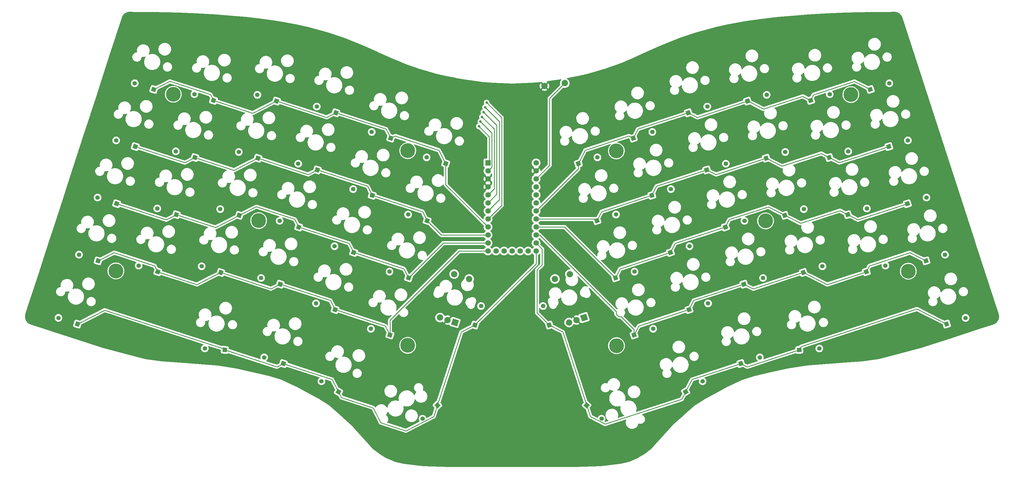
<source format=gtl>
G04 #@! TF.GenerationSoftware,KiCad,Pcbnew,(6.0.2-0)*
G04 #@! TF.CreationDate,2022-02-19T09:02:27+00:00*
G04 #@! TF.ProjectId,atreyu-pcb2,61747265-7975-42d7-9063-62322e6b6963,rev?*
G04 #@! TF.SameCoordinates,Original*
G04 #@! TF.FileFunction,Copper,L1,Top*
G04 #@! TF.FilePolarity,Positive*
%FSLAX46Y46*%
G04 Gerber Fmt 4.6, Leading zero omitted, Abs format (unit mm)*
G04 Created by KiCad (PCBNEW (6.0.2-0)) date 2022-02-19 09:02:27*
%MOMM*%
%LPD*%
G01*
G04 APERTURE LIST*
G04 #@! TA.AperFunction,ComponentPad*
%ADD10C,1.400000*%
G04 #@! TD*
G04 #@! TA.AperFunction,ComponentPad*
%ADD11R,1.752600X1.752600*%
G04 #@! TD*
G04 #@! TA.AperFunction,ComponentPad*
%ADD12C,1.752600*%
G04 #@! TD*
G04 #@! TA.AperFunction,ComponentPad*
%ADD13C,4.700000*%
G04 #@! TD*
G04 #@! TA.AperFunction,ComponentPad*
%ADD14C,2.000000*%
G04 #@! TD*
G04 #@! TA.AperFunction,ViaPad*
%ADD15C,0.800000*%
G04 #@! TD*
G04 #@! TA.AperFunction,Conductor*
%ADD16C,0.250000*%
G04 #@! TD*
G04 #@! TA.AperFunction,Conductor*
%ADD17C,0.381000*%
G04 #@! TD*
G04 APERTURE END LIST*
G04 #@! TA.AperFunction,ComponentPad*
G36*
X277178703Y-154124510D02*
G01*
X276746080Y-152793031D01*
X278077559Y-152360408D01*
X278510182Y-153691887D01*
X277178703Y-154124510D01*
G37*
G04 #@! TD.AperFunction*
D10*
X283667340Y-151280201D03*
G04 #@! TA.AperFunction,ComponentPad*
G36*
X184985510Y-89373238D02*
G01*
X184552887Y-90704717D01*
X183221408Y-90272094D01*
X183654031Y-88940615D01*
X184985510Y-89373238D01*
G37*
G04 #@! TD.AperFunction*
X178064250Y-87860408D03*
G04 #@! TA.AperFunction,ComponentPad*
G36*
X243103634Y-82644400D02*
G01*
X242671011Y-81312921D01*
X244002490Y-80880298D01*
X244435113Y-82211777D01*
X243103634Y-82644400D01*
G37*
G04 #@! TD.AperFunction*
X249592271Y-79800091D03*
G04 #@! TA.AperFunction,ComponentPad*
G36*
X151076986Y-161982270D02*
G01*
X150335099Y-163169537D01*
X149147832Y-162427650D01*
X149889719Y-161240383D01*
X151076986Y-161982270D01*
G37*
G04 #@! TD.AperFunction*
X144727304Y-158839973D03*
D11*
X197502560Y-89601494D03*
D12*
X197502560Y-92141494D03*
X197502560Y-94681494D03*
X197502560Y-97221494D03*
X197502560Y-99761494D03*
X197502560Y-102301494D03*
X197502560Y-104841494D03*
X197502560Y-107381494D03*
X197502560Y-109921494D03*
X197502560Y-112461494D03*
X197502560Y-115001494D03*
X197502560Y-117541494D03*
X212742560Y-117541494D03*
X212742560Y-115001494D03*
X212742560Y-112461494D03*
X212742560Y-109921494D03*
X212742560Y-107381494D03*
X212742560Y-104841494D03*
X212742560Y-102301494D03*
X212742560Y-99761494D03*
X212742560Y-97221494D03*
X212742560Y-94681494D03*
X212742560Y-92141494D03*
X212742560Y-89601494D03*
X200042560Y-117541494D03*
X202582560Y-117541494D03*
X205122560Y-117541494D03*
X207662560Y-117541494D03*
X210202560Y-117541494D03*
D13*
X312504521Y-67938959D03*
G04 #@! TA.AperFunction,ComponentPad*
G36*
X227778450Y-166520131D02*
G01*
X228715233Y-165479728D01*
X229755636Y-166416511D01*
X228818853Y-167456914D01*
X227778450Y-166520131D01*
G37*
G04 #@! TD.AperFunction*
D10*
X233486013Y-170717300D03*
G04 #@! TA.AperFunction,ComponentPad*
G36*
X133499039Y-152793029D02*
G01*
X133066416Y-154124508D01*
X131734937Y-153691885D01*
X132167560Y-152360406D01*
X133499039Y-152793029D01*
G37*
G04 #@! TD.AperFunction*
X126577779Y-151280199D03*
D13*
X330704465Y-123952619D03*
G04 #@! TA.AperFunction,ComponentPad*
G36*
X111376710Y-69329455D02*
G01*
X110944087Y-70660934D01*
X109612608Y-70228311D01*
X110045231Y-68896832D01*
X111376710Y-69329455D01*
G37*
G04 #@! TD.AperFunction*
D10*
X104455450Y-67816625D03*
G04 #@! TA.AperFunction,ComponentPad*
G36*
X225692419Y-90705287D02*
G01*
X225259796Y-89373808D01*
X226591275Y-88941185D01*
X227023898Y-90272664D01*
X225692419Y-90705287D01*
G37*
G04 #@! TD.AperFunction*
X232181056Y-87860978D03*
G04 #@! TA.AperFunction,ComponentPad*
G36*
X260763952Y-136997280D02*
G01*
X260331329Y-135665801D01*
X261662808Y-135233178D01*
X262095431Y-136564657D01*
X260763952Y-136997280D01*
G37*
G04 #@! TD.AperFunction*
X267252589Y-134152971D03*
G04 #@! TA.AperFunction,ComponentPad*
G36*
X243352738Y-145058168D02*
G01*
X242920115Y-143726689D01*
X244251594Y-143294066D01*
X244684217Y-144625545D01*
X243352738Y-145058168D01*
G37*
G04 #@! TD.AperFunction*
X249841375Y-142213859D03*
G04 #@! TA.AperFunction,ComponentPad*
G36*
X316962240Y-125014156D02*
G01*
X316529617Y-123682677D01*
X317861096Y-123250054D01*
X318293719Y-124581533D01*
X316962240Y-125014156D01*
G37*
G04 #@! TD.AperFunction*
X323450877Y-122169847D03*
G04 #@! TA.AperFunction,ComponentPad*
G36*
X144276122Y-91369658D02*
G01*
X143843499Y-92701137D01*
X142512020Y-92268514D01*
X142944643Y-90937035D01*
X144276122Y-91369658D01*
G37*
G04 #@! TD.AperFunction*
X137354862Y-89856828D03*
G04 #@! TA.AperFunction,ComponentPad*
G36*
X119565312Y-105774627D02*
G01*
X119132689Y-107106106D01*
X117801210Y-106673483D01*
X118233833Y-105342004D01*
X119565312Y-105774627D01*
G37*
G04 #@! TD.AperFunction*
X112644052Y-104261797D03*
G04 #@! TA.AperFunction,ComponentPad*
G36*
X86587406Y-83975991D02*
G01*
X86154783Y-85307470D01*
X84823304Y-84874847D01*
X85255927Y-83543368D01*
X86587406Y-83975991D01*
G37*
G04 #@! TD.AperFunction*
X79666146Y-82463161D03*
G04 #@! TA.AperFunction,ComponentPad*
G36*
X237465963Y-126940541D02*
G01*
X237033340Y-125609062D01*
X238364819Y-125176439D01*
X238797442Y-126507918D01*
X237465963Y-126940541D01*
G37*
G04 #@! TD.AperFunction*
X243954600Y-124096232D03*
G04 #@! TA.AperFunction,ComponentPad*
G36*
X329977297Y-103425667D02*
G01*
X329544674Y-102094188D01*
X330876153Y-101661565D01*
X331308776Y-102993044D01*
X329977297Y-103425667D01*
G37*
G04 #@! TD.AperFunction*
X336465934Y-100581358D03*
G04 #@! TA.AperFunction,ComponentPad*
G36*
X149913790Y-135665797D02*
G01*
X149481167Y-136997276D01*
X148149688Y-136564653D01*
X148582311Y-135233174D01*
X149913790Y-135665797D01*
G37*
G04 #@! TD.AperFunction*
X142992530Y-134152967D03*
D13*
X238189307Y-85808627D03*
G04 #@! TA.AperFunction,ComponentPad*
G36*
X132502574Y-127604911D02*
G01*
X132069951Y-128936390D01*
X130738472Y-128503767D01*
X131171095Y-127172288D01*
X132502574Y-127604911D01*
G37*
G04 #@! TD.AperFunction*
D10*
X125581314Y-126092081D03*
G04 #@! TA.AperFunction,ComponentPad*
G36*
X248990403Y-100762025D02*
G01*
X248557780Y-99430546D01*
X249889259Y-98997923D01*
X250321882Y-100329402D01*
X248990403Y-100762025D01*
G37*
G04 #@! TD.AperFunction*
X255479040Y-97917716D03*
D13*
X285462261Y-108005630D03*
D14*
X221841020Y-64309882D03*
X215404278Y-65214508D03*
G04 #@! TA.AperFunction,ComponentPad*
G36*
X295517231Y-149640965D02*
G01*
X295419572Y-148244376D01*
X296816161Y-148146717D01*
X296913820Y-149543306D01*
X295517231Y-149640965D01*
G37*
G04 #@! TD.AperFunction*
D10*
X302501228Y-148450887D03*
G04 #@! TA.AperFunction,ComponentPad*
G36*
X150162898Y-73252031D02*
G01*
X149730275Y-74583510D01*
X148398796Y-74150887D01*
X148831419Y-72819408D01*
X150162898Y-73252031D01*
G37*
G04 #@! TD.AperFunction*
X143241638Y-71739201D03*
G04 #@! TA.AperFunction,ComponentPad*
G36*
X217789465Y-141479502D02*
G01*
X216457986Y-141912125D01*
X216025363Y-140580646D01*
X217356842Y-140148023D01*
X217789465Y-141479502D01*
G37*
G04 #@! TD.AperFunction*
X214945156Y-134990865D03*
G04 #@! TA.AperFunction,ComponentPad*
G36*
X324090523Y-85308039D02*
G01*
X323657900Y-83976560D01*
X324989379Y-83543937D01*
X325422002Y-84875416D01*
X324090523Y-85308039D01*
G37*
G04 #@! TD.AperFunction*
X330579160Y-82463730D03*
G04 #@! TA.AperFunction,ComponentPad*
G36*
X93716390Y-123682335D02*
G01*
X93283767Y-125013814D01*
X91952288Y-124581191D01*
X92384911Y-123249712D01*
X93716390Y-123682335D01*
G37*
G04 #@! TD.AperFunction*
X86795130Y-122169505D03*
G04 #@! TA.AperFunction,ComponentPad*
G36*
X291112433Y-107106104D02*
G01*
X290679810Y-105774625D01*
X292011289Y-105342002D01*
X292443912Y-106673481D01*
X291112433Y-107106104D01*
G37*
G04 #@! TD.AperFunction*
X297601070Y-104261795D03*
G04 #@! TA.AperFunction,ComponentPad*
G36*
X181530587Y-165479958D02*
G01*
X182467370Y-166520361D01*
X181426967Y-167457144D01*
X180490184Y-166416741D01*
X181530587Y-165479958D01*
G37*
G04 #@! TD.AperFunction*
X176759807Y-170717530D03*
G04 #@! TA.AperFunction,ComponentPad*
G36*
X167574110Y-81312920D02*
G01*
X167141487Y-82644399D01*
X165810008Y-82211776D01*
X166242631Y-80880297D01*
X167574110Y-81312920D01*
G37*
G04 #@! TD.AperFunction*
X160652850Y-79800090D03*
G04 #@! TA.AperFunction,ComponentPad*
G36*
X113678537Y-123892251D02*
G01*
X113245914Y-125223730D01*
X111914435Y-124791107D01*
X112347058Y-123459628D01*
X113678537Y-123892251D01*
G37*
G04 #@! TD.AperFunction*
X106757277Y-122379421D03*
G04 #@! TA.AperFunction,ComponentPad*
G36*
X80700631Y-102093618D02*
G01*
X80268008Y-103425097D01*
X78936529Y-102992474D01*
X79369152Y-101660995D01*
X80700631Y-102093618D01*
G37*
G04 #@! TD.AperFunction*
X73779371Y-100580788D03*
G04 #@! TA.AperFunction,ComponentPad*
G36*
X299301219Y-70661502D02*
G01*
X298868596Y-69330023D01*
X300200075Y-68897400D01*
X300632698Y-70228879D01*
X299301219Y-70661502D01*
G37*
G04 #@! TD.AperFunction*
X305789856Y-67817193D03*
G04 #@! TA.AperFunction,ComponentPad*
G36*
X179098550Y-107491436D02*
G01*
X178665927Y-108822915D01*
X177334448Y-108390292D01*
X177767071Y-107058813D01*
X179098550Y-107491436D01*
G37*
G04 #@! TD.AperFunction*
X172177290Y-105978606D03*
G04 #@! TA.AperFunction,ComponentPad*
G36*
X335864070Y-121543293D02*
G01*
X335431447Y-120211814D01*
X336762926Y-119779191D01*
X337195549Y-121110670D01*
X335864070Y-121543293D01*
G37*
G04 #@! TD.AperFunction*
X342352707Y-118698984D03*
G04 #@! TA.AperFunction,ComponentPad*
G36*
X92474179Y-65858365D02*
G01*
X92041556Y-67189844D01*
X90710077Y-66757221D01*
X91142700Y-65425742D01*
X92474179Y-65858365D01*
G37*
G04 #@! TD.AperFunction*
X85552919Y-64345535D03*
G04 #@! TA.AperFunction,ComponentPad*
G36*
X318203749Y-67190413D02*
G01*
X317771126Y-65858934D01*
X319102605Y-65426311D01*
X319535228Y-66757790D01*
X318203749Y-67190413D01*
G37*
G04 #@! TD.AperFunction*
X324692386Y-64346104D03*
G04 #@! TA.AperFunction,ComponentPad*
G36*
X155800563Y-117548172D02*
G01*
X155367940Y-118879651D01*
X154036461Y-118447028D01*
X154469084Y-117115549D01*
X155800563Y-117548172D01*
G37*
G04 #@! TD.AperFunction*
X148879303Y-116035342D03*
G04 #@! TA.AperFunction,ComponentPad*
G36*
X167325002Y-143726688D02*
G01*
X166892379Y-145058167D01*
X165560900Y-144625544D01*
X165993523Y-143294065D01*
X167325002Y-143726688D01*
G37*
G04 #@! TD.AperFunction*
X160403742Y-142213858D03*
G04 #@! TA.AperFunction,ComponentPad*
G36*
X173211778Y-125609062D02*
G01*
X172779155Y-126940541D01*
X171447676Y-126507918D01*
X171880299Y-125176439D01*
X173211778Y-125609062D01*
G37*
G04 #@! TD.AperFunction*
X166290518Y-124096232D03*
G04 #@! TA.AperFunction,ComponentPad*
G36*
X193787132Y-141912126D02*
G01*
X192455653Y-141479503D01*
X192888276Y-140148024D01*
X194219755Y-140580647D01*
X193787132Y-141912126D01*
G37*
G04 #@! TD.AperFunction*
X195299962Y-134990866D03*
G04 #@! TA.AperFunction,ComponentPad*
G36*
X342378766Y-141593467D02*
G01*
X341946143Y-140261988D01*
X343277622Y-139829365D01*
X343710245Y-141160844D01*
X342378766Y-141593467D01*
G37*
G04 #@! TD.AperFunction*
X348867403Y-138749158D03*
G04 #@! TA.AperFunction,ComponentPad*
G36*
X278175169Y-128936390D02*
G01*
X277742546Y-127604911D01*
X279074025Y-127172288D01*
X279506648Y-128503767D01*
X278175169Y-128936390D01*
G37*
G04 #@! TD.AperFunction*
X284663806Y-126092081D03*
G04 #@! TA.AperFunction,ComponentPad*
G36*
X68299162Y-140261418D02*
G01*
X67866539Y-141592897D01*
X66535060Y-141160274D01*
X66967683Y-139828795D01*
X68299162Y-140261418D01*
G37*
G04 #@! TD.AperFunction*
X61377902Y-138748588D03*
G04 #@! TA.AperFunction,ComponentPad*
G36*
X131338858Y-69539372D02*
G01*
X130906235Y-70870851D01*
X129574756Y-70438228D01*
X130007379Y-69106749D01*
X131338858Y-69539372D01*
G37*
G04 #@! TD.AperFunction*
X124417598Y-68026542D03*
G04 #@! TA.AperFunction,ComponentPad*
G36*
X125452084Y-87656998D02*
G01*
X125019461Y-88988477D01*
X123687982Y-88555854D01*
X124120605Y-87224375D01*
X125452084Y-87656998D01*
G37*
G04 #@! TD.AperFunction*
X118530824Y-86144168D03*
G04 #@! TA.AperFunction,ComponentPad*
G36*
X99603161Y-105564708D02*
G01*
X99170538Y-106896187D01*
X97839059Y-106463564D01*
X98271682Y-105132085D01*
X99603161Y-105564708D01*
G37*
G04 #@! TD.AperFunction*
X92681901Y-104051878D03*
G04 #@! TA.AperFunction,ComponentPad*
G36*
X285225660Y-88988478D02*
G01*
X284793037Y-87656999D01*
X286124516Y-87224376D01*
X286557139Y-88555855D01*
X285225660Y-88988478D01*
G37*
G04 #@! TD.AperFunction*
X291714297Y-86144169D03*
G04 #@! TA.AperFunction,ComponentPad*
G36*
X260514845Y-74583510D02*
G01*
X260082222Y-73252031D01*
X261413701Y-72819408D01*
X261846324Y-74150887D01*
X260514845Y-74583510D01*
G37*
G04 #@! TD.AperFunction*
X267003482Y-71739201D03*
G04 #@! TA.AperFunction,ComponentPad*
G36*
X138389350Y-109487283D02*
G01*
X137956727Y-110818762D01*
X136625248Y-110386139D01*
X137057871Y-109054660D01*
X138389350Y-109487283D01*
G37*
G04 #@! TD.AperFunction*
X131468090Y-107974453D03*
G04 #@! TA.AperFunction,ComponentPad*
G36*
X266401619Y-92701134D02*
G01*
X265968996Y-91369655D01*
X267300475Y-90937032D01*
X267733098Y-92268511D01*
X266401619Y-92701134D01*
G37*
G04 #@! TD.AperFunction*
X272890256Y-89856825D03*
G04 #@! TA.AperFunction,ComponentPad*
G36*
X114829160Y-148233257D02*
G01*
X114731501Y-149629846D01*
X113334912Y-149532187D01*
X113432571Y-148135598D01*
X114829160Y-148233257D01*
G37*
G04 #@! TD.AperFunction*
X107747504Y-148439768D03*
G04 #@! TA.AperFunction,ComponentPad*
G36*
X74813858Y-120211245D02*
G01*
X74381235Y-121542724D01*
X73049756Y-121110101D01*
X73482379Y-119778622D01*
X74813858Y-120211245D01*
G37*
G04 #@! TD.AperFunction*
X67892598Y-118698415D03*
G04 #@! TA.AperFunction,ComponentPad*
G36*
X254877178Y-118879650D02*
G01*
X254444555Y-117548171D01*
X255776034Y-117115548D01*
X256208657Y-118447027D01*
X254877178Y-118879650D01*
G37*
G04 #@! TD.AperFunction*
X261365815Y-116035341D03*
D13*
X238222566Y-147558083D03*
G04 #@! TA.AperFunction,ComponentPad*
G36*
X311074766Y-106896756D02*
G01*
X310642143Y-105565277D01*
X311973622Y-105132654D01*
X312406245Y-106464133D01*
X311074766Y-106896756D01*
G37*
G04 #@! TD.AperFunction*
D10*
X317563403Y-104052447D03*
G04 #@! TA.AperFunction,ComponentPad*
G36*
X279338885Y-70870851D02*
G01*
X278906262Y-69539372D01*
X280237741Y-69106749D01*
X280670364Y-70438228D01*
X279338885Y-70870851D01*
G37*
G04 #@! TD.AperFunction*
X285827522Y-68026542D03*
G04 #@! TA.AperFunction,ComponentPad*
G36*
X305187992Y-88779130D02*
G01*
X304755369Y-87447651D01*
X306086848Y-87015028D01*
X306519471Y-88346507D01*
X305187992Y-88779130D01*
G37*
G04 #@! TD.AperFunction*
X311676629Y-85934821D03*
G04 #@! TA.AperFunction,ComponentPad*
G36*
X259910023Y-163169537D02*
G01*
X259168136Y-161982270D01*
X260355403Y-161240383D01*
X261097290Y-162427650D01*
X259910023Y-163169537D01*
G37*
G04 #@! TD.AperFunction*
X265517818Y-158839973D03*
G04 #@! TA.AperFunction,ComponentPad*
G36*
X161687338Y-99430545D02*
G01*
X161254715Y-100762024D01*
X159923236Y-100329401D01*
X160355859Y-98997922D01*
X161687338Y-99430545D01*
G37*
G04 #@! TD.AperFunction*
X154766078Y-97917715D03*
G04 #@! TA.AperFunction,ComponentPad*
G36*
X105489936Y-87447081D02*
G01*
X105057313Y-88778560D01*
X103725834Y-88345937D01*
X104158457Y-87014458D01*
X105489936Y-87447081D01*
G37*
G04 #@! TD.AperFunction*
X98568676Y-85934251D03*
G04 #@! TA.AperFunction,ComponentPad*
G36*
X272288393Y-110818763D02*
G01*
X271855770Y-109487284D01*
X273187249Y-109054661D01*
X273619872Y-110386140D01*
X272288393Y-110818763D01*
G37*
G04 #@! TD.AperFunction*
X278777030Y-107974454D03*
G04 #@! TA.AperFunction,ComponentPad*
G36*
X231579189Y-108822914D02*
G01*
X231146566Y-107491435D01*
X232478045Y-107058812D01*
X232910668Y-108390291D01*
X231579189Y-108822914D01*
G37*
G04 #@! TD.AperFunction*
X238067826Y-105978605D03*
G04 #@! TA.AperFunction,ComponentPad*
G36*
X296999207Y-125223731D02*
G01*
X296566584Y-123892252D01*
X297898063Y-123459629D01*
X298330686Y-124791108D01*
X296999207Y-125223731D01*
G37*
G04 #@! TD.AperFunction*
X303487844Y-122379422D03*
D14*
X191536809Y-126407909D03*
X186781527Y-124862824D03*
X184678422Y-139425686D03*
X182300780Y-138653143D03*
G04 #@! TA.AperFunction,ComponentPad*
G36*
X187698103Y-141458302D02*
G01*
X185795989Y-140840268D01*
X186414023Y-138938154D01*
X188316137Y-139556188D01*
X187698103Y-141458302D01*
G37*
G04 #@! TD.AperFunction*
X223463590Y-124862823D03*
X218708308Y-126407908D03*
X225566695Y-139425685D03*
X223189054Y-140198227D03*
G04 #@! TA.AperFunction,ComponentPad*
G36*
X229204411Y-139295182D02*
G01*
X227302297Y-139913216D01*
X226684263Y-138011102D01*
X228586377Y-137393068D01*
X229204411Y-139295182D01*
G37*
G04 #@! TD.AperFunction*
D13*
X172083724Y-85717541D03*
X172050465Y-147467000D03*
X97768509Y-67847875D03*
X124810771Y-107914546D03*
X79568568Y-123861536D03*
D15*
X197068365Y-70467430D03*
X196577800Y-71977232D03*
X196087233Y-73487034D03*
X195596671Y-74996838D03*
X195106106Y-76506638D03*
X194615541Y-78016441D03*
X246403898Y-156043446D03*
X126547647Y-136993446D03*
X204335147Y-140962196D03*
X259897648Y-131437197D03*
X129621911Y-134552088D03*
X103528898Y-134612194D03*
D16*
X146400318Y-75169161D02*
X149280847Y-73701459D01*
X122935428Y-73821133D02*
X130456807Y-69988800D01*
X184103459Y-96522393D02*
X197502560Y-109921493D01*
X91592128Y-66307793D02*
X96673063Y-63718929D01*
X110494659Y-69778883D02*
X122935428Y-73821133D01*
X149280847Y-73701459D02*
X165224358Y-78881820D01*
X181943060Y-85582643D02*
X184103459Y-89822666D01*
X165224358Y-78881820D02*
X166692059Y-81762348D01*
X130456807Y-69988800D02*
X146400318Y-75169161D01*
X184103459Y-89822666D02*
X184103459Y-96522393D01*
X109536575Y-67898537D02*
X110494659Y-69778883D01*
X96673063Y-63718929D02*
X109536575Y-67898537D01*
X166692059Y-81762348D02*
X168052311Y-81069265D01*
X168052311Y-81069265D02*
X181943060Y-85582643D01*
X226141847Y-89823236D02*
X226141846Y-91442208D01*
X245020762Y-78881819D02*
X243553062Y-81762349D01*
X300668007Y-67979027D02*
X299750647Y-69779451D01*
X318653177Y-66308362D02*
X313652168Y-63760221D01*
X313652168Y-63760221D02*
X300668007Y-67979027D01*
X242192809Y-81069266D02*
X228302631Y-85582457D01*
X228302631Y-85582457D02*
X226141847Y-89823236D01*
X263844802Y-75169160D02*
X260964273Y-73701459D01*
X299750647Y-69779451D02*
X297227830Y-68494011D01*
X226141846Y-91442208D02*
X212742561Y-104841495D01*
X243553062Y-81762349D02*
X242192809Y-81069266D01*
X284787627Y-72536079D02*
X279788313Y-69988800D01*
X297227830Y-68494011D02*
X284787627Y-72536079D01*
X260964273Y-73701459D02*
X245020762Y-78881819D01*
X279788313Y-69988800D02*
X263844802Y-75169160D01*
X101407297Y-89527290D02*
X104607885Y-87896509D01*
X85705355Y-84425419D02*
X101407297Y-89527290D01*
X117048654Y-91938759D02*
X124570033Y-88106426D01*
X140513546Y-93286788D02*
X143394071Y-91819086D01*
X182737130Y-112461494D02*
X197502561Y-112461494D01*
X160805287Y-99879973D02*
X176748799Y-105060337D01*
X104607885Y-87896509D02*
X117048654Y-91938759D01*
X176748799Y-105060337D02*
X178216499Y-107940864D01*
X143394071Y-91819086D02*
X159337584Y-96999447D01*
X124570033Y-88106426D02*
X140513546Y-93286788D01*
X159337584Y-96999447D02*
X160805287Y-99879973D01*
X178216499Y-107940864D02*
X182737130Y-112461494D01*
X285675088Y-88106427D02*
X269731576Y-93286788D01*
X232028617Y-107940863D02*
X231469248Y-107381494D01*
X266851047Y-91819083D02*
X250907536Y-96999447D01*
X231469248Y-107381494D02*
X212742560Y-107381494D01*
X324539951Y-84425988D02*
X308838007Y-89527860D01*
X290674403Y-90653705D02*
X285675088Y-88106427D01*
X303114601Y-86611637D02*
X290674403Y-90653705D01*
X308838007Y-89527860D02*
X305637420Y-87897079D01*
X233496321Y-105060336D02*
X232028617Y-107940863D01*
X305637420Y-87897079D02*
X303114601Y-86611637D01*
X249439831Y-99879974D02*
X233496321Y-105060336D01*
X250907536Y-96999447D02*
X249439831Y-99879974D01*
X269731576Y-93286788D02*
X266851047Y-91819083D01*
X98721110Y-106014136D02*
X111161881Y-110056387D01*
X79818580Y-102543046D02*
X95520522Y-107644917D01*
X118683261Y-106224055D02*
X124044246Y-103492496D01*
X136243444Y-107456255D02*
X137507299Y-109936711D01*
X95520522Y-107644917D02*
X98721110Y-106014136D01*
X170862026Y-123177960D02*
X172329727Y-126058490D01*
X153450810Y-115117072D02*
X154918512Y-117997600D01*
X154918512Y-117997600D02*
X170862026Y-123177960D01*
X137507299Y-109936711D02*
X153450810Y-115117072D01*
X183386723Y-115001493D02*
X197502561Y-115001493D01*
X124044246Y-103492496D02*
X136243444Y-107456255D01*
X172329727Y-126058490D02*
X183386723Y-115001493D01*
X111161881Y-110056387D02*
X118683261Y-106224055D01*
X221778397Y-109921494D02*
X212742561Y-109921494D01*
X311524194Y-106014705D02*
X309001375Y-104729266D01*
X309001375Y-104729266D02*
X296561175Y-108771331D01*
X256794309Y-115117073D02*
X255326606Y-117997599D01*
X291561861Y-106224053D02*
X286320900Y-103553649D01*
X330426725Y-102543616D02*
X314724782Y-107645488D01*
X272737821Y-109936712D02*
X256794309Y-115117073D01*
X314724782Y-107645488D02*
X311524194Y-106014705D01*
X237915391Y-126058490D02*
X221778397Y-109921494D01*
X255326606Y-117997599D02*
X239383095Y-123177962D01*
X239383095Y-123177962D02*
X237915391Y-126058490D01*
X286320900Y-103553649D02*
X273940520Y-107576279D01*
X296561175Y-108771331D02*
X291561861Y-106224053D01*
X273940520Y-107576279D02*
X272737821Y-109936712D01*
X79012741Y-118071807D02*
X91876253Y-122251416D01*
X131620523Y-128054339D02*
X147564037Y-133234699D01*
X149031739Y-136115225D02*
X164975250Y-141295586D01*
X92834339Y-124131763D02*
X105275107Y-128174013D01*
X128739999Y-129522040D02*
X131620523Y-128054339D01*
X73931807Y-120660673D02*
X79012741Y-118071807D01*
X166442952Y-139484903D02*
X188386360Y-117541494D01*
X91876253Y-122251416D02*
X92834339Y-124131763D01*
X105275107Y-128174013D02*
X112796486Y-124341679D01*
X166442951Y-144176116D02*
X166442952Y-139484903D01*
X112796486Y-124341679D02*
X128739999Y-129522040D01*
X164975250Y-141295586D02*
X166442951Y-144176116D01*
X188386360Y-117541494D02*
X197502561Y-117541493D01*
X147564037Y-133234699D02*
X149031739Y-136115225D01*
X238930078Y-138359127D02*
X238154193Y-137583242D01*
X278624597Y-128054339D02*
X262681082Y-133234700D01*
X239730907Y-138359127D02*
X238930078Y-138359127D01*
X243802166Y-142430386D02*
X239730907Y-138359127D01*
X317411668Y-124132105D02*
X304970771Y-128174398D01*
X281505119Y-129522041D02*
X278624597Y-128054339D01*
X262681082Y-133234700D02*
X261213380Y-136115229D01*
X243802166Y-144176117D02*
X243802166Y-142430386D01*
X336313498Y-120661242D02*
X331231813Y-118071994D01*
X238154193Y-137583242D02*
X238154193Y-136782413D01*
X245269868Y-141295588D02*
X243802166Y-144176117D01*
X213833275Y-112461494D02*
X212742560Y-112461494D01*
X261213380Y-136115229D02*
X245269868Y-141295588D01*
X238154193Y-136782413D02*
X213833275Y-112461494D01*
X331231813Y-118071994D02*
X318370137Y-122251005D01*
X297448635Y-124341680D02*
X281505119Y-129522041D01*
X318370137Y-122251005D02*
X317411668Y-124132105D01*
X304970771Y-128174398D02*
X297448635Y-124341680D01*
X113947812Y-148619290D02*
X114082036Y-148882722D01*
X163500333Y-171970914D02*
X171472688Y-174561289D01*
X130624484Y-154257689D02*
X132616988Y-153242457D01*
X67417111Y-140710846D02*
X76057939Y-136308124D01*
X132616988Y-153242457D02*
X148110870Y-158276722D01*
X180312815Y-170057021D02*
X181478777Y-166468551D01*
X114082036Y-148882722D02*
X130624484Y-154257689D01*
X171472688Y-174561289D02*
X180312815Y-170057021D01*
X151029971Y-164005773D02*
X161110828Y-167281242D01*
X193337704Y-141030075D02*
X212742561Y-121625219D01*
X189031291Y-143224303D02*
X193337704Y-141030075D01*
X76057939Y-136308124D02*
X113947812Y-148619290D01*
X181478777Y-166468551D02*
X189031291Y-143224303D01*
X161110828Y-167281242D02*
X163500333Y-171970914D01*
X212742561Y-121625219D02*
X212742561Y-117541494D01*
X150112409Y-162204960D02*
X151029971Y-164005773D01*
X148110870Y-158276722D02*
X150112409Y-162204960D01*
X258943997Y-164537945D02*
X234615636Y-172442710D01*
X296166696Y-148893841D02*
X279635367Y-154265196D01*
X228767043Y-166468321D02*
X221214756Y-143224774D01*
X214653897Y-116912831D02*
X212742560Y-115001494D01*
X213066397Y-137189057D02*
X213066397Y-123499696D01*
X229933007Y-170056792D02*
X228767043Y-166468321D01*
X214653897Y-121912196D02*
X214653897Y-116912831D01*
X296679815Y-147886789D02*
X296166696Y-148893841D01*
X260132713Y-162204960D02*
X258943997Y-164537945D01*
X279635367Y-154265196D02*
X277628131Y-153242459D01*
X342828194Y-140711416D02*
X333457721Y-135936922D01*
X213066397Y-123499696D02*
X214653897Y-121912196D01*
X221214756Y-143224774D02*
X216907414Y-141030074D01*
X234615636Y-172442710D02*
X229933007Y-170056792D01*
X333457721Y-135936922D02*
X296679815Y-147886789D01*
X277628131Y-153242459D02*
X262134247Y-158276724D01*
X262134247Y-158276724D02*
X260132713Y-162204960D01*
X216907414Y-141030074D02*
X213066397Y-137189057D01*
X201853161Y-103030893D02*
X197502560Y-107381494D01*
X201853162Y-75252226D02*
X201853161Y-103030893D01*
X197068365Y-70467430D02*
X201853162Y-75252226D01*
X201059410Y-101284643D02*
X197502559Y-104841494D01*
X201059411Y-76458843D02*
X201059410Y-101284643D01*
X196577800Y-71977232D02*
X201059411Y-76458843D01*
X196087233Y-73487034D02*
X200265661Y-77665461D01*
X200265661Y-99538393D02*
X197502561Y-102301495D01*
X200265661Y-77665461D02*
X200265661Y-99538393D01*
X195596671Y-74996838D02*
X199471912Y-78872077D01*
X199471912Y-97792143D02*
X197502560Y-99761493D01*
X199471912Y-78872077D02*
X199471912Y-97792143D01*
X195106106Y-76506638D02*
X198703371Y-80103903D01*
X198703371Y-80103903D02*
X198703370Y-90940683D01*
X198703370Y-90940683D02*
X197502560Y-92141494D01*
X197884411Y-89219643D02*
X197502560Y-89601494D01*
X194615541Y-78016441D02*
X197884411Y-81285311D01*
X197884411Y-81285311D02*
X197884411Y-89219643D01*
X217035149Y-90388904D02*
X212742560Y-94681493D01*
X217035148Y-69115754D02*
X217035149Y-90388904D01*
X221841020Y-64309883D02*
X217035148Y-69115754D01*
D17*
X210685147Y-69933639D02*
X210685147Y-90084080D01*
X215404278Y-65214508D02*
X210685147Y-69933639D01*
X210685147Y-90084080D02*
X212742559Y-92141494D01*
G04 #@! TA.AperFunction,Conductor*
G36*
X86373596Y-41734187D02*
G01*
X86373931Y-41734191D01*
X91324034Y-41788726D01*
X91325295Y-41788746D01*
X99444432Y-41959501D01*
X99446400Y-41959558D01*
X105272699Y-42173201D01*
X105275376Y-42173327D01*
X111222631Y-42518203D01*
X111225192Y-42518378D01*
X114194663Y-42751348D01*
X117295215Y-42994603D01*
X117297561Y-42994810D01*
X120629190Y-43321688D01*
X123486988Y-43602077D01*
X123490683Y-43602495D01*
X125028126Y-43799292D01*
X126260370Y-43957024D01*
X126261812Y-43957217D01*
X129917932Y-44471449D01*
X129920499Y-44471839D01*
X132937697Y-44961870D01*
X132940879Y-44962429D01*
X137087558Y-45747124D01*
X137091564Y-45747950D01*
X138562466Y-46076504D01*
X140472413Y-46503126D01*
X140477353Y-46504335D01*
X143232099Y-47237535D01*
X143232799Y-47237724D01*
X146986844Y-48260069D01*
X146994340Y-48262363D01*
X151982049Y-49960247D01*
X151987706Y-49962325D01*
X152197027Y-50044948D01*
X154137152Y-50810754D01*
X154137153Y-50810754D01*
X154137156Y-50810755D01*
X156220706Y-51633170D01*
X156225495Y-51635175D01*
X158678428Y-52722229D01*
X162464608Y-54400152D01*
X162465227Y-54400428D01*
X162890277Y-54591537D01*
X166429219Y-56182702D01*
X166434883Y-56185435D01*
X166438882Y-56187907D01*
X166445854Y-56190848D01*
X166468505Y-56200404D01*
X166471197Y-56201577D01*
X166493655Y-56211674D01*
X166493660Y-56211676D01*
X166497746Y-56213513D01*
X166502051Y-56214752D01*
X166502800Y-56215027D01*
X166508397Y-56217232D01*
X167115468Y-56473322D01*
X170071109Y-57720147D01*
X170078741Y-57723891D01*
X170082629Y-57725701D01*
X170086873Y-57728091D01*
X170091432Y-57729799D01*
X170091441Y-57729803D01*
X170111847Y-57737447D01*
X170116613Y-57739344D01*
X170134155Y-57746743D01*
X170134158Y-57746744D01*
X170138290Y-57748487D01*
X170142627Y-57749626D01*
X170143516Y-57749929D01*
X170154448Y-57753403D01*
X172344445Y-58573726D01*
X172347281Y-58574892D01*
X172349769Y-58576249D01*
X172380982Y-58587456D01*
X172383032Y-58588192D01*
X172384648Y-58588785D01*
X172414647Y-58600022D01*
X172417403Y-58600627D01*
X172420353Y-58601591D01*
X173625920Y-59034441D01*
X175115212Y-59569160D01*
X175127255Y-59574203D01*
X175128750Y-59574922D01*
X175128755Y-59574924D01*
X175133145Y-59577036D01*
X175155657Y-59583852D01*
X175161658Y-59585836D01*
X175180888Y-59592740D01*
X175185274Y-59593641D01*
X175185276Y-59593641D01*
X175188057Y-59594212D01*
X175199225Y-59597042D01*
X177522271Y-60300331D01*
X177524801Y-60301188D01*
X177527122Y-60302270D01*
X177531804Y-60303625D01*
X177531805Y-60303625D01*
X177561367Y-60312179D01*
X177562853Y-60312619D01*
X177589736Y-60320757D01*
X177589745Y-60320759D01*
X177594039Y-60322059D01*
X177596563Y-60322445D01*
X177599225Y-60323131D01*
X179239218Y-60797615D01*
X180550231Y-61176918D01*
X180562938Y-61181343D01*
X180568046Y-61183434D01*
X180572771Y-61184561D01*
X180572782Y-61184564D01*
X180591875Y-61189116D01*
X180597669Y-61190644D01*
X180613904Y-61195341D01*
X180613914Y-61195343D01*
X180618213Y-61196587D01*
X180624445Y-61197461D01*
X180636157Y-61199673D01*
X184350004Y-62085118D01*
X184357191Y-62087278D01*
X184357200Y-62087247D01*
X184361887Y-62088557D01*
X184366463Y-62090226D01*
X184393273Y-62095530D01*
X184397995Y-62096560D01*
X184417176Y-62101133D01*
X184417178Y-62101133D01*
X184421543Y-62102174D01*
X184426012Y-62102585D01*
X184428730Y-62103032D01*
X184437894Y-62104357D01*
X184839217Y-62183750D01*
X187520600Y-62714206D01*
X187526362Y-62715487D01*
X187531048Y-62716644D01*
X187535664Y-62718171D01*
X187565288Y-62723103D01*
X187568953Y-62723771D01*
X187595330Y-62728989D01*
X187599801Y-62729226D01*
X187604259Y-62729783D01*
X187604242Y-62729922D01*
X187610096Y-62730563D01*
X191451588Y-63370131D01*
X191457589Y-63371280D01*
X191460963Y-63372011D01*
X191465621Y-63373405D01*
X191495846Y-63377551D01*
X191499415Y-63378093D01*
X191526421Y-63382589D01*
X191530902Y-63382691D01*
X191535362Y-63383111D01*
X191535345Y-63383287D01*
X191540890Y-63383730D01*
X195266718Y-63894803D01*
X195278994Y-63897112D01*
X195282017Y-63897837D01*
X195286759Y-63898975D01*
X195291608Y-63899369D01*
X195291613Y-63899370D01*
X195304644Y-63900429D01*
X195308783Y-63900765D01*
X195315674Y-63901518D01*
X195334464Y-63904095D01*
X195343229Y-63904043D01*
X195354168Y-63904455D01*
X199208443Y-64217744D01*
X199215678Y-64218760D01*
X199215685Y-64218704D01*
X199220522Y-64219291D01*
X199225291Y-64220247D01*
X199230149Y-64220458D01*
X199230155Y-64220459D01*
X199252904Y-64221448D01*
X199257635Y-64221743D01*
X199277628Y-64223368D01*
X199277632Y-64223368D01*
X199282098Y-64223731D01*
X199286574Y-64223457D01*
X199290395Y-64223495D01*
X199298379Y-64223425D01*
X203349086Y-64399542D01*
X205084823Y-64475009D01*
X205093300Y-64475665D01*
X205111424Y-64477686D01*
X205123428Y-64477164D01*
X205134374Y-64477164D01*
X205143273Y-64477551D01*
X205162292Y-64475666D01*
X205169209Y-64475174D01*
X210955666Y-64223586D01*
X210963019Y-64223695D01*
X210963019Y-64223644D01*
X210967879Y-64223624D01*
X210972740Y-64223980D01*
X211000221Y-64221739D01*
X211004962Y-64221443D01*
X211012635Y-64221109D01*
X211024929Y-64220575D01*
X211024934Y-64220574D01*
X211029406Y-64220380D01*
X211033807Y-64219553D01*
X211037328Y-64219148D01*
X211045566Y-64218041D01*
X212705105Y-64082710D01*
X214428544Y-63942168D01*
X214498065Y-63956567D01*
X214530224Y-63981568D01*
X214530386Y-63981406D01*
X214531678Y-63982698D01*
X214531916Y-63982883D01*
X214532460Y-63983480D01*
X215391466Y-64842486D01*
X215405410Y-64850100D01*
X215407243Y-64849969D01*
X215413858Y-64845718D01*
X216265358Y-63994218D01*
X216272118Y-63981838D01*
X216266392Y-63974189D01*
X216225750Y-63949283D01*
X216178119Y-63896635D01*
X216166513Y-63826594D01*
X216194617Y-63761396D01*
X216253507Y-63721743D01*
X216274459Y-63717021D01*
X218701281Y-63384133D01*
X218707351Y-63383450D01*
X218710766Y-63383150D01*
X218715636Y-63383098D01*
X218720441Y-63382298D01*
X218720442Y-63382298D01*
X218726123Y-63381352D01*
X218745714Y-63378091D01*
X218749260Y-63377552D01*
X218749267Y-63377551D01*
X218776421Y-63373826D01*
X218780726Y-63372595D01*
X218785113Y-63371672D01*
X218785149Y-63371844D01*
X218790582Y-63370621D01*
X220482605Y-63088917D01*
X220628164Y-63064683D01*
X220698645Y-63073226D01*
X220753318Y-63118518D01*
X220774826Y-63186178D01*
X220756339Y-63254726D01*
X220744668Y-63270802D01*
X220620458Y-63416234D01*
X220616844Y-63420466D01*
X220614265Y-63424674D01*
X220614261Y-63424680D01*
X220527808Y-63565759D01*
X220492780Y-63622919D01*
X220490887Y-63627489D01*
X220490885Y-63627493D01*
X220404321Y-63836479D01*
X220401915Y-63842288D01*
X220387037Y-63904259D01*
X220357981Y-64025288D01*
X220346485Y-64073171D01*
X220327855Y-64309882D01*
X220346485Y-64546593D01*
X220347639Y-64551400D01*
X220347640Y-64551406D01*
X220400080Y-64769834D01*
X220396533Y-64840742D01*
X220366656Y-64888343D01*
X217571915Y-67683082D01*
X216642895Y-68612102D01*
X216634609Y-68619642D01*
X216628130Y-68623754D01*
X216622705Y-68629531D01*
X216581505Y-68673405D01*
X216578750Y-68676247D01*
X216559013Y-68695984D01*
X216556533Y-68699181D01*
X216548830Y-68708201D01*
X216518562Y-68740433D01*
X216514743Y-68747379D01*
X216514741Y-68747382D01*
X216508800Y-68758188D01*
X216497949Y-68774707D01*
X216485534Y-68790713D01*
X216482389Y-68797982D01*
X216482386Y-68797986D01*
X216467974Y-68831291D01*
X216462757Y-68841941D01*
X216441453Y-68880694D01*
X216439482Y-68888369D01*
X216439482Y-68888370D01*
X216436415Y-68900316D01*
X216430011Y-68919020D01*
X216421967Y-68937609D01*
X216420728Y-68945432D01*
X216420725Y-68945442D01*
X216415049Y-68981278D01*
X216412643Y-68992898D01*
X216407916Y-69011311D01*
X216401648Y-69035724D01*
X216401648Y-69055978D01*
X216400097Y-69075688D01*
X216396928Y-69095697D01*
X216397674Y-69103589D01*
X216401089Y-69139715D01*
X216401648Y-69151573D01*
X216401649Y-79626641D01*
X216401649Y-90074310D01*
X216381647Y-90142431D01*
X216364744Y-90163405D01*
X214343358Y-92184791D01*
X214281046Y-92218817D01*
X214210231Y-92213752D01*
X214153395Y-92171205D01*
X214128687Y-92106020D01*
X214113376Y-91919788D01*
X214111691Y-91909608D01*
X214058756Y-91698865D01*
X214055436Y-91689114D01*
X213968789Y-91489837D01*
X213963922Y-91480762D01*
X213894643Y-91373672D01*
X213883958Y-91364469D01*
X213874391Y-91368873D01*
X211970070Y-93273194D01*
X211963310Y-93285574D01*
X211968591Y-93292628D01*
X211983258Y-93301199D01*
X212031982Y-93352837D01*
X212045053Y-93422620D01*
X212018322Y-93488392D01*
X211995341Y-93510747D01*
X211827894Y-93636470D01*
X211820004Y-93642394D01*
X211789599Y-93674211D01*
X211670117Y-93799242D01*
X211662680Y-93807024D01*
X211659766Y-93811296D01*
X211659765Y-93811297D01*
X211617867Y-93872718D01*
X211534357Y-93995139D01*
X211438481Y-94201686D01*
X211437099Y-94206668D01*
X211437099Y-94206669D01*
X211410682Y-94301927D01*
X211377627Y-94421119D01*
X211353429Y-94647544D01*
X211353726Y-94652696D01*
X211353726Y-94652700D01*
X211355939Y-94691074D01*
X211366537Y-94874881D01*
X211367672Y-94879918D01*
X211367673Y-94879924D01*
X211410181Y-95068547D01*
X211416599Y-95097025D01*
X211418543Y-95101811D01*
X211418544Y-95101816D01*
X211500235Y-95302996D01*
X211502271Y-95308009D01*
X211621252Y-95502168D01*
X211770346Y-95674287D01*
X211945549Y-95819743D01*
X211950000Y-95822344D01*
X211950010Y-95822351D01*
X211982826Y-95841527D01*
X212031549Y-95893166D01*
X212044619Y-95962949D01*
X212017886Y-96028721D01*
X211994913Y-96051069D01*
X211820004Y-96182394D01*
X211786788Y-96217153D01*
X211679788Y-96329122D01*
X211662680Y-96347024D01*
X211659766Y-96351296D01*
X211659765Y-96351297D01*
X211611751Y-96421683D01*
X211534357Y-96535139D01*
X211438481Y-96741686D01*
X211437099Y-96746668D01*
X211437099Y-96746669D01*
X211427076Y-96782810D01*
X211377627Y-96961119D01*
X211353429Y-97187544D01*
X211353726Y-97192696D01*
X211353726Y-97192700D01*
X211357264Y-97254063D01*
X211366537Y-97414881D01*
X211367672Y-97419918D01*
X211367673Y-97419924D01*
X211413865Y-97624893D01*
X211416599Y-97637025D01*
X211418543Y-97641811D01*
X211418544Y-97641816D01*
X211481748Y-97797468D01*
X211502271Y-97848009D01*
X211621252Y-98042168D01*
X211770346Y-98214287D01*
X211945549Y-98359743D01*
X211950000Y-98362344D01*
X211950010Y-98362351D01*
X211982826Y-98381527D01*
X212031549Y-98433166D01*
X212044619Y-98502949D01*
X212017886Y-98568721D01*
X211994913Y-98591069D01*
X211820004Y-98722394D01*
X211798072Y-98745345D01*
X211673005Y-98876220D01*
X211662680Y-98887024D01*
X211659766Y-98891296D01*
X211659765Y-98891297D01*
X211616425Y-98954831D01*
X211534357Y-99075139D01*
X211438481Y-99281686D01*
X211437099Y-99286668D01*
X211437099Y-99286669D01*
X211421163Y-99344132D01*
X211377627Y-99501119D01*
X211353429Y-99727544D01*
X211353726Y-99732696D01*
X211353726Y-99732700D01*
X211357473Y-99797687D01*
X211366537Y-99954881D01*
X211367672Y-99959918D01*
X211367673Y-99959924D01*
X211415412Y-100171758D01*
X211416599Y-100177025D01*
X211418543Y-100181811D01*
X211418544Y-100181816D01*
X211494966Y-100370019D01*
X211502271Y-100388009D01*
X211554062Y-100472524D01*
X211617401Y-100575883D01*
X211621252Y-100582168D01*
X211770346Y-100754287D01*
X211945549Y-100899743D01*
X211950000Y-100902344D01*
X211950010Y-100902351D01*
X211982826Y-100921527D01*
X212031549Y-100973166D01*
X212044619Y-101042949D01*
X212017886Y-101108721D01*
X211994913Y-101131069D01*
X211820004Y-101262394D01*
X211809916Y-101272951D01*
X211689198Y-101399275D01*
X211662680Y-101427024D01*
X211659766Y-101431296D01*
X211659765Y-101431297D01*
X211639283Y-101461323D01*
X211534357Y-101615139D01*
X211438481Y-101821686D01*
X211437099Y-101826668D01*
X211437099Y-101826669D01*
X211425392Y-101868884D01*
X211377627Y-102041119D01*
X211353429Y-102267544D01*
X211353726Y-102272696D01*
X211353726Y-102272700D01*
X211356140Y-102314569D01*
X211366537Y-102494881D01*
X211367672Y-102499918D01*
X211367673Y-102499924D01*
X211412487Y-102698778D01*
X211416599Y-102717025D01*
X211418543Y-102721811D01*
X211418544Y-102721816D01*
X211499206Y-102920461D01*
X211502271Y-102928009D01*
X211621252Y-103122168D01*
X211770346Y-103294287D01*
X211886526Y-103390741D01*
X211941212Y-103436142D01*
X211945549Y-103439743D01*
X211950000Y-103442344D01*
X211950010Y-103442351D01*
X211982826Y-103461527D01*
X212031549Y-103513166D01*
X212044619Y-103582949D01*
X212017886Y-103648721D01*
X211994913Y-103671069D01*
X211820004Y-103802394D01*
X211816432Y-103806132D01*
X211671283Y-103958022D01*
X211662680Y-103967024D01*
X211659766Y-103971296D01*
X211659765Y-103971297D01*
X211647782Y-103988864D01*
X211534357Y-104155139D01*
X211438481Y-104361686D01*
X211437099Y-104366668D01*
X211437099Y-104366669D01*
X211410342Y-104463151D01*
X211377627Y-104581119D01*
X211353429Y-104807544D01*
X211353726Y-104812696D01*
X211353726Y-104812700D01*
X211356648Y-104863372D01*
X211366537Y-105034881D01*
X211367672Y-105039918D01*
X211367673Y-105039924D01*
X211414349Y-105247043D01*
X211416599Y-105257025D01*
X211418543Y-105261811D01*
X211418544Y-105261816D01*
X211497030Y-105455103D01*
X211502271Y-105468009D01*
X211564162Y-105569005D01*
X211610431Y-105644509D01*
X211621252Y-105662168D01*
X211770346Y-105834287D01*
X211891234Y-105934650D01*
X211937584Y-105973130D01*
X211945549Y-105979743D01*
X211950000Y-105982344D01*
X211950010Y-105982351D01*
X211982826Y-106001527D01*
X212031549Y-106053166D01*
X212044619Y-106122949D01*
X212017886Y-106188721D01*
X211994913Y-106211069D01*
X211820004Y-106342394D01*
X211776773Y-106387633D01*
X211740944Y-106425126D01*
X211662680Y-106507024D01*
X211659766Y-106511296D01*
X211659765Y-106511297D01*
X211630193Y-106554648D01*
X211534357Y-106695139D01*
X211438481Y-106901686D01*
X211437099Y-106906668D01*
X211437099Y-106906669D01*
X211425698Y-106947779D01*
X211377627Y-107121119D01*
X211353429Y-107347544D01*
X211353726Y-107352696D01*
X211353726Y-107352700D01*
X211356146Y-107394674D01*
X211366537Y-107574881D01*
X211367672Y-107579918D01*
X211367673Y-107579924D01*
X211415461Y-107791976D01*
X211416599Y-107797025D01*
X211418543Y-107801811D01*
X211418544Y-107801816D01*
X211499671Y-108001607D01*
X211502271Y-108008009D01*
X211549894Y-108085722D01*
X211617352Y-108195803D01*
X211621252Y-108202168D01*
X211770346Y-108374287D01*
X211945549Y-108519743D01*
X211950000Y-108522344D01*
X211950010Y-108522351D01*
X211982826Y-108541527D01*
X212031549Y-108593166D01*
X212044619Y-108662949D01*
X212017886Y-108728721D01*
X211994913Y-108751069D01*
X211820004Y-108882394D01*
X211777663Y-108926701D01*
X211681466Y-109027366D01*
X211662680Y-109047024D01*
X211659766Y-109051296D01*
X211659765Y-109051297D01*
X211611616Y-109121881D01*
X211534357Y-109235139D01*
X211438481Y-109441686D01*
X211437099Y-109446668D01*
X211437099Y-109446669D01*
X211423659Y-109495132D01*
X211377627Y-109661119D01*
X211353429Y-109887544D01*
X211353726Y-109892696D01*
X211353726Y-109892700D01*
X211356451Y-109939952D01*
X211366537Y-110114881D01*
X211367672Y-110119918D01*
X211367673Y-110119924D01*
X211414215Y-110326447D01*
X211416599Y-110337025D01*
X211418543Y-110341811D01*
X211418544Y-110341816D01*
X211492290Y-110523429D01*
X211502271Y-110548009D01*
X211621252Y-110742168D01*
X211770346Y-110914287D01*
X211945549Y-111059743D01*
X211950000Y-111062344D01*
X211950010Y-111062351D01*
X211982826Y-111081527D01*
X212031549Y-111133166D01*
X212044619Y-111202949D01*
X212017886Y-111268721D01*
X211994913Y-111291069D01*
X211820004Y-111422394D01*
X211816432Y-111426132D01*
X211704810Y-111542938D01*
X211662680Y-111587024D01*
X211659766Y-111591296D01*
X211659765Y-111591297D01*
X211605864Y-111670314D01*
X211534357Y-111775139D01*
X211438481Y-111981686D01*
X211437099Y-111986668D01*
X211437099Y-111986669D01*
X211429605Y-112013691D01*
X211377627Y-112201119D01*
X211353429Y-112427544D01*
X211353726Y-112432696D01*
X211353726Y-112432700D01*
X211356271Y-112476841D01*
X211366537Y-112654881D01*
X211367672Y-112659918D01*
X211367673Y-112659924D01*
X211415358Y-112871517D01*
X211416599Y-112877025D01*
X211418543Y-112881811D01*
X211418544Y-112881816D01*
X211500327Y-113083222D01*
X211502271Y-113088009D01*
X211589555Y-113230443D01*
X211618550Y-113277758D01*
X211621252Y-113282168D01*
X211770346Y-113454287D01*
X211910015Y-113570242D01*
X211926770Y-113584152D01*
X211945549Y-113599743D01*
X211950000Y-113602344D01*
X211950010Y-113602351D01*
X211982826Y-113621527D01*
X212031549Y-113673166D01*
X212044619Y-113742949D01*
X212017886Y-113808721D01*
X211994913Y-113831069D01*
X211820004Y-113962394D01*
X211809650Y-113973229D01*
X211682997Y-114105764D01*
X211662680Y-114127024D01*
X211659766Y-114131296D01*
X211659765Y-114131297D01*
X211603121Y-114214334D01*
X211534357Y-114315139D01*
X211438481Y-114521686D01*
X211437099Y-114526668D01*
X211437099Y-114526669D01*
X211418372Y-114594196D01*
X211377627Y-114741119D01*
X211353429Y-114967544D01*
X211353726Y-114972696D01*
X211353726Y-114972700D01*
X211356109Y-115014029D01*
X211366537Y-115194881D01*
X211367672Y-115199918D01*
X211367673Y-115199924D01*
X211414705Y-115408620D01*
X211416599Y-115417025D01*
X211418543Y-115421811D01*
X211418544Y-115421816D01*
X211499974Y-115622352D01*
X211502271Y-115628009D01*
X211621252Y-115822168D01*
X211770346Y-115994287D01*
X211911434Y-116111420D01*
X211940040Y-116135169D01*
X211945549Y-116139743D01*
X211950000Y-116142344D01*
X211950010Y-116142351D01*
X211982826Y-116161527D01*
X212031549Y-116213166D01*
X212044619Y-116282949D01*
X212017886Y-116348721D01*
X211994913Y-116371069D01*
X211820004Y-116502394D01*
X211766073Y-116558830D01*
X211676644Y-116652412D01*
X211662680Y-116667024D01*
X211624927Y-116722368D01*
X211576344Y-116793588D01*
X211521433Y-116838590D01*
X211450908Y-116846761D01*
X211387161Y-116815507D01*
X211366464Y-116791023D01*
X211306291Y-116698009D01*
X211306289Y-116698006D01*
X211303483Y-116693669D01*
X211150228Y-116525244D01*
X210971523Y-116384112D01*
X210772167Y-116274061D01*
X210634858Y-116225437D01*
X210562389Y-116199774D01*
X210562385Y-116199773D01*
X210557514Y-116198048D01*
X210552421Y-116197141D01*
X210552418Y-116197140D01*
X210338417Y-116159021D01*
X210338411Y-116159020D01*
X210333328Y-116158115D01*
X210246258Y-116157051D01*
X210110799Y-116155396D01*
X210110797Y-116155396D01*
X210105630Y-116155333D01*
X209880536Y-116189777D01*
X209664089Y-116260523D01*
X209659497Y-116262913D01*
X209659498Y-116262913D01*
X209493958Y-116349088D01*
X209462104Y-116365670D01*
X209457971Y-116368773D01*
X209457968Y-116368775D01*
X209284139Y-116499289D01*
X209280004Y-116502394D01*
X209226073Y-116558830D01*
X209136644Y-116652412D01*
X209122680Y-116667024D01*
X209084927Y-116722368D01*
X209036344Y-116793588D01*
X208981433Y-116838590D01*
X208910908Y-116846761D01*
X208847161Y-116815507D01*
X208826464Y-116791023D01*
X208766291Y-116698009D01*
X208766289Y-116698006D01*
X208763483Y-116693669D01*
X208610228Y-116525244D01*
X208431523Y-116384112D01*
X208232167Y-116274061D01*
X208094858Y-116225437D01*
X208022389Y-116199774D01*
X208022385Y-116199773D01*
X208017514Y-116198048D01*
X208012421Y-116197141D01*
X208012418Y-116197140D01*
X207798417Y-116159021D01*
X207798411Y-116159020D01*
X207793328Y-116158115D01*
X207706258Y-116157051D01*
X207570799Y-116155396D01*
X207570797Y-116155396D01*
X207565630Y-116155333D01*
X207340536Y-116189777D01*
X207124089Y-116260523D01*
X207119497Y-116262913D01*
X207119498Y-116262913D01*
X206953958Y-116349088D01*
X206922104Y-116365670D01*
X206917971Y-116368773D01*
X206917968Y-116368775D01*
X206744139Y-116499289D01*
X206740004Y-116502394D01*
X206686073Y-116558830D01*
X206596644Y-116652412D01*
X206582680Y-116667024D01*
X206544927Y-116722368D01*
X206496344Y-116793588D01*
X206441433Y-116838590D01*
X206370908Y-116846761D01*
X206307161Y-116815507D01*
X206286464Y-116791023D01*
X206226291Y-116698009D01*
X206226289Y-116698006D01*
X206223483Y-116693669D01*
X206070228Y-116525244D01*
X205891523Y-116384112D01*
X205692167Y-116274061D01*
X205554858Y-116225437D01*
X205482389Y-116199774D01*
X205482385Y-116199773D01*
X205477514Y-116198048D01*
X205472421Y-116197141D01*
X205472418Y-116197140D01*
X205258417Y-116159021D01*
X205258411Y-116159020D01*
X205253328Y-116158115D01*
X205166258Y-116157051D01*
X205030799Y-116155396D01*
X205030797Y-116155396D01*
X205025630Y-116155333D01*
X204800536Y-116189777D01*
X204584089Y-116260523D01*
X204579497Y-116262913D01*
X204579498Y-116262913D01*
X204413958Y-116349088D01*
X204382104Y-116365670D01*
X204377971Y-116368773D01*
X204377968Y-116368775D01*
X204204139Y-116499289D01*
X204200004Y-116502394D01*
X204146073Y-116558830D01*
X204056644Y-116652412D01*
X204042680Y-116667024D01*
X204004927Y-116722368D01*
X203956344Y-116793588D01*
X203901433Y-116838590D01*
X203830908Y-116846761D01*
X203767161Y-116815507D01*
X203746464Y-116791023D01*
X203686291Y-116698009D01*
X203686289Y-116698006D01*
X203683483Y-116693669D01*
X203530228Y-116525244D01*
X203351523Y-116384112D01*
X203152167Y-116274061D01*
X203014858Y-116225437D01*
X202942389Y-116199774D01*
X202942385Y-116199773D01*
X202937514Y-116198048D01*
X202932421Y-116197141D01*
X202932418Y-116197140D01*
X202718417Y-116159021D01*
X202718411Y-116159020D01*
X202713328Y-116158115D01*
X202626258Y-116157051D01*
X202490799Y-116155396D01*
X202490797Y-116155396D01*
X202485630Y-116155333D01*
X202260536Y-116189777D01*
X202044089Y-116260523D01*
X202039497Y-116262913D01*
X202039498Y-116262913D01*
X201873958Y-116349088D01*
X201842104Y-116365670D01*
X201837971Y-116368773D01*
X201837968Y-116368775D01*
X201664139Y-116499289D01*
X201660004Y-116502394D01*
X201606073Y-116558830D01*
X201516644Y-116652412D01*
X201502680Y-116667024D01*
X201464927Y-116722368D01*
X201416344Y-116793588D01*
X201361433Y-116838590D01*
X201290908Y-116846761D01*
X201227161Y-116815507D01*
X201206464Y-116791023D01*
X201146291Y-116698009D01*
X201146289Y-116698006D01*
X201143483Y-116693669D01*
X200990228Y-116525244D01*
X200811523Y-116384112D01*
X200612167Y-116274061D01*
X200474858Y-116225437D01*
X200402389Y-116199774D01*
X200402385Y-116199773D01*
X200397514Y-116198048D01*
X200392421Y-116197141D01*
X200392418Y-116197140D01*
X200178417Y-116159021D01*
X200178411Y-116159020D01*
X200173328Y-116158115D01*
X200086258Y-116157051D01*
X199950799Y-116155396D01*
X199950797Y-116155396D01*
X199945630Y-116155333D01*
X199720536Y-116189777D01*
X199504089Y-116260523D01*
X199499497Y-116262913D01*
X199499498Y-116262913D01*
X199333958Y-116349088D01*
X199302104Y-116365670D01*
X199297971Y-116368773D01*
X199297968Y-116368775D01*
X199124139Y-116499289D01*
X199120004Y-116502394D01*
X199066073Y-116558830D01*
X198976644Y-116652412D01*
X198962680Y-116667024D01*
X198924927Y-116722368D01*
X198876344Y-116793588D01*
X198821433Y-116838590D01*
X198750908Y-116846761D01*
X198687161Y-116815507D01*
X198666464Y-116791023D01*
X198606291Y-116698009D01*
X198606289Y-116698006D01*
X198603483Y-116693669D01*
X198450228Y-116525244D01*
X198271523Y-116384112D01*
X198264895Y-116380453D01*
X198264211Y-116379763D01*
X198262691Y-116378753D01*
X198262899Y-116378439D01*
X198214923Y-116330027D01*
X198200145Y-116260585D01*
X198225256Y-116194178D01*
X198252614Y-116167563D01*
X198395249Y-116065823D01*
X198395251Y-116065821D01*
X198399453Y-116062824D01*
X198560753Y-115902086D01*
X198619202Y-115820746D01*
X198690615Y-115721363D01*
X198693633Y-115717163D01*
X198697068Y-115710214D01*
X198792233Y-115517662D01*
X198792234Y-115517660D01*
X198794527Y-115513020D01*
X198860724Y-115295140D01*
X198861468Y-115289487D01*
X198890010Y-115072695D01*
X198890011Y-115072688D01*
X198890447Y-115069373D01*
X198891808Y-115013688D01*
X198892024Y-115004859D01*
X198892024Y-115004854D01*
X198892106Y-115001494D01*
X198884028Y-114903245D01*
X198873871Y-114779696D01*
X198873870Y-114779690D01*
X198873447Y-114774545D01*
X198843084Y-114653665D01*
X198819232Y-114558702D01*
X198819231Y-114558698D01*
X198817973Y-114553691D01*
X198813339Y-114543034D01*
X198729232Y-114349600D01*
X198729230Y-114349597D01*
X198727172Y-114344863D01*
X198632666Y-114198779D01*
X198606291Y-114158009D01*
X198606289Y-114158006D01*
X198603483Y-114153669D01*
X198450228Y-113985244D01*
X198271523Y-113844112D01*
X198264895Y-113840453D01*
X198264211Y-113839763D01*
X198262691Y-113838753D01*
X198262899Y-113838439D01*
X198214923Y-113790027D01*
X198200145Y-113720585D01*
X198225256Y-113654178D01*
X198252614Y-113627563D01*
X198395249Y-113525823D01*
X198395251Y-113525821D01*
X198399453Y-113522824D01*
X198560753Y-113362086D01*
X198574540Y-113342900D01*
X198690615Y-113181363D01*
X198693633Y-113177163D01*
X198705599Y-113152953D01*
X198792233Y-112977662D01*
X198792234Y-112977660D01*
X198794527Y-112973020D01*
X198857279Y-112766478D01*
X198859222Y-112760084D01*
X198859222Y-112760083D01*
X198860724Y-112755140D01*
X198862066Y-112744950D01*
X198890010Y-112532695D01*
X198890011Y-112532688D01*
X198890447Y-112529373D01*
X198890529Y-112526021D01*
X198892024Y-112464859D01*
X198892024Y-112464854D01*
X198892106Y-112461494D01*
X198882309Y-112342335D01*
X198873871Y-112239696D01*
X198873870Y-112239690D01*
X198873447Y-112234545D01*
X198840580Y-112103693D01*
X198819232Y-112018702D01*
X198819231Y-112018698D01*
X198817973Y-112013691D01*
X198815914Y-112008955D01*
X198729232Y-111809600D01*
X198729230Y-111809597D01*
X198727172Y-111804863D01*
X198638148Y-111667253D01*
X198606291Y-111618009D01*
X198606289Y-111618006D01*
X198603483Y-111613669D01*
X198450228Y-111445244D01*
X198271523Y-111304112D01*
X198264895Y-111300453D01*
X198264211Y-111299763D01*
X198262691Y-111298753D01*
X198262899Y-111298439D01*
X198214923Y-111250027D01*
X198200145Y-111180585D01*
X198225256Y-111114178D01*
X198252614Y-111087563D01*
X198395249Y-110985823D01*
X198395251Y-110985821D01*
X198399453Y-110982824D01*
X198560753Y-110822086D01*
X198606091Y-110758992D01*
X198690615Y-110641363D01*
X198690617Y-110641360D01*
X198693633Y-110637163D01*
X198699859Y-110624567D01*
X198792233Y-110437662D01*
X198792234Y-110437660D01*
X198794527Y-110433020D01*
X198848109Y-110256661D01*
X198859222Y-110220084D01*
X198859222Y-110220083D01*
X198860724Y-110215140D01*
X198861399Y-110210014D01*
X198890010Y-109992695D01*
X198890011Y-109992688D01*
X198890447Y-109989373D01*
X198891115Y-109962044D01*
X198892024Y-109924859D01*
X198892024Y-109924854D01*
X198892106Y-109921494D01*
X198884227Y-109825659D01*
X198873871Y-109699696D01*
X198873870Y-109699690D01*
X198873447Y-109694545D01*
X198830440Y-109523323D01*
X198819232Y-109478702D01*
X198819231Y-109478698D01*
X198817973Y-109473691D01*
X198815771Y-109468626D01*
X198729232Y-109269600D01*
X198729230Y-109269597D01*
X198727172Y-109264863D01*
X198634673Y-109121881D01*
X198606291Y-109078009D01*
X198606289Y-109078006D01*
X198603483Y-109073669D01*
X198450228Y-108905244D01*
X198271523Y-108764112D01*
X198264895Y-108760453D01*
X198264211Y-108759763D01*
X198262691Y-108758753D01*
X198262899Y-108758439D01*
X198214923Y-108710027D01*
X198200145Y-108640585D01*
X198225256Y-108574178D01*
X198252614Y-108547563D01*
X198395249Y-108445823D01*
X198395251Y-108445821D01*
X198399453Y-108442824D01*
X198560753Y-108282086D01*
X198564963Y-108276228D01*
X198690615Y-108101363D01*
X198690617Y-108101360D01*
X198693633Y-108097163D01*
X198697840Y-108088652D01*
X198792233Y-107897662D01*
X198792234Y-107897660D01*
X198794527Y-107893020D01*
X198860724Y-107675140D01*
X198863256Y-107655907D01*
X198890010Y-107452695D01*
X198890011Y-107452688D01*
X198890447Y-107449373D01*
X198891012Y-107426272D01*
X198892024Y-107384859D01*
X198892024Y-107384854D01*
X198892106Y-107381494D01*
X198881946Y-107257913D01*
X198873871Y-107159696D01*
X198873870Y-107159690D01*
X198873447Y-107154545D01*
X198856703Y-107087882D01*
X198841055Y-107025584D01*
X198843860Y-106954643D01*
X198874164Y-106905794D01*
X202245414Y-103534545D01*
X202253700Y-103527005D01*
X202260179Y-103522893D01*
X202306805Y-103473241D01*
X202309559Y-103470400D01*
X202329296Y-103450663D01*
X202331776Y-103447466D01*
X202339481Y-103438444D01*
X202364320Y-103411993D01*
X202369747Y-103406214D01*
X202373566Y-103399268D01*
X202373568Y-103399265D01*
X202379509Y-103388459D01*
X202390360Y-103371940D01*
X202397919Y-103362194D01*
X202402775Y-103355934D01*
X202405920Y-103348665D01*
X202405923Y-103348661D01*
X202420335Y-103315356D01*
X202425552Y-103304706D01*
X202446856Y-103265953D01*
X202451894Y-103246330D01*
X202458298Y-103227627D01*
X202463194Y-103216313D01*
X202463194Y-103216312D01*
X202466342Y-103209038D01*
X202467581Y-103201215D01*
X202467584Y-103201205D01*
X202473260Y-103165369D01*
X202475666Y-103153749D01*
X202484689Y-103118604D01*
X202484689Y-103118603D01*
X202486661Y-103110923D01*
X202486661Y-103090669D01*
X202488212Y-103070958D01*
X202490141Y-103058779D01*
X202491381Y-103050950D01*
X202487220Y-103006931D01*
X202486661Y-102995074D01*
X202486661Y-92112713D01*
X211354228Y-92112713D01*
X211366736Y-92329644D01*
X211368172Y-92339864D01*
X211415942Y-92551833D01*
X211419021Y-92561661D01*
X211500775Y-92762996D01*
X211505418Y-92772187D01*
X211589894Y-92910040D01*
X211600350Y-92919500D01*
X211609128Y-92915716D01*
X212370538Y-92154306D01*
X212378152Y-92140362D01*
X212378021Y-92138529D01*
X212373770Y-92131914D01*
X211613482Y-91371626D01*
X211601946Y-91365326D01*
X211589664Y-91374949D01*
X211537703Y-91451121D01*
X211532618Y-91460072D01*
X211441131Y-91657165D01*
X211437568Y-91666852D01*
X211379502Y-91876230D01*
X211377571Y-91886350D01*
X211354480Y-92102424D01*
X211354228Y-92112713D01*
X202486661Y-92112713D01*
X202486661Y-89567544D01*
X211353429Y-89567544D01*
X211353726Y-89572696D01*
X211353726Y-89572700D01*
X211356059Y-89613155D01*
X211366537Y-89794881D01*
X211367672Y-89799918D01*
X211367673Y-89799924D01*
X211407819Y-89978065D01*
X211416599Y-90017025D01*
X211418543Y-90021811D01*
X211418544Y-90021816D01*
X211494723Y-90209420D01*
X211502271Y-90228009D01*
X211621252Y-90422168D01*
X211770346Y-90594287D01*
X211914474Y-90713944D01*
X211922017Y-90720206D01*
X211945549Y-90739743D01*
X211950001Y-90742345D01*
X211950006Y-90742348D01*
X211983293Y-90761799D01*
X212032016Y-90813438D01*
X212045087Y-90883221D01*
X212018355Y-90948993D01*
X211995373Y-90971348D01*
X211973450Y-90987808D01*
X211964996Y-90999134D01*
X211971740Y-91011464D01*
X212729748Y-91769472D01*
X212743692Y-91777086D01*
X212745525Y-91776955D01*
X212752140Y-91772704D01*
X213514675Y-91010169D01*
X213521696Y-90997313D01*
X213514167Y-90986980D01*
X213506721Y-90982033D01*
X213504440Y-90980774D01*
X213503697Y-90980024D01*
X213502413Y-90979171D01*
X213502589Y-90978906D01*
X213454468Y-90930343D01*
X213439694Y-90860900D01*
X213464809Y-90794494D01*
X213492162Y-90767885D01*
X213497293Y-90764225D01*
X213639453Y-90662824D01*
X213800753Y-90502086D01*
X213825325Y-90467891D01*
X213930615Y-90321363D01*
X213933633Y-90317163D01*
X213939503Y-90305287D01*
X214032233Y-90117662D01*
X214032234Y-90117660D01*
X214034527Y-90113020D01*
X214082226Y-89956023D01*
X214099222Y-89900084D01*
X214099222Y-89900083D01*
X214100724Y-89895140D01*
X214101428Y-89889790D01*
X214130010Y-89672695D01*
X214130011Y-89672688D01*
X214130447Y-89669373D01*
X214130558Y-89664844D01*
X214132024Y-89604859D01*
X214132024Y-89604854D01*
X214132106Y-89601494D01*
X214123741Y-89499755D01*
X214113871Y-89379696D01*
X214113870Y-89379690D01*
X214113447Y-89374545D01*
X214078722Y-89236296D01*
X214059232Y-89158702D01*
X214059231Y-89158698D01*
X214057973Y-89153691D01*
X214052272Y-89140580D01*
X213969232Y-88949600D01*
X213969230Y-88949597D01*
X213967172Y-88944863D01*
X213866635Y-88789457D01*
X213846291Y-88758009D01*
X213846289Y-88758006D01*
X213843483Y-88753669D01*
X213690228Y-88585244D01*
X213511523Y-88444112D01*
X213312167Y-88334061D01*
X213176366Y-88285971D01*
X213102389Y-88259774D01*
X213102385Y-88259773D01*
X213097514Y-88258048D01*
X213092421Y-88257141D01*
X213092418Y-88257140D01*
X212878417Y-88219021D01*
X212878411Y-88219020D01*
X212873328Y-88218115D01*
X212786258Y-88217051D01*
X212650799Y-88215396D01*
X212650797Y-88215396D01*
X212645630Y-88215333D01*
X212420536Y-88249777D01*
X212204089Y-88320523D01*
X212154726Y-88346220D01*
X212051268Y-88400077D01*
X212002104Y-88425670D01*
X211997971Y-88428773D01*
X211997968Y-88428775D01*
X211857106Y-88534537D01*
X211820004Y-88562394D01*
X211816432Y-88566132D01*
X211670162Y-88719195D01*
X211662680Y-88727024D01*
X211659766Y-88731296D01*
X211659765Y-88731297D01*
X211617002Y-88793986D01*
X211534357Y-88915139D01*
X211438481Y-89121686D01*
X211437099Y-89126668D01*
X211437099Y-89126669D01*
X211428519Y-89157609D01*
X211377627Y-89341119D01*
X211353429Y-89567544D01*
X202486661Y-89567544D01*
X202486662Y-75330993D01*
X202487189Y-75319810D01*
X202488864Y-75312317D01*
X202487934Y-75282713D01*
X202486724Y-75244240D01*
X202486662Y-75240281D01*
X202486662Y-75212370D01*
X202486157Y-75208370D01*
X202485224Y-75196527D01*
X202484971Y-75188461D01*
X202483835Y-75152336D01*
X202478184Y-75132884D01*
X202474176Y-75113532D01*
X202472629Y-75101289D01*
X202471636Y-75093429D01*
X202466693Y-75080944D01*
X202455362Y-75052323D01*
X202451517Y-75041096D01*
X202450059Y-75036079D01*
X202439180Y-74998633D01*
X202435146Y-74991811D01*
X202435143Y-74991805D01*
X202428868Y-74981194D01*
X202420172Y-74963444D01*
X202415634Y-74951982D01*
X202415631Y-74951977D01*
X202412714Y-74944609D01*
X202398224Y-74924665D01*
X202386735Y-74908851D01*
X202380219Y-74898933D01*
X202361737Y-74867683D01*
X202357704Y-74860863D01*
X202343380Y-74846539D01*
X202330538Y-74831504D01*
X202326875Y-74826462D01*
X202318634Y-74815119D01*
X202284568Y-74786937D01*
X202275789Y-74778948D01*
X200161448Y-72664607D01*
X198015487Y-70518647D01*
X197981461Y-70456335D01*
X197979272Y-70442722D01*
X197978705Y-70437322D01*
X197968715Y-70342273D01*
X197962597Y-70284065D01*
X197962597Y-70284063D01*
X197961907Y-70277502D01*
X197902892Y-70095874D01*
X197807405Y-69930486D01*
X197800667Y-69923002D01*
X197684040Y-69793475D01*
X197684039Y-69793474D01*
X197679618Y-69788564D01*
X197525117Y-69676312D01*
X197519089Y-69673628D01*
X197519087Y-69673627D01*
X197356684Y-69601321D01*
X197356683Y-69601321D01*
X197350653Y-69598636D01*
X197257253Y-69578783D01*
X197170309Y-69560302D01*
X197170304Y-69560302D01*
X197163852Y-69558930D01*
X196972878Y-69558930D01*
X196966426Y-69560302D01*
X196966421Y-69560302D01*
X196879477Y-69578783D01*
X196786077Y-69598636D01*
X196780047Y-69601321D01*
X196780046Y-69601321D01*
X196617643Y-69673627D01*
X196617641Y-69673628D01*
X196611613Y-69676312D01*
X196457112Y-69788564D01*
X196452691Y-69793474D01*
X196452690Y-69793475D01*
X196336064Y-69923002D01*
X196329325Y-69930486D01*
X196233838Y-70095874D01*
X196174823Y-70277502D01*
X196174133Y-70284063D01*
X196174133Y-70284065D01*
X196157458Y-70442722D01*
X196154861Y-70467430D01*
X196155551Y-70473995D01*
X196172362Y-70633939D01*
X196174823Y-70657358D01*
X196233838Y-70838986D01*
X196237141Y-70844708D01*
X196237142Y-70844709D01*
X196258795Y-70882213D01*
X196292957Y-70941382D01*
X196300237Y-70953992D01*
X196316975Y-71022987D01*
X196293755Y-71090079D01*
X196242367Y-71132099D01*
X196127078Y-71183429D01*
X196127076Y-71183430D01*
X196121048Y-71186114D01*
X195966547Y-71298366D01*
X195962126Y-71303276D01*
X195962125Y-71303277D01*
X195856439Y-71420654D01*
X195838760Y-71440288D01*
X195790873Y-71523231D01*
X195747469Y-71598409D01*
X195743273Y-71605676D01*
X195684258Y-71787304D01*
X195683568Y-71793865D01*
X195683568Y-71793867D01*
X195667749Y-71944376D01*
X195664296Y-71977232D01*
X195664986Y-71983797D01*
X195682887Y-72154111D01*
X195684258Y-72167160D01*
X195743273Y-72348788D01*
X195746576Y-72354510D01*
X195746577Y-72354511D01*
X195753695Y-72366839D01*
X195803657Y-72453375D01*
X195809672Y-72463794D01*
X195826410Y-72532789D01*
X195803190Y-72599881D01*
X195751801Y-72641901D01*
X195636514Y-72693229D01*
X195636507Y-72693233D01*
X195630481Y-72695916D01*
X195625140Y-72699796D01*
X195625139Y-72699797D01*
X195623244Y-72701174D01*
X195475980Y-72808168D01*
X195471559Y-72813078D01*
X195471558Y-72813079D01*
X195357273Y-72940006D01*
X195348193Y-72950090D01*
X195302914Y-73028516D01*
X195259208Y-73104217D01*
X195252706Y-73115478D01*
X195193691Y-73297106D01*
X195193001Y-73303667D01*
X195193001Y-73303669D01*
X195179602Y-73431152D01*
X195173729Y-73487034D01*
X195174419Y-73493599D01*
X195191258Y-73653810D01*
X195193691Y-73676962D01*
X195252706Y-73858590D01*
X195256009Y-73864312D01*
X195256010Y-73864313D01*
X195259062Y-73869599D01*
X195315198Y-73966828D01*
X195319107Y-73973599D01*
X195335845Y-74042594D01*
X195312625Y-74109686D01*
X195261237Y-74151706D01*
X195145949Y-74203035D01*
X195145947Y-74203036D01*
X195139919Y-74205720D01*
X195134578Y-74209600D01*
X195134577Y-74209601D01*
X195120549Y-74219793D01*
X194985418Y-74317972D01*
X194980997Y-74322882D01*
X194980996Y-74322883D01*
X194864488Y-74452279D01*
X194857631Y-74459894D01*
X194807280Y-74547105D01*
X194766862Y-74617111D01*
X194762144Y-74625282D01*
X194703129Y-74806910D01*
X194702439Y-74813471D01*
X194702439Y-74813473D01*
X194690295Y-74929021D01*
X194683167Y-74996838D01*
X194683857Y-75003403D01*
X194701605Y-75172263D01*
X194703129Y-75186766D01*
X194762144Y-75368394D01*
X194765447Y-75374116D01*
X194765448Y-75374117D01*
X194828542Y-75483399D01*
X194845280Y-75552394D01*
X194822059Y-75619486D01*
X194770672Y-75661506D01*
X194655384Y-75712835D01*
X194655382Y-75712836D01*
X194649354Y-75715520D01*
X194644013Y-75719400D01*
X194644012Y-75719401D01*
X194614075Y-75741152D01*
X194494853Y-75827772D01*
X194490432Y-75832682D01*
X194490431Y-75832683D01*
X194380270Y-75955030D01*
X194367066Y-75969694D01*
X194311939Y-76065177D01*
X194286874Y-76108591D01*
X194271579Y-76135082D01*
X194212564Y-76316710D01*
X194211874Y-76323271D01*
X194211874Y-76323273D01*
X194198312Y-76452314D01*
X194192602Y-76506638D01*
X194193292Y-76513203D01*
X194211831Y-76689589D01*
X194212564Y-76696566D01*
X194271579Y-76878194D01*
X194274882Y-76883916D01*
X194274883Y-76883917D01*
X194284736Y-76900982D01*
X194337979Y-76993203D01*
X194354717Y-77062196D01*
X194331497Y-77129288D01*
X194280109Y-77171308D01*
X194164819Y-77222638D01*
X194164817Y-77222639D01*
X194158789Y-77225323D01*
X194153448Y-77229203D01*
X194153447Y-77229204D01*
X194135469Y-77242266D01*
X194004288Y-77337575D01*
X193999867Y-77342485D01*
X193999866Y-77342486D01*
X193919293Y-77431972D01*
X193876501Y-77479497D01*
X193834732Y-77551843D01*
X193797264Y-77616740D01*
X193781014Y-77644885D01*
X193721999Y-77826513D01*
X193721309Y-77833074D01*
X193721309Y-77833076D01*
X193704821Y-77989956D01*
X193702037Y-78016441D01*
X193702727Y-78023006D01*
X193721182Y-78198591D01*
X193721999Y-78206369D01*
X193781014Y-78387997D01*
X193784317Y-78393719D01*
X193784318Y-78393720D01*
X193803151Y-78426339D01*
X193876501Y-78553385D01*
X193880919Y-78558292D01*
X193880920Y-78558293D01*
X193979695Y-78667994D01*
X194004288Y-78695307D01*
X194081658Y-78751520D01*
X194149796Y-78801025D01*
X194158789Y-78807559D01*
X194164817Y-78810243D01*
X194164819Y-78810244D01*
X194300923Y-78870841D01*
X194333253Y-78885235D01*
X194415532Y-78902724D01*
X194513597Y-78923569D01*
X194513602Y-78923569D01*
X194520054Y-78924941D01*
X194575947Y-78924941D01*
X194644068Y-78944943D01*
X194665042Y-78961846D01*
X197214006Y-81510810D01*
X197248032Y-81573122D01*
X197250911Y-81599905D01*
X197250911Y-88090694D01*
X197230909Y-88158815D01*
X197177253Y-88205308D01*
X197124911Y-88216694D01*
X196578126Y-88216694D01*
X196515944Y-88223449D01*
X196379555Y-88274579D01*
X196262999Y-88361933D01*
X196175645Y-88478489D01*
X196124515Y-88614878D01*
X196117760Y-88677060D01*
X196117760Y-90525928D01*
X196124515Y-90588110D01*
X196175645Y-90724499D01*
X196262999Y-90841055D01*
X196379555Y-90928409D01*
X196393327Y-90933572D01*
X196470786Y-90962610D01*
X196527550Y-91005252D01*
X196552250Y-91071813D01*
X196537043Y-91141162D01*
X196517650Y-91167643D01*
X196486226Y-91200527D01*
X196422680Y-91267024D01*
X196419766Y-91271296D01*
X196419765Y-91271297D01*
X196376959Y-91334049D01*
X196294357Y-91455139D01*
X196198481Y-91661686D01*
X196197099Y-91666668D01*
X196197099Y-91666669D01*
X196181455Y-91723080D01*
X196137627Y-91881119D01*
X196113429Y-92107544D01*
X196113726Y-92112696D01*
X196113726Y-92112700D01*
X196117136Y-92171829D01*
X196126537Y-92334881D01*
X196127672Y-92339918D01*
X196127673Y-92339924D01*
X196174111Y-92545984D01*
X196176599Y-92557025D01*
X196178543Y-92561811D01*
X196178544Y-92561816D01*
X196247103Y-92730656D01*
X196262271Y-92768009D01*
X196328867Y-92876684D01*
X196361823Y-92930462D01*
X196381252Y-92962168D01*
X196530346Y-93134287D01*
X196705549Y-93279743D01*
X196710001Y-93282345D01*
X196710006Y-93282348D01*
X196743293Y-93301799D01*
X196792016Y-93353438D01*
X196805087Y-93423221D01*
X196778355Y-93488993D01*
X196755373Y-93511348D01*
X196733450Y-93527808D01*
X196724996Y-93539134D01*
X196731740Y-93551464D01*
X197489748Y-94309472D01*
X197503692Y-94317086D01*
X197505525Y-94316955D01*
X197512140Y-94312704D01*
X198274675Y-93550169D01*
X198281696Y-93537313D01*
X198274167Y-93526980D01*
X198266721Y-93522033D01*
X198264440Y-93520774D01*
X198263697Y-93520024D01*
X198262413Y-93519171D01*
X198262589Y-93518906D01*
X198214468Y-93470343D01*
X198199694Y-93400900D01*
X198224809Y-93334494D01*
X198252162Y-93307885D01*
X198260003Y-93302292D01*
X198399453Y-93202824D01*
X198560753Y-93042086D01*
X198564705Y-93036587D01*
X198597391Y-92991099D01*
X198610090Y-92973427D01*
X198666084Y-92929779D01*
X198736787Y-92923333D01*
X198799751Y-92956135D01*
X198834986Y-93017772D01*
X198838412Y-93046953D01*
X198838412Y-93797136D01*
X198818410Y-93865257D01*
X198764754Y-93911750D01*
X198694480Y-93921854D01*
X198658674Y-93905567D01*
X198645576Y-93903724D01*
X198634391Y-93908873D01*
X197874582Y-94668682D01*
X197866968Y-94682626D01*
X197867099Y-94684459D01*
X197871350Y-94691074D01*
X198631880Y-95451604D01*
X198645824Y-95459218D01*
X198649749Y-95458938D01*
X198702197Y-95438791D01*
X198771715Y-95453204D01*
X198822405Y-95502914D01*
X198838412Y-95564376D01*
X198838412Y-96337136D01*
X198818410Y-96405257D01*
X198764754Y-96451750D01*
X198694480Y-96461854D01*
X198658674Y-96445567D01*
X198645576Y-96443724D01*
X198634391Y-96448873D01*
X196730070Y-98353194D01*
X196723310Y-98365574D01*
X196728591Y-98372628D01*
X196743258Y-98381199D01*
X196791982Y-98432837D01*
X196805053Y-98502620D01*
X196778322Y-98568392D01*
X196755341Y-98590747D01*
X196584888Y-98718727D01*
X196580004Y-98722394D01*
X196558072Y-98745345D01*
X196433005Y-98876220D01*
X196422680Y-98887024D01*
X196419766Y-98891296D01*
X196419765Y-98891297D01*
X196376425Y-98954831D01*
X196294357Y-99075139D01*
X196198481Y-99281686D01*
X196197099Y-99286668D01*
X196197099Y-99286669D01*
X196181163Y-99344132D01*
X196137627Y-99501119D01*
X196113429Y-99727544D01*
X196113726Y-99732696D01*
X196113726Y-99732700D01*
X196117473Y-99797687D01*
X196126537Y-99954881D01*
X196127672Y-99959918D01*
X196127673Y-99959924D01*
X196175412Y-100171758D01*
X196176599Y-100177025D01*
X196178543Y-100181811D01*
X196178544Y-100181816D01*
X196254966Y-100370019D01*
X196262271Y-100388009D01*
X196314062Y-100472524D01*
X196377401Y-100575883D01*
X196381252Y-100582168D01*
X196530346Y-100754287D01*
X196705549Y-100899743D01*
X196710000Y-100902344D01*
X196710010Y-100902351D01*
X196742826Y-100921527D01*
X196791549Y-100973166D01*
X196804619Y-101042949D01*
X196777886Y-101108721D01*
X196754913Y-101131069D01*
X196580004Y-101262394D01*
X196569916Y-101272951D01*
X196449198Y-101399275D01*
X196422680Y-101427024D01*
X196419766Y-101431296D01*
X196419765Y-101431297D01*
X196399283Y-101461323D01*
X196294357Y-101615139D01*
X196198481Y-101821686D01*
X196197099Y-101826668D01*
X196197099Y-101826669D01*
X196185392Y-101868884D01*
X196137627Y-102041119D01*
X196113429Y-102267544D01*
X196113726Y-102272696D01*
X196113726Y-102272700D01*
X196116140Y-102314569D01*
X196126537Y-102494881D01*
X196127672Y-102499918D01*
X196127673Y-102499924D01*
X196172487Y-102698778D01*
X196176599Y-102717025D01*
X196178543Y-102721811D01*
X196178544Y-102721816D01*
X196259206Y-102920461D01*
X196262271Y-102928009D01*
X196381252Y-103122168D01*
X196530346Y-103294287D01*
X196646526Y-103390741D01*
X196701212Y-103436142D01*
X196705549Y-103439743D01*
X196710000Y-103442344D01*
X196710010Y-103442351D01*
X196742826Y-103461527D01*
X196791549Y-103513166D01*
X196804619Y-103582949D01*
X196777886Y-103648721D01*
X196754913Y-103671069D01*
X196580004Y-103802394D01*
X196576432Y-103806132D01*
X196431283Y-103958022D01*
X196422680Y-103967024D01*
X196419766Y-103971296D01*
X196419765Y-103971297D01*
X196407782Y-103988864D01*
X196294357Y-104155139D01*
X196198481Y-104361686D01*
X196197099Y-104366668D01*
X196197099Y-104366669D01*
X196170342Y-104463151D01*
X196137627Y-104581119D01*
X196113429Y-104807544D01*
X196113726Y-104812696D01*
X196113726Y-104812700D01*
X196116648Y-104863372D01*
X196126537Y-105034881D01*
X196127672Y-105039918D01*
X196127673Y-105039924D01*
X196174349Y-105247043D01*
X196176599Y-105257025D01*
X196178543Y-105261811D01*
X196178544Y-105261816D01*
X196257030Y-105455103D01*
X196262271Y-105468009D01*
X196324162Y-105569005D01*
X196370431Y-105644509D01*
X196381252Y-105662168D01*
X196530346Y-105834287D01*
X196651234Y-105934650D01*
X196697584Y-105973130D01*
X196705549Y-105979743D01*
X196710000Y-105982344D01*
X196710010Y-105982351D01*
X196742826Y-106001527D01*
X196791549Y-106053166D01*
X196804619Y-106122949D01*
X196777886Y-106188721D01*
X196754913Y-106211069D01*
X196580004Y-106342394D01*
X196536773Y-106387633D01*
X196500944Y-106425126D01*
X196422680Y-106507024D01*
X196419766Y-106511296D01*
X196419765Y-106511297D01*
X196390193Y-106554648D01*
X196294357Y-106695139D01*
X196198481Y-106901686D01*
X196197099Y-106906668D01*
X196197099Y-106906669D01*
X196185698Y-106947779D01*
X196137627Y-107121119D01*
X196137078Y-107126254D01*
X196137078Y-107126255D01*
X196113542Y-107346484D01*
X196086414Y-107412093D01*
X196028121Y-107452621D01*
X195957172Y-107455200D01*
X195899160Y-107422189D01*
X185669684Y-97192713D01*
X196114228Y-97192713D01*
X196126736Y-97409644D01*
X196128172Y-97419864D01*
X196175942Y-97631833D01*
X196179021Y-97641661D01*
X196260775Y-97842996D01*
X196265418Y-97852187D01*
X196349894Y-97990040D01*
X196360350Y-97999500D01*
X196369128Y-97995716D01*
X197130538Y-97234306D01*
X197138152Y-97220362D01*
X197138021Y-97218529D01*
X197133770Y-97211914D01*
X196373482Y-96451626D01*
X196361946Y-96445326D01*
X196349664Y-96454949D01*
X196297703Y-96531121D01*
X196292618Y-96540072D01*
X196201131Y-96737165D01*
X196197568Y-96746852D01*
X196139502Y-96956230D01*
X196137571Y-96966350D01*
X196114480Y-97182424D01*
X196114228Y-97192713D01*
X185669684Y-97192713D01*
X184773864Y-96296893D01*
X184739838Y-96234581D01*
X184736959Y-96207798D01*
X184736959Y-95825574D01*
X196723310Y-95825574D01*
X196728591Y-95832628D01*
X196743728Y-95841474D01*
X196792451Y-95893113D01*
X196805521Y-95962896D01*
X196778789Y-96028668D01*
X196755808Y-96051022D01*
X196733449Y-96067809D01*
X196724996Y-96079134D01*
X196731740Y-96091464D01*
X197489748Y-96849472D01*
X197503692Y-96857086D01*
X197505525Y-96856955D01*
X197512140Y-96852704D01*
X198274675Y-96090169D01*
X198281696Y-96077313D01*
X198274167Y-96066980D01*
X198266725Y-96062036D01*
X198263957Y-96060508D01*
X198263054Y-96059597D01*
X198262413Y-96059171D01*
X198262501Y-96059039D01*
X198213984Y-96010078D01*
X198199208Y-95940636D01*
X198224321Y-95874229D01*
X198251677Y-95847617D01*
X198270664Y-95834074D01*
X198279064Y-95823375D01*
X198272075Y-95810219D01*
X197515372Y-95053516D01*
X197501428Y-95045902D01*
X197499595Y-95046033D01*
X197492980Y-95050284D01*
X196730070Y-95813194D01*
X196723310Y-95825574D01*
X184736959Y-95825574D01*
X184736959Y-94652713D01*
X196114228Y-94652713D01*
X196126736Y-94869644D01*
X196128172Y-94879864D01*
X196175942Y-95091833D01*
X196179021Y-95101661D01*
X196260775Y-95302996D01*
X196265418Y-95312187D01*
X196349894Y-95450040D01*
X196360350Y-95459500D01*
X196369128Y-95455716D01*
X197130538Y-94694306D01*
X197138152Y-94680362D01*
X197138021Y-94678529D01*
X197133770Y-94671914D01*
X196373482Y-93911626D01*
X196361946Y-93905326D01*
X196349664Y-93914949D01*
X196297703Y-93991121D01*
X196292618Y-94000072D01*
X196201131Y-94197165D01*
X196197568Y-94206852D01*
X196139502Y-94416230D01*
X196137571Y-94426350D01*
X196114480Y-94642424D01*
X196114228Y-94652713D01*
X184736959Y-94652713D01*
X184736959Y-91262446D01*
X184756961Y-91194325D01*
X184790418Y-91159424D01*
X184865422Y-91106612D01*
X184897869Y-91083766D01*
X184897871Y-91083764D01*
X184905211Y-91078596D01*
X184961320Y-91008184D01*
X184991065Y-90970857D01*
X184991067Y-90970854D01*
X184995985Y-90964682D01*
X185021625Y-90907631D01*
X185483997Y-89484595D01*
X185487718Y-89466783D01*
X185495172Y-89431106D01*
X185495172Y-89431103D01*
X185496788Y-89423369D01*
X185490307Y-89277856D01*
X185486019Y-89265294D01*
X185446146Y-89148504D01*
X185446146Y-89148503D01*
X185443246Y-89140010D01*
X185402660Y-89082368D01*
X185364559Y-89028256D01*
X185364557Y-89028254D01*
X185359389Y-89020914D01*
X185301413Y-88974715D01*
X185251650Y-88935060D01*
X185251647Y-88935058D01*
X185245475Y-88930140D01*
X185188424Y-88904500D01*
X184229247Y-88592845D01*
X184170641Y-88552772D01*
X184155916Y-88530215D01*
X184109646Y-88439404D01*
X183619063Y-87476581D01*
X182543270Y-85365219D01*
X182538664Y-85355017D01*
X182536755Y-85347582D01*
X182503933Y-85287880D01*
X182502083Y-85284384D01*
X182497220Y-85274840D01*
X182489418Y-85259528D01*
X182487197Y-85256259D01*
X182487191Y-85256250D01*
X182487145Y-85256183D01*
X182480946Y-85246066D01*
X182463465Y-85214268D01*
X182463462Y-85214263D01*
X182459645Y-85207321D01*
X182445775Y-85192551D01*
X182433420Y-85177129D01*
X182422032Y-85160373D01*
X182416089Y-85155133D01*
X182416085Y-85155129D01*
X182388868Y-85131134D01*
X182380343Y-85122873D01*
X182362137Y-85103485D01*
X182350077Y-85090643D01*
X182332965Y-85079783D01*
X182317158Y-85067914D01*
X182307915Y-85059765D01*
X182301969Y-85054523D01*
X182294905Y-85050924D01*
X182294901Y-85050921D01*
X182262580Y-85034452D01*
X182252269Y-85028572D01*
X182224317Y-85010833D01*
X182214935Y-85004879D01*
X182207396Y-85002429D01*
X182207393Y-85002428D01*
X182195665Y-84998617D01*
X182177403Y-84991053D01*
X182166424Y-84985459D01*
X182166422Y-84985458D01*
X182159356Y-84981858D01*
X182124771Y-84974127D01*
X182116214Y-84972214D01*
X182104766Y-84969082D01*
X173275925Y-82100419D01*
X168322985Y-80491112D01*
X168312511Y-80487153D01*
X168305904Y-80483246D01*
X168240502Y-80464245D01*
X168236718Y-80463082D01*
X168213936Y-80455679D01*
X168213931Y-80455678D01*
X168210168Y-80454455D01*
X168206209Y-80453700D01*
X168194680Y-80450932D01*
X168152200Y-80438591D01*
X168144280Y-80438342D01*
X168131944Y-80437954D01*
X168112303Y-80435786D01*
X168092405Y-80431990D01*
X168048278Y-80434766D01*
X168036427Y-80434953D01*
X167992220Y-80433564D01*
X167972441Y-80437985D01*
X167952876Y-80440769D01*
X167932661Y-80442041D01*
X167911877Y-80448794D01*
X167890628Y-80455698D01*
X167879179Y-80458831D01*
X167836016Y-80468479D01*
X167817966Y-80477676D01*
X167799703Y-80485241D01*
X167780436Y-80491501D01*
X167773745Y-80495747D01*
X167773741Y-80495749D01*
X167743106Y-80515191D01*
X167732798Y-80521071D01*
X167594446Y-80591565D01*
X167409305Y-80685899D01*
X167339528Y-80699003D01*
X167313166Y-80693465D01*
X166923327Y-80566799D01*
X166817848Y-80532527D01*
X166759242Y-80492454D01*
X166744517Y-80469897D01*
X166323806Y-79644204D01*
X177304057Y-79644204D01*
X177340334Y-79881278D01*
X177414845Y-80109244D01*
X177441476Y-80160401D01*
X177523199Y-80317389D01*
X177525588Y-80321979D01*
X177528691Y-80326112D01*
X177528693Y-80326115D01*
X177666484Y-80509635D01*
X177669589Y-80513770D01*
X177673326Y-80517341D01*
X177673327Y-80517342D01*
X177810953Y-80648860D01*
X177842981Y-80679467D01*
X177847253Y-80682381D01*
X177847254Y-80682382D01*
X177909324Y-80724723D01*
X178041108Y-80814620D01*
X178142739Y-80861796D01*
X178227492Y-80901137D01*
X178258647Y-80915599D01*
X178400411Y-80954913D01*
X178484783Y-80978311D01*
X178489759Y-80979691D01*
X178593470Y-80990775D01*
X178682213Y-81000259D01*
X178682221Y-81000259D01*
X178685548Y-81000615D01*
X178824794Y-81000615D01*
X178827367Y-81000403D01*
X178827378Y-81000403D01*
X178997867Y-80986386D01*
X178997873Y-80986385D01*
X179003018Y-80985962D01*
X179119323Y-80956748D01*
X179230616Y-80928794D01*
X179230620Y-80928793D01*
X179235627Y-80927535D01*
X179240357Y-80925479D01*
X179240364Y-80925476D01*
X179450832Y-80833962D01*
X179450835Y-80833960D01*
X179455569Y-80831902D01*
X179459903Y-80829098D01*
X179459907Y-80829096D01*
X179652595Y-80704440D01*
X179652598Y-80704438D01*
X179656938Y-80701630D01*
X179663681Y-80695495D01*
X179830504Y-80543697D01*
X179830505Y-80543695D01*
X179834326Y-80540219D01*
X179837525Y-80536168D01*
X179837529Y-80536164D01*
X179968468Y-80370366D01*
X179982970Y-80352003D01*
X180098878Y-80142037D01*
X180147311Y-80005266D01*
X180177210Y-79920835D01*
X180177211Y-79920831D01*
X180178936Y-79915960D01*
X180182890Y-79893765D01*
X180220089Y-79684931D01*
X180220090Y-79684925D01*
X180220995Y-79679842D01*
X180221783Y-79615345D01*
X180242616Y-79547473D01*
X180296836Y-79501639D01*
X180365308Y-79492110D01*
X180616288Y-79527383D01*
X180826882Y-79527383D01*
X180829068Y-79527230D01*
X180829072Y-79527230D01*
X181032563Y-79513001D01*
X181032568Y-79513000D01*
X181036948Y-79512694D01*
X181311706Y-79454292D01*
X181366969Y-79434178D01*
X181437821Y-79429676D01*
X181499861Y-79464195D01*
X181533390Y-79526775D01*
X181527763Y-79597548D01*
X181511997Y-79626640D01*
X181430874Y-79738297D01*
X181275780Y-80020411D01*
X181157269Y-80319738D01*
X181156286Y-80323568D01*
X181156283Y-80323576D01*
X181114395Y-80486719D01*
X181077207Y-80631558D01*
X181076711Y-80635486D01*
X181076710Y-80635490D01*
X181064848Y-80729391D01*
X181036858Y-80950954D01*
X181036858Y-81272888D01*
X181054576Y-81413141D01*
X181075462Y-81578468D01*
X181077207Y-81592284D01*
X181097079Y-81669681D01*
X181156283Y-81900266D01*
X181156286Y-81900274D01*
X181157269Y-81904104D01*
X181275780Y-82203431D01*
X181430874Y-82485545D01*
X181531588Y-82624166D01*
X181587254Y-82700783D01*
X181620102Y-82745995D01*
X181622812Y-82748881D01*
X181622813Y-82748882D01*
X181650762Y-82778645D01*
X181840481Y-82980675D01*
X181990808Y-83105036D01*
X182074437Y-83174220D01*
X182088536Y-83185884D01*
X182242201Y-83283403D01*
X182357006Y-83356260D01*
X182360354Y-83358385D01*
X182363933Y-83360069D01*
X182363940Y-83360073D01*
X182648059Y-83493769D01*
X182648063Y-83493771D01*
X182651649Y-83495458D01*
X182655419Y-83496683D01*
X182655422Y-83496684D01*
X182716847Y-83516642D01*
X182957827Y-83594941D01*
X183274059Y-83655266D01*
X183514946Y-83670421D01*
X183675770Y-83670421D01*
X183916657Y-83655266D01*
X184232889Y-83594941D01*
X184473869Y-83516642D01*
X184535294Y-83496684D01*
X184535297Y-83496683D01*
X184539067Y-83495458D01*
X184542653Y-83493771D01*
X184542657Y-83493769D01*
X184826776Y-83360073D01*
X184826783Y-83360069D01*
X184830362Y-83358385D01*
X184833711Y-83356260D01*
X184948515Y-83283403D01*
X185102180Y-83185884D01*
X185116280Y-83174220D01*
X185199908Y-83105036D01*
X185350235Y-82980675D01*
X185535098Y-82783816D01*
X186966791Y-82783816D01*
X187003068Y-83020890D01*
X187077579Y-83248856D01*
X187112007Y-83314991D01*
X187185933Y-83457001D01*
X187188322Y-83461591D01*
X187191425Y-83465724D01*
X187191427Y-83465727D01*
X187329218Y-83649247D01*
X187332323Y-83653382D01*
X187356498Y-83676484D01*
X187493762Y-83807656D01*
X187505715Y-83819079D01*
X187509987Y-83821993D01*
X187509988Y-83821994D01*
X187584331Y-83872707D01*
X187703842Y-83954232D01*
X187819532Y-84007934D01*
X187915791Y-84052616D01*
X187921381Y-84055211D01*
X188089151Y-84101737D01*
X188147517Y-84117923D01*
X188152493Y-84119303D01*
X188249293Y-84129648D01*
X188344947Y-84139871D01*
X188344955Y-84139871D01*
X188348282Y-84140227D01*
X188487528Y-84140227D01*
X188490101Y-84140015D01*
X188490112Y-84140015D01*
X188660601Y-84125998D01*
X188660607Y-84125997D01*
X188665752Y-84125574D01*
X188835160Y-84083022D01*
X188893350Y-84068406D01*
X188893354Y-84068405D01*
X188898361Y-84067147D01*
X188903091Y-84065091D01*
X188903098Y-84065088D01*
X189113566Y-83973574D01*
X189113569Y-83973572D01*
X189118303Y-83971514D01*
X189122637Y-83968710D01*
X189122641Y-83968708D01*
X189315329Y-83844052D01*
X189315332Y-83844050D01*
X189319672Y-83841242D01*
X189333422Y-83828731D01*
X189493238Y-83683309D01*
X189493239Y-83683307D01*
X189497060Y-83679831D01*
X189500259Y-83675780D01*
X189500263Y-83675776D01*
X189615660Y-83529657D01*
X189645704Y-83491615D01*
X189761612Y-83281649D01*
X189828994Y-83091368D01*
X189839944Y-83060447D01*
X189839945Y-83060443D01*
X189841670Y-83055572D01*
X189842578Y-83050475D01*
X189882823Y-82824543D01*
X189882824Y-82824537D01*
X189883729Y-82819454D01*
X189885427Y-82680514D01*
X189886596Y-82584808D01*
X189886596Y-82584806D01*
X189886659Y-82579638D01*
X189850382Y-82342564D01*
X189775871Y-82114598D01*
X189692257Y-81953978D01*
X189667517Y-81906452D01*
X189667516Y-81906451D01*
X189665128Y-81901863D01*
X189660719Y-81895990D01*
X189524232Y-81714207D01*
X189524230Y-81714204D01*
X189521127Y-81710072D01*
X189388280Y-81583121D01*
X189351472Y-81547946D01*
X189351471Y-81547945D01*
X189347735Y-81544375D01*
X189340916Y-81539723D01*
X189155353Y-81413141D01*
X189149608Y-81409222D01*
X188967613Y-81324742D01*
X188936755Y-81310418D01*
X188936753Y-81310417D01*
X188932069Y-81308243D01*
X188729368Y-81252030D01*
X188705930Y-81245530D01*
X188705929Y-81245530D01*
X188700957Y-81244151D01*
X188597246Y-81233067D01*
X188508503Y-81223583D01*
X188508495Y-81223583D01*
X188505168Y-81223227D01*
X188365922Y-81223227D01*
X188363349Y-81223439D01*
X188363338Y-81223439D01*
X188192849Y-81237456D01*
X188192843Y-81237457D01*
X188187698Y-81237880D01*
X188093778Y-81261471D01*
X187960100Y-81295048D01*
X187960096Y-81295049D01*
X187955089Y-81296307D01*
X187950359Y-81298363D01*
X187950352Y-81298366D01*
X187739884Y-81389880D01*
X187739881Y-81389882D01*
X187735147Y-81391940D01*
X187730813Y-81394744D01*
X187730809Y-81394746D01*
X187538121Y-81519402D01*
X187538118Y-81519404D01*
X187533778Y-81522212D01*
X187529955Y-81525691D01*
X187529952Y-81525693D01*
X187364564Y-81676185D01*
X187356390Y-81683623D01*
X187353191Y-81687674D01*
X187353187Y-81687678D01*
X187252788Y-81814806D01*
X187207746Y-81871839D01*
X187091838Y-82081805D01*
X187050581Y-82198311D01*
X187013507Y-82303006D01*
X187011780Y-82307882D01*
X187010873Y-82312975D01*
X187010872Y-82312978D01*
X186970628Y-82538910D01*
X186969721Y-82544000D01*
X186969658Y-82549163D01*
X186969658Y-82549164D01*
X186967806Y-82700779D01*
X186966791Y-82783816D01*
X185535098Y-82783816D01*
X185539954Y-82778645D01*
X185567903Y-82748882D01*
X185567904Y-82748881D01*
X185570614Y-82745995D01*
X185603463Y-82700783D01*
X185659128Y-82624166D01*
X185759842Y-82485545D01*
X185914936Y-82203431D01*
X186033447Y-81904104D01*
X186034430Y-81900274D01*
X186034433Y-81900266D01*
X186093637Y-81669681D01*
X186113509Y-81592284D01*
X186115255Y-81578468D01*
X186136140Y-81413141D01*
X186153858Y-81272888D01*
X186153858Y-80950954D01*
X186125868Y-80729391D01*
X186114006Y-80635490D01*
X186114005Y-80635486D01*
X186113509Y-80631558D01*
X186076321Y-80486719D01*
X186034433Y-80323576D01*
X186034430Y-80323568D01*
X186033447Y-80319738D01*
X185914936Y-80020411D01*
X185759842Y-79738297D01*
X185602376Y-79521563D01*
X185572942Y-79481051D01*
X185572941Y-79481049D01*
X185570614Y-79477847D01*
X185549619Y-79455489D01*
X185395795Y-79291684D01*
X185350235Y-79243167D01*
X185171596Y-79095384D01*
X185105229Y-79040480D01*
X185105226Y-79040477D01*
X185102180Y-79037958D01*
X184867408Y-78888967D01*
X184833709Y-78867581D01*
X184833707Y-78867580D01*
X184830362Y-78865457D01*
X184826783Y-78863773D01*
X184826776Y-78863769D01*
X184542657Y-78730073D01*
X184542653Y-78730071D01*
X184539067Y-78728384D01*
X184502123Y-78716380D01*
X184363417Y-78671312D01*
X184232889Y-78628901D01*
X183916657Y-78568576D01*
X183675770Y-78553421D01*
X183514946Y-78553421D01*
X183274059Y-78568576D01*
X182957827Y-78628901D01*
X182827299Y-78671312D01*
X182688594Y-78716380D01*
X182651649Y-78728384D01*
X182639238Y-78734224D01*
X182569086Y-78745132D01*
X182504172Y-78716380D01*
X182465107Y-78657097D01*
X182464294Y-78586105D01*
X182476470Y-78557217D01*
X182544611Y-78439193D01*
X182566372Y-78401502D01*
X182671598Y-78141059D01*
X182680704Y-78104538D01*
X182738489Y-77872776D01*
X182738490Y-77872771D01*
X182739553Y-77868507D01*
X182740831Y-77856353D01*
X182768455Y-77593519D01*
X182768455Y-77593516D01*
X182768914Y-77589150D01*
X182768761Y-77584756D01*
X182759265Y-77312822D01*
X182759264Y-77312816D01*
X182759111Y-77308425D01*
X182755145Y-77285929D01*
X182723709Y-77107648D01*
X182710334Y-77031796D01*
X182698440Y-76995190D01*
X185568670Y-76995190D01*
X185568823Y-76999578D01*
X185568823Y-76999584D01*
X185578296Y-77270844D01*
X185578473Y-77275915D01*
X185579235Y-77280238D01*
X185579236Y-77280245D01*
X185605192Y-77427449D01*
X185627250Y-77552544D01*
X185714051Y-77819692D01*
X185715979Y-77823645D01*
X185715981Y-77823650D01*
X185746561Y-77886347D01*
X185837188Y-78072159D01*
X185839643Y-78075798D01*
X185839646Y-78075804D01*
X185906804Y-78175369D01*
X185994263Y-78305033D01*
X185997208Y-78308304D01*
X185997209Y-78308305D01*
X186014722Y-78327755D01*
X186182219Y-78513779D01*
X186397398Y-78694336D01*
X186635612Y-78843188D01*
X186815472Y-78923267D01*
X186877038Y-78950678D01*
X186892223Y-78957439D01*
X186896451Y-78958651D01*
X186896450Y-78958651D01*
X187127664Y-79024950D01*
X187162238Y-79034864D01*
X187166588Y-79035475D01*
X187166591Y-79035476D01*
X187269538Y-79049944D01*
X187440400Y-79073957D01*
X187650994Y-79073957D01*
X187653180Y-79073804D01*
X187653184Y-79073804D01*
X187856675Y-79059575D01*
X187856680Y-79059574D01*
X187861060Y-79059268D01*
X188135818Y-79000866D01*
X188139947Y-78999363D01*
X188139951Y-78999362D01*
X188395629Y-78906303D01*
X188395633Y-78906301D01*
X188399774Y-78904794D01*
X188647790Y-78772921D01*
X188658445Y-78765180D01*
X188871477Y-78610404D01*
X188871480Y-78610401D01*
X188875040Y-78607815D01*
X188891751Y-78591678D01*
X188997306Y-78489744D01*
X189077100Y-78412688D01*
X189230743Y-78216033D01*
X189247329Y-78194804D01*
X189247330Y-78194803D01*
X189250036Y-78191339D01*
X189252232Y-78187535D01*
X189252237Y-78187528D01*
X189378626Y-77968614D01*
X189390484Y-77948076D01*
X189495710Y-77687633D01*
X189499014Y-77674380D01*
X189562601Y-77419350D01*
X189562602Y-77419345D01*
X189563665Y-77415081D01*
X189564491Y-77407229D01*
X189592567Y-77140093D01*
X189592567Y-77140090D01*
X189593026Y-77135724D01*
X189592873Y-77131330D01*
X189583377Y-76859396D01*
X189583376Y-76859390D01*
X189583223Y-76854999D01*
X189582443Y-76850571D01*
X189545826Y-76642912D01*
X189534446Y-76578370D01*
X189447645Y-76311222D01*
X189443274Y-76302259D01*
X189379829Y-76172180D01*
X189324508Y-76058755D01*
X189322053Y-76055116D01*
X189322050Y-76055110D01*
X189224947Y-75911149D01*
X189167433Y-75825881D01*
X189148779Y-75805163D01*
X189024839Y-75667515D01*
X188979477Y-75617135D01*
X188971003Y-75610024D01*
X188877660Y-75531700D01*
X188764298Y-75436578D01*
X188526084Y-75287726D01*
X188326502Y-75198866D01*
X188273487Y-75175262D01*
X188273485Y-75175261D01*
X188269473Y-75173475D01*
X188102118Y-75125487D01*
X188003685Y-75097262D01*
X188003684Y-75097262D01*
X187999458Y-75096050D01*
X187995108Y-75095439D01*
X187995105Y-75095438D01*
X187891973Y-75080944D01*
X187721296Y-75056957D01*
X187510702Y-75056957D01*
X187508516Y-75057110D01*
X187508512Y-75057110D01*
X187305021Y-75071339D01*
X187305016Y-75071340D01*
X187300636Y-75071646D01*
X187025878Y-75130048D01*
X187021749Y-75131551D01*
X187021745Y-75131552D01*
X186766067Y-75224611D01*
X186766063Y-75224613D01*
X186761922Y-75226120D01*
X186513906Y-75357993D01*
X186510347Y-75360579D01*
X186510345Y-75360580D01*
X186293340Y-75518243D01*
X186286656Y-75523099D01*
X186283492Y-75526155D01*
X186283489Y-75526157D01*
X186224136Y-75583474D01*
X186084596Y-75718226D01*
X185911660Y-75939575D01*
X185909464Y-75943379D01*
X185909459Y-75943386D01*
X185812883Y-76110661D01*
X185771212Y-76182838D01*
X185665986Y-76443281D01*
X185664921Y-76447554D01*
X185664920Y-76447556D01*
X185600866Y-76704464D01*
X185598031Y-76715833D01*
X185597572Y-76720201D01*
X185597571Y-76720206D01*
X185569129Y-76990821D01*
X185568670Y-76995190D01*
X182698440Y-76995190D01*
X182623533Y-76764648D01*
X182612460Y-76741944D01*
X182551995Y-76617975D01*
X182500396Y-76512181D01*
X182497941Y-76508542D01*
X182497938Y-76508536D01*
X182410584Y-76379029D01*
X182343321Y-76279307D01*
X182333861Y-76268800D01*
X182207623Y-76128599D01*
X182155365Y-76070561D01*
X182099644Y-76023805D01*
X182041971Y-75975412D01*
X181940186Y-75890004D01*
X181701972Y-75741152D01*
X181503201Y-75652653D01*
X181449375Y-75628688D01*
X181449373Y-75628687D01*
X181445361Y-75626901D01*
X181292039Y-75582937D01*
X181179573Y-75550688D01*
X181179572Y-75550688D01*
X181175346Y-75549476D01*
X181170996Y-75548865D01*
X181170993Y-75548864D01*
X181063677Y-75533782D01*
X180897184Y-75510383D01*
X180686590Y-75510383D01*
X180684404Y-75510536D01*
X180684400Y-75510536D01*
X180480909Y-75524765D01*
X180480904Y-75524766D01*
X180476524Y-75525072D01*
X180201766Y-75583474D01*
X180197637Y-75584977D01*
X180197633Y-75584978D01*
X179941955Y-75678037D01*
X179941951Y-75678039D01*
X179937810Y-75679546D01*
X179689794Y-75811419D01*
X179686235Y-75814005D01*
X179686233Y-75814006D01*
X179469714Y-75971316D01*
X179462544Y-75976525D01*
X179459380Y-75979581D01*
X179459377Y-75979583D01*
X179418357Y-76019196D01*
X179260484Y-76171652D01*
X179144576Y-76320008D01*
X179095198Y-76383210D01*
X179087548Y-76393001D01*
X179085352Y-76396805D01*
X179085347Y-76396812D01*
X179007745Y-76531224D01*
X178947100Y-76636264D01*
X178841874Y-76896707D01*
X178840809Y-76900980D01*
X178840808Y-76900982D01*
X178777593Y-77154525D01*
X178773919Y-77169259D01*
X178773460Y-77173627D01*
X178773459Y-77173632D01*
X178745910Y-77435749D01*
X178744558Y-77448616D01*
X178744711Y-77453004D01*
X178744711Y-77453010D01*
X178754151Y-77723314D01*
X178754361Y-77729341D01*
X178755123Y-77733664D01*
X178755124Y-77733671D01*
X178777471Y-77860405D01*
X178785191Y-77904184D01*
X178791202Y-77938276D01*
X178783333Y-78008835D01*
X178738566Y-78063939D01*
X178677440Y-78085732D01*
X178661919Y-78087008D01*
X178530115Y-78097844D01*
X178530109Y-78097845D01*
X178524964Y-78098268D01*
X178445416Y-78118249D01*
X178297366Y-78155436D01*
X178297362Y-78155437D01*
X178292355Y-78156695D01*
X178287625Y-78158751D01*
X178287618Y-78158754D01*
X178077150Y-78250268D01*
X178077147Y-78250270D01*
X178072413Y-78252328D01*
X178068079Y-78255132D01*
X178068075Y-78255134D01*
X177875387Y-78379790D01*
X177875384Y-78379792D01*
X177871044Y-78382600D01*
X177867221Y-78386079D01*
X177867218Y-78386081D01*
X177713054Y-78526360D01*
X177693656Y-78544011D01*
X177690457Y-78548062D01*
X177690453Y-78548066D01*
X177593120Y-78671312D01*
X177545012Y-78732227D01*
X177429104Y-78942193D01*
X177387969Y-79058355D01*
X177350773Y-79163394D01*
X177349046Y-79168270D01*
X177348139Y-79173363D01*
X177348138Y-79173366D01*
X177307894Y-79399298D01*
X177306987Y-79404388D01*
X177306051Y-79481038D01*
X177304272Y-79626641D01*
X177304057Y-79644204D01*
X166323806Y-79644204D01*
X165824566Y-78664391D01*
X165819962Y-78654192D01*
X165818054Y-78646759D01*
X165785232Y-78587057D01*
X165783382Y-78583561D01*
X165777468Y-78571954D01*
X165770717Y-78558705D01*
X165768496Y-78555436D01*
X165768490Y-78555427D01*
X165768444Y-78555360D01*
X165762245Y-78545243D01*
X165744764Y-78513445D01*
X165744761Y-78513440D01*
X165740944Y-78506498D01*
X165727071Y-78491724D01*
X165714716Y-78476303D01*
X165703330Y-78459550D01*
X165697388Y-78454312D01*
X165697386Y-78454309D01*
X165681912Y-78440667D01*
X165670168Y-78430313D01*
X165661660Y-78422069D01*
X165631376Y-78389820D01*
X165624688Y-78385575D01*
X165624686Y-78385574D01*
X165614267Y-78378962D01*
X165598461Y-78367094D01*
X165589216Y-78358944D01*
X165589213Y-78358942D01*
X165583267Y-78353700D01*
X165543888Y-78333635D01*
X165533581Y-78327755D01*
X165502933Y-78308306D01*
X165502925Y-78308302D01*
X165496234Y-78304056D01*
X165488700Y-78301608D01*
X165488696Y-78301606D01*
X165476958Y-78297792D01*
X165458701Y-78290229D01*
X165447720Y-78284634D01*
X165447712Y-78284631D01*
X165440654Y-78281035D01*
X165432922Y-78279307D01*
X165432920Y-78279306D01*
X165401924Y-78272378D01*
X165397505Y-78271390D01*
X165386065Y-78268260D01*
X151209988Y-73662174D01*
X150745209Y-73511158D01*
X150686603Y-73471085D01*
X150658966Y-73405688D01*
X150662042Y-73363525D01*
X150661385Y-73363388D01*
X150672560Y-73309899D01*
X150672560Y-73309896D01*
X150674176Y-73302162D01*
X150667695Y-73156649D01*
X150664373Y-73146917D01*
X150623534Y-73027297D01*
X150623534Y-73027296D01*
X150620634Y-73018803D01*
X150589480Y-72974557D01*
X150541947Y-72907049D01*
X150541945Y-72907047D01*
X150536777Y-72899707D01*
X150478200Y-72853029D01*
X150429038Y-72813853D01*
X150429035Y-72813851D01*
X150422863Y-72808933D01*
X150365812Y-72783293D01*
X148942776Y-72320921D01*
X148939446Y-72320225D01*
X148939441Y-72320224D01*
X148889287Y-72309746D01*
X148889284Y-72309746D01*
X148881550Y-72308130D01*
X148736037Y-72314611D01*
X148727543Y-72317511D01*
X148727542Y-72317511D01*
X148635929Y-72348788D01*
X148598191Y-72361672D01*
X148590853Y-72366839D01*
X148486437Y-72440359D01*
X148486435Y-72440361D01*
X148479095Y-72445529D01*
X148454998Y-72475769D01*
X148393241Y-72553268D01*
X148393239Y-72553271D01*
X148388321Y-72559443D01*
X148362681Y-72616494D01*
X148093884Y-73443767D01*
X148051026Y-73575671D01*
X148010953Y-73634277D01*
X147988398Y-73649001D01*
X147279689Y-74010106D01*
X146393022Y-74461885D01*
X146323245Y-74474989D01*
X146296883Y-74469451D01*
X146253439Y-74455335D01*
X137894036Y-71739201D01*
X142028522Y-71739201D01*
X142046952Y-71949856D01*
X142048376Y-71955169D01*
X142048376Y-71955171D01*
X142073477Y-72048847D01*
X142101682Y-72154111D01*
X142104004Y-72159092D01*
X142104005Y-72159093D01*
X142185595Y-72334062D01*
X142191049Y-72345759D01*
X142312337Y-72518977D01*
X142461862Y-72668502D01*
X142635080Y-72789790D01*
X142640058Y-72792111D01*
X142640061Y-72792113D01*
X142796542Y-72865081D01*
X142826728Y-72879157D01*
X142832036Y-72880579D01*
X142832038Y-72880580D01*
X143025668Y-72932463D01*
X143025670Y-72932463D01*
X143030983Y-72933887D01*
X143241638Y-72952317D01*
X143452293Y-72933887D01*
X143457606Y-72932463D01*
X143457608Y-72932463D01*
X143651238Y-72880580D01*
X143651240Y-72880579D01*
X143656548Y-72879157D01*
X143686734Y-72865081D01*
X143843215Y-72792113D01*
X143843218Y-72792111D01*
X143848196Y-72789790D01*
X144021414Y-72668502D01*
X144170939Y-72518977D01*
X144292227Y-72345759D01*
X144297682Y-72334062D01*
X144379271Y-72159093D01*
X144379272Y-72159092D01*
X144381594Y-72154111D01*
X144409800Y-72048847D01*
X144434900Y-71955171D01*
X144434900Y-71955169D01*
X144436324Y-71949856D01*
X144454754Y-71739201D01*
X144441159Y-71583807D01*
X159894366Y-71583807D01*
X159930643Y-71820881D01*
X160005154Y-72048847D01*
X160014652Y-72067092D01*
X160094095Y-72219700D01*
X160115897Y-72261582D01*
X160119000Y-72265715D01*
X160119002Y-72265718D01*
X160256793Y-72449238D01*
X160259898Y-72453373D01*
X160263636Y-72456945D01*
X160425621Y-72611741D01*
X160433290Y-72619070D01*
X160437562Y-72621984D01*
X160437563Y-72621985D01*
X160532668Y-72686861D01*
X160631417Y-72754223D01*
X160747631Y-72808168D01*
X160839445Y-72850787D01*
X160848956Y-72855202D01*
X161025491Y-72904159D01*
X161039123Y-72907939D01*
X161080068Y-72919294D01*
X161183779Y-72930378D01*
X161272522Y-72939862D01*
X161272530Y-72939862D01*
X161275857Y-72940218D01*
X161415103Y-72940218D01*
X161417676Y-72940006D01*
X161417687Y-72940006D01*
X161588176Y-72925989D01*
X161588182Y-72925988D01*
X161593327Y-72925565D01*
X161748351Y-72886626D01*
X161820925Y-72868397D01*
X161820929Y-72868396D01*
X161825936Y-72867138D01*
X161830667Y-72865081D01*
X161830673Y-72865079D01*
X162041141Y-72773565D01*
X162041144Y-72773563D01*
X162045878Y-72771505D01*
X162050212Y-72768701D01*
X162050216Y-72768699D01*
X162242904Y-72644043D01*
X162242907Y-72644041D01*
X162247247Y-72641233D01*
X162251349Y-72637501D01*
X162420813Y-72483300D01*
X162420814Y-72483298D01*
X162424635Y-72479822D01*
X162427836Y-72475769D01*
X162427838Y-72475767D01*
X162563126Y-72304462D01*
X162573279Y-72291606D01*
X162689187Y-72081640D01*
X162740703Y-71936164D01*
X162767519Y-71860438D01*
X162767520Y-71860434D01*
X162769245Y-71855563D01*
X162774547Y-71825798D01*
X162810398Y-71624534D01*
X162810399Y-71624528D01*
X162811304Y-71619445D01*
X162812092Y-71554948D01*
X162832925Y-71487076D01*
X162887145Y-71441242D01*
X162955617Y-71431713D01*
X163206597Y-71466986D01*
X163417191Y-71466986D01*
X163419377Y-71466833D01*
X163419381Y-71466833D01*
X163622872Y-71452604D01*
X163622877Y-71452603D01*
X163627257Y-71452297D01*
X163902015Y-71393895D01*
X163957278Y-71373781D01*
X164028130Y-71369279D01*
X164090170Y-71403798D01*
X164123699Y-71466378D01*
X164118072Y-71537151D01*
X164102306Y-71566243D01*
X164021183Y-71677900D01*
X163866089Y-71960014D01*
X163747578Y-72259341D01*
X163746595Y-72263171D01*
X163746592Y-72263179D01*
X163699773Y-72445529D01*
X163667516Y-72571161D01*
X163667020Y-72575089D01*
X163667019Y-72575093D01*
X163658579Y-72641901D01*
X163627167Y-72890557D01*
X163627167Y-73212491D01*
X163644291Y-73348038D01*
X163667019Y-73527955D01*
X163667020Y-73527959D01*
X163667516Y-73531887D01*
X163691031Y-73623472D01*
X163746592Y-73839869D01*
X163746593Y-73839871D01*
X163747578Y-73843707D01*
X163866089Y-74143034D01*
X164021183Y-74425148D01*
X164102831Y-74537527D01*
X164204456Y-74677401D01*
X164210411Y-74685598D01*
X164213121Y-74688484D01*
X164213122Y-74688485D01*
X164239097Y-74716146D01*
X164430790Y-74920278D01*
X164596191Y-75057110D01*
X164666089Y-75114934D01*
X164678845Y-75125487D01*
X164950663Y-75297988D01*
X164954242Y-75299672D01*
X164954249Y-75299676D01*
X165238368Y-75433372D01*
X165238372Y-75433374D01*
X165241958Y-75435061D01*
X165245730Y-75436287D01*
X165245731Y-75436287D01*
X165328503Y-75463181D01*
X165548136Y-75534544D01*
X165864368Y-75594869D01*
X166105255Y-75610024D01*
X166266079Y-75610024D01*
X166506966Y-75594869D01*
X166823198Y-75534544D01*
X167042831Y-75463181D01*
X167125603Y-75436287D01*
X167125604Y-75436287D01*
X167129376Y-75435061D01*
X167132962Y-75433374D01*
X167132966Y-75433372D01*
X167417085Y-75299676D01*
X167417092Y-75299672D01*
X167420671Y-75297988D01*
X167692489Y-75125487D01*
X167705246Y-75114934D01*
X167775143Y-75057110D01*
X167940544Y-74920278D01*
X168125407Y-74723419D01*
X169557100Y-74723419D01*
X169593377Y-74960493D01*
X169667888Y-75188459D01*
X169711618Y-75272463D01*
X169764536Y-75374117D01*
X169778631Y-75401194D01*
X169781734Y-75405327D01*
X169781736Y-75405330D01*
X169918722Y-75587778D01*
X169922632Y-75592985D01*
X169945432Y-75614773D01*
X170074517Y-75738129D01*
X170096024Y-75758682D01*
X170100296Y-75761596D01*
X170100297Y-75761597D01*
X170216384Y-75840786D01*
X170294151Y-75893835D01*
X170420942Y-75952690D01*
X170485673Y-75982737D01*
X170511690Y-75994814D01*
X170742802Y-76058906D01*
X170846513Y-76069990D01*
X170935256Y-76079474D01*
X170935264Y-76079474D01*
X170938591Y-76079830D01*
X171077837Y-76079830D01*
X171080410Y-76079618D01*
X171080421Y-76079618D01*
X171250910Y-76065601D01*
X171250916Y-76065600D01*
X171256061Y-76065177D01*
X171420771Y-76023805D01*
X171483659Y-76008009D01*
X171483663Y-76008008D01*
X171488670Y-76006750D01*
X171493401Y-76004693D01*
X171493407Y-76004691D01*
X171703875Y-75913177D01*
X171703878Y-75913175D01*
X171708612Y-75911117D01*
X171712946Y-75908313D01*
X171712950Y-75908311D01*
X171905638Y-75783655D01*
X171905641Y-75783653D01*
X171909981Y-75780845D01*
X171916035Y-75775337D01*
X172083547Y-75622912D01*
X172083548Y-75622910D01*
X172087369Y-75619434D01*
X172090570Y-75615381D01*
X172090572Y-75615379D01*
X172222228Y-75448673D01*
X172236013Y-75431218D01*
X172351921Y-75221252D01*
X172405770Y-75069186D01*
X172430253Y-75000050D01*
X172430254Y-75000046D01*
X172431979Y-74995175D01*
X172432887Y-74990079D01*
X172473132Y-74764146D01*
X172473133Y-74764140D01*
X172474038Y-74759057D01*
X172476266Y-74576689D01*
X172476905Y-74524411D01*
X172476905Y-74524409D01*
X172476968Y-74519241D01*
X172440691Y-74282167D01*
X172366180Y-74054201D01*
X172288032Y-73904080D01*
X172257826Y-73846055D01*
X172257825Y-73846054D01*
X172255437Y-73841466D01*
X172246268Y-73829253D01*
X172114541Y-73653810D01*
X172114539Y-73653807D01*
X172111436Y-73649675D01*
X172019226Y-73561557D01*
X171941781Y-73487549D01*
X171941780Y-73487548D01*
X171938044Y-73483978D01*
X171918766Y-73470827D01*
X171764357Y-73365497D01*
X171739917Y-73348825D01*
X171548318Y-73259887D01*
X171527064Y-73250021D01*
X171527062Y-73250020D01*
X171522378Y-73247846D01*
X171336045Y-73196172D01*
X171296239Y-73185133D01*
X171296238Y-73185133D01*
X171291266Y-73183754D01*
X171186578Y-73172566D01*
X171098812Y-73163186D01*
X171098804Y-73163186D01*
X171095477Y-73162830D01*
X170956231Y-73162830D01*
X170953658Y-73163042D01*
X170953647Y-73163042D01*
X170783158Y-73177059D01*
X170783152Y-73177060D01*
X170778007Y-73177483D01*
X170672263Y-73204044D01*
X170550409Y-73234651D01*
X170550405Y-73234652D01*
X170545398Y-73235910D01*
X170540668Y-73237966D01*
X170540661Y-73237969D01*
X170330193Y-73329483D01*
X170330190Y-73329485D01*
X170325456Y-73331543D01*
X170321122Y-73334347D01*
X170321118Y-73334349D01*
X170128430Y-73459005D01*
X170128427Y-73459007D01*
X170124087Y-73461815D01*
X170120264Y-73465294D01*
X170120261Y-73465296D01*
X169967075Y-73604685D01*
X169946699Y-73623226D01*
X169943500Y-73627277D01*
X169943496Y-73627281D01*
X169860108Y-73732869D01*
X169798055Y-73811442D01*
X169682147Y-74021408D01*
X169649115Y-74114687D01*
X169603815Y-74242610D01*
X169603814Y-74242614D01*
X169602089Y-74247485D01*
X169601182Y-74252578D01*
X169601181Y-74252581D01*
X169562190Y-74471478D01*
X169560030Y-74483603D01*
X169559531Y-74524411D01*
X169557182Y-74716741D01*
X169557100Y-74723419D01*
X168125407Y-74723419D01*
X168132237Y-74716146D01*
X168158212Y-74688485D01*
X168158213Y-74688484D01*
X168160923Y-74685598D01*
X168166879Y-74677401D01*
X168268503Y-74537527D01*
X168350151Y-74425148D01*
X168505245Y-74143034D01*
X168623756Y-73843707D01*
X168624741Y-73839871D01*
X168624742Y-73839869D01*
X168680303Y-73623472D01*
X168703818Y-73531887D01*
X168704314Y-73527959D01*
X168704315Y-73527955D01*
X168727043Y-73348038D01*
X168744167Y-73212491D01*
X168744167Y-72890557D01*
X168712755Y-72641901D01*
X168704315Y-72575093D01*
X168704314Y-72575089D01*
X168703818Y-72571161D01*
X168671561Y-72445529D01*
X168624742Y-72263179D01*
X168624739Y-72263171D01*
X168623756Y-72259341D01*
X168505245Y-71960014D01*
X168350151Y-71677900D01*
X168211509Y-71487076D01*
X168163251Y-71420654D01*
X168163250Y-71420652D01*
X168160923Y-71417450D01*
X168139928Y-71395092D01*
X167943255Y-71185657D01*
X167940544Y-71182770D01*
X167747400Y-71022987D01*
X167695538Y-70980083D01*
X167695535Y-70980080D01*
X167692489Y-70977561D01*
X167420671Y-70805060D01*
X167417092Y-70803376D01*
X167417085Y-70803372D01*
X167132966Y-70669676D01*
X167132962Y-70669674D01*
X167129376Y-70667987D01*
X167098689Y-70658016D01*
X166913430Y-70597822D01*
X166823198Y-70568504D01*
X166506966Y-70508179D01*
X166266079Y-70493024D01*
X166105255Y-70493024D01*
X165864368Y-70508179D01*
X165548136Y-70568504D01*
X165457904Y-70597822D01*
X165272646Y-70658016D01*
X165241958Y-70667987D01*
X165229547Y-70673827D01*
X165159395Y-70684735D01*
X165094481Y-70655983D01*
X165055416Y-70596700D01*
X165054603Y-70525708D01*
X165066779Y-70496820D01*
X165152735Y-70347939D01*
X165156681Y-70341105D01*
X165261907Y-70080662D01*
X165272576Y-70037871D01*
X165328798Y-69812379D01*
X165328799Y-69812374D01*
X165329862Y-69808110D01*
X165330873Y-69798499D01*
X165358764Y-69533122D01*
X165358764Y-69533119D01*
X165359223Y-69528753D01*
X165357704Y-69485254D01*
X165349574Y-69252425D01*
X165349573Y-69252419D01*
X165349420Y-69248028D01*
X165347945Y-69239658D01*
X165315675Y-69056651D01*
X165300643Y-68971399D01*
X165288749Y-68934793D01*
X168158979Y-68934793D01*
X168159132Y-68939181D01*
X168159132Y-68939187D01*
X168168021Y-69193721D01*
X168168782Y-69215518D01*
X168169544Y-69219841D01*
X168169545Y-69219848D01*
X168198463Y-69383850D01*
X168217559Y-69492147D01*
X168304360Y-69759295D01*
X168306288Y-69763248D01*
X168306290Y-69763253D01*
X168328169Y-69808110D01*
X168427497Y-70011762D01*
X168429952Y-70015401D01*
X168429955Y-70015407D01*
X168490665Y-70105413D01*
X168584572Y-70244636D01*
X168587517Y-70247907D01*
X168587518Y-70247908D01*
X168648053Y-70315139D01*
X168772528Y-70453382D01*
X168775890Y-70456203D01*
X168775891Y-70456204D01*
X168819771Y-70493024D01*
X168987707Y-70633939D01*
X169225921Y-70782791D01*
X169352137Y-70838986D01*
X169459250Y-70886676D01*
X169482532Y-70897042D01*
X169542600Y-70914266D01*
X169718632Y-70964742D01*
X169752547Y-70974467D01*
X169756897Y-70975078D01*
X169756900Y-70975079D01*
X169829827Y-70985328D01*
X170030709Y-71013560D01*
X170241303Y-71013560D01*
X170243489Y-71013407D01*
X170243493Y-71013407D01*
X170446984Y-70999178D01*
X170446989Y-70999177D01*
X170451369Y-70998871D01*
X170726127Y-70940469D01*
X170730256Y-70938966D01*
X170730260Y-70938965D01*
X170985938Y-70845906D01*
X170985942Y-70845904D01*
X170990083Y-70844397D01*
X171238099Y-70712524D01*
X171246466Y-70706445D01*
X171461786Y-70550007D01*
X171461789Y-70550004D01*
X171465349Y-70547418D01*
X171468852Y-70544036D01*
X171579872Y-70436824D01*
X171667409Y-70352291D01*
X171823594Y-70152382D01*
X171837638Y-70134407D01*
X171837639Y-70134406D01*
X171840345Y-70130942D01*
X171842541Y-70127138D01*
X171842546Y-70127131D01*
X171962131Y-69920003D01*
X171980793Y-69887679D01*
X172086019Y-69627236D01*
X172097396Y-69581607D01*
X172152910Y-69358953D01*
X172152911Y-69358948D01*
X172153974Y-69354684D01*
X172155028Y-69344662D01*
X172182876Y-69079696D01*
X172182876Y-69079693D01*
X172183335Y-69075327D01*
X172183182Y-69070933D01*
X172173686Y-68798999D01*
X172173685Y-68798993D01*
X172173532Y-68794602D01*
X172171743Y-68784453D01*
X172128915Y-68541564D01*
X172124755Y-68517973D01*
X172037954Y-68250825D01*
X172033900Y-68242512D01*
X171959782Y-68090550D01*
X171914817Y-67998358D01*
X171912362Y-67994719D01*
X171912359Y-67994713D01*
X171834429Y-67879178D01*
X171757742Y-67765484D01*
X171696795Y-67697795D01*
X171610581Y-67602045D01*
X171569786Y-67556738D01*
X171542965Y-67534232D01*
X171473885Y-67476267D01*
X171354607Y-67376181D01*
X171116393Y-67227329D01*
X170902650Y-67132164D01*
X170863796Y-67114865D01*
X170863794Y-67114864D01*
X170859782Y-67113078D01*
X170611654Y-67041929D01*
X170593994Y-67036865D01*
X170593993Y-67036865D01*
X170589767Y-67035653D01*
X170585417Y-67035042D01*
X170585414Y-67035041D01*
X170482467Y-67020573D01*
X170311605Y-66996560D01*
X170101011Y-66996560D01*
X170098825Y-66996713D01*
X170098821Y-66996713D01*
X169895330Y-67010942D01*
X169895325Y-67010943D01*
X169890945Y-67011249D01*
X169616187Y-67069651D01*
X169612058Y-67071154D01*
X169612054Y-67071155D01*
X169356376Y-67164214D01*
X169356372Y-67164216D01*
X169352231Y-67165723D01*
X169104215Y-67297596D01*
X169100656Y-67300182D01*
X169100654Y-67300183D01*
X168886212Y-67455984D01*
X168876965Y-67462702D01*
X168873801Y-67465758D01*
X168873798Y-67465760D01*
X168802893Y-67534232D01*
X168674905Y-67657829D01*
X168572307Y-67789149D01*
X168506761Y-67873045D01*
X168501969Y-67879178D01*
X168499773Y-67882982D01*
X168499768Y-67882989D01*
X168413066Y-68033163D01*
X168361521Y-68122441D01*
X168256295Y-68382884D01*
X168255230Y-68387157D01*
X168255229Y-68387159D01*
X168190256Y-68647753D01*
X168188340Y-68655436D01*
X168187881Y-68659804D01*
X168187880Y-68659809D01*
X168159438Y-68930424D01*
X168158979Y-68934793D01*
X165288749Y-68934793D01*
X165213842Y-68704251D01*
X165211366Y-68699173D01*
X165133105Y-68538716D01*
X165090705Y-68451784D01*
X165088250Y-68448145D01*
X165088247Y-68448139D01*
X165001398Y-68319381D01*
X164933630Y-68218910D01*
X164858498Y-68135467D01*
X164765871Y-68032595D01*
X164745674Y-68010164D01*
X164737175Y-68003032D01*
X164628048Y-67911464D01*
X164530495Y-67829607D01*
X164292281Y-67680755D01*
X164071582Y-67582493D01*
X164039684Y-67568291D01*
X164039682Y-67568290D01*
X164035670Y-67566504D01*
X163824673Y-67506002D01*
X163769882Y-67490291D01*
X163769881Y-67490291D01*
X163765655Y-67489079D01*
X163761305Y-67488468D01*
X163761302Y-67488467D01*
X163647191Y-67472430D01*
X163487493Y-67449986D01*
X163276899Y-67449986D01*
X163274713Y-67450139D01*
X163274709Y-67450139D01*
X163071218Y-67464368D01*
X163071213Y-67464369D01*
X163066833Y-67464675D01*
X162792075Y-67523077D01*
X162787946Y-67524580D01*
X162787942Y-67524581D01*
X162532264Y-67617640D01*
X162532260Y-67617642D01*
X162528119Y-67619149D01*
X162280103Y-67751022D01*
X162276544Y-67753608D01*
X162276542Y-67753609D01*
X162059701Y-67911153D01*
X162052853Y-67916128D01*
X162049689Y-67919184D01*
X162049686Y-67919186D01*
X162001915Y-67965318D01*
X161850793Y-68111255D01*
X161738477Y-68255014D01*
X161689365Y-68317875D01*
X161677857Y-68332604D01*
X161675661Y-68336408D01*
X161675656Y-68336415D01*
X161605536Y-68457867D01*
X161537409Y-68575867D01*
X161432183Y-68836310D01*
X161431118Y-68840583D01*
X161431117Y-68840585D01*
X161365543Y-69103589D01*
X161364228Y-69108862D01*
X161363769Y-69113230D01*
X161363768Y-69113235D01*
X161337943Y-69358953D01*
X161334867Y-69388219D01*
X161335020Y-69392607D01*
X161335020Y-69392613D01*
X161344353Y-69659863D01*
X161344670Y-69668944D01*
X161345432Y-69673267D01*
X161345433Y-69673274D01*
X161360448Y-69758426D01*
X161378890Y-69863012D01*
X161381511Y-69877879D01*
X161373642Y-69948438D01*
X161328875Y-70003542D01*
X161267749Y-70025335D01*
X161246862Y-70027052D01*
X161120424Y-70037447D01*
X161120418Y-70037448D01*
X161115273Y-70037871D01*
X161028893Y-70059568D01*
X160887675Y-70095039D01*
X160887671Y-70095040D01*
X160882664Y-70096298D01*
X160877934Y-70098354D01*
X160877927Y-70098357D01*
X160667459Y-70189871D01*
X160667456Y-70189873D01*
X160662722Y-70191931D01*
X160658388Y-70194735D01*
X160658384Y-70194737D01*
X160465696Y-70319393D01*
X160465693Y-70319395D01*
X160461353Y-70322203D01*
X160457530Y-70325682D01*
X160457527Y-70325684D01*
X160287787Y-70480136D01*
X160283965Y-70483614D01*
X160280766Y-70487665D01*
X160280762Y-70487669D01*
X160174176Y-70622631D01*
X160135321Y-70671830D01*
X160019413Y-70881796D01*
X159990041Y-70964741D01*
X159941081Y-71102998D01*
X159941080Y-71103002D01*
X159939355Y-71107873D01*
X159938448Y-71112966D01*
X159938447Y-71112969D01*
X159898279Y-71338473D01*
X159897296Y-71343991D01*
X159896398Y-71417452D01*
X159894581Y-71566244D01*
X159894366Y-71583807D01*
X144441159Y-71583807D01*
X144436324Y-71528546D01*
X144429717Y-71503888D01*
X144383017Y-71329601D01*
X144383016Y-71329599D01*
X144381594Y-71324291D01*
X144379005Y-71318739D01*
X144294550Y-71137624D01*
X144294548Y-71137621D01*
X144292227Y-71132643D01*
X144170939Y-70959425D01*
X144021414Y-70809900D01*
X143848196Y-70688612D01*
X143843218Y-70686291D01*
X143843215Y-70686289D01*
X143661530Y-70601568D01*
X143661529Y-70601567D01*
X143656548Y-70599245D01*
X143651240Y-70597823D01*
X143651238Y-70597822D01*
X143457608Y-70545939D01*
X143457606Y-70545939D01*
X143452293Y-70544515D01*
X143241638Y-70526085D01*
X143030983Y-70544515D01*
X143025670Y-70545939D01*
X143025668Y-70545939D01*
X142832038Y-70597822D01*
X142832036Y-70597823D01*
X142826728Y-70599245D01*
X142821747Y-70601567D01*
X142821746Y-70601568D01*
X142640061Y-70686289D01*
X142640058Y-70686291D01*
X142635080Y-70688612D01*
X142461862Y-70809900D01*
X142312337Y-70959425D01*
X142191049Y-71132643D01*
X142188728Y-71137621D01*
X142188726Y-71137624D01*
X142104271Y-71318739D01*
X142101682Y-71324291D01*
X142100260Y-71329599D01*
X142100259Y-71329601D01*
X142053559Y-71503888D01*
X142046952Y-71528546D01*
X142028522Y-71739201D01*
X137894036Y-71739201D01*
X135999457Y-71123615D01*
X131921169Y-69798499D01*
X131862563Y-69758426D01*
X131834926Y-69693029D01*
X131838002Y-69650866D01*
X131837345Y-69650729D01*
X131848520Y-69597240D01*
X131848520Y-69597237D01*
X131850136Y-69589503D01*
X131843655Y-69443990D01*
X131834337Y-69416695D01*
X131799494Y-69314638D01*
X131799494Y-69314637D01*
X131796594Y-69306144D01*
X131745848Y-69234073D01*
X131717907Y-69194390D01*
X131717905Y-69194388D01*
X131712737Y-69187048D01*
X131654924Y-69140979D01*
X131604998Y-69101194D01*
X131604995Y-69101192D01*
X131598823Y-69096274D01*
X131541772Y-69070634D01*
X130118736Y-68608262D01*
X130115406Y-68607566D01*
X130115401Y-68607565D01*
X130065247Y-68597087D01*
X130065244Y-68597087D01*
X130057510Y-68595471D01*
X129911997Y-68601952D01*
X129903503Y-68604852D01*
X129903502Y-68604852D01*
X129807566Y-68637605D01*
X129774151Y-68649013D01*
X129739509Y-68673405D01*
X129662397Y-68727700D01*
X129662395Y-68727702D01*
X129655055Y-68732870D01*
X129630339Y-68763887D01*
X129569201Y-68840609D01*
X129569199Y-68840612D01*
X129564281Y-68846784D01*
X129538641Y-68903835D01*
X129288320Y-69674245D01*
X129226986Y-69863012D01*
X129186913Y-69921618D01*
X129164356Y-69936343D01*
X126763930Y-71159421D01*
X122928132Y-73113857D01*
X122858355Y-73126961D01*
X122831993Y-73121423D01*
X122781618Y-73105055D01*
X111959021Y-69588582D01*
X111900415Y-69548509D01*
X111872778Y-69483112D01*
X111875854Y-69440949D01*
X111875197Y-69440812D01*
X111886372Y-69387323D01*
X111886372Y-69387320D01*
X111887988Y-69379586D01*
X111881507Y-69234073D01*
X111876082Y-69218181D01*
X111837346Y-69104721D01*
X111837346Y-69104720D01*
X111834446Y-69096227D01*
X111750589Y-68977131D01*
X111686133Y-68925768D01*
X111642850Y-68891277D01*
X111642847Y-68891275D01*
X111636675Y-68886357D01*
X111579624Y-68860717D01*
X110620447Y-68549062D01*
X110561841Y-68508989D01*
X110547116Y-68486432D01*
X110312790Y-68026542D01*
X123204482Y-68026542D01*
X123222912Y-68237197D01*
X123224336Y-68242510D01*
X123224336Y-68242512D01*
X123264933Y-68394020D01*
X123277642Y-68441452D01*
X123279964Y-68446433D01*
X123279965Y-68446434D01*
X123363798Y-68626213D01*
X123367009Y-68633100D01*
X123488297Y-68806318D01*
X123637822Y-68955843D01*
X123811040Y-69077131D01*
X123816018Y-69079452D01*
X123816021Y-69079454D01*
X123997706Y-69164175D01*
X124002688Y-69166498D01*
X124007996Y-69167920D01*
X124007998Y-69167921D01*
X124201628Y-69219804D01*
X124201630Y-69219804D01*
X124206943Y-69221228D01*
X124417598Y-69239658D01*
X124628253Y-69221228D01*
X124633566Y-69219804D01*
X124633568Y-69219804D01*
X124827198Y-69167921D01*
X124827200Y-69167920D01*
X124832508Y-69166498D01*
X124837490Y-69164175D01*
X125019175Y-69079454D01*
X125019178Y-69079452D01*
X125024156Y-69077131D01*
X125197374Y-68955843D01*
X125346899Y-68806318D01*
X125468187Y-68633100D01*
X125471399Y-68626213D01*
X125555231Y-68446434D01*
X125555232Y-68446433D01*
X125557554Y-68441452D01*
X125570264Y-68394020D01*
X125610860Y-68242512D01*
X125610860Y-68242510D01*
X125612284Y-68237197D01*
X125630714Y-68026542D01*
X125612284Y-67815887D01*
X125595597Y-67753609D01*
X125558977Y-67616942D01*
X125558976Y-67616940D01*
X125557554Y-67611632D01*
X125537890Y-67569462D01*
X125470510Y-67424965D01*
X125470508Y-67424962D01*
X125468187Y-67419984D01*
X125346899Y-67246766D01*
X125197374Y-67097241D01*
X125024156Y-66975953D01*
X125019178Y-66973632D01*
X125019175Y-66973630D01*
X124837490Y-66888909D01*
X124837489Y-66888908D01*
X124832508Y-66886586D01*
X124827200Y-66885164D01*
X124827198Y-66885163D01*
X124633568Y-66833280D01*
X124633566Y-66833280D01*
X124628253Y-66831856D01*
X124417598Y-66813426D01*
X124206943Y-66831856D01*
X124201630Y-66833280D01*
X124201628Y-66833280D01*
X124007998Y-66885163D01*
X124007996Y-66885164D01*
X124002688Y-66886586D01*
X123997707Y-66888908D01*
X123997706Y-66888909D01*
X123816021Y-66973630D01*
X123816018Y-66973632D01*
X123811040Y-66975953D01*
X123637822Y-67097241D01*
X123488297Y-67246766D01*
X123367009Y-67419984D01*
X123364688Y-67424962D01*
X123364686Y-67424965D01*
X123297306Y-67569462D01*
X123277642Y-67611632D01*
X123276220Y-67616940D01*
X123276219Y-67616942D01*
X123239599Y-67753609D01*
X123222912Y-67815887D01*
X123204482Y-68026542D01*
X110312790Y-68026542D01*
X110136785Y-67681113D01*
X110132179Y-67670911D01*
X110130270Y-67663476D01*
X110125486Y-67654773D01*
X110101981Y-67612018D01*
X110097441Y-67603760D01*
X110095604Y-67600291D01*
X110082933Y-67575422D01*
X110080703Y-67572140D01*
X110080666Y-67572085D01*
X110074466Y-67561968D01*
X110067343Y-67549012D01*
X110053161Y-67523215D01*
X110039288Y-67508441D01*
X110026933Y-67493020D01*
X110015547Y-67476267D01*
X109982381Y-67447027D01*
X109973866Y-67438775D01*
X109949018Y-67412315D01*
X109943592Y-67406537D01*
X109926480Y-67395677D01*
X109910673Y-67383808D01*
X109901430Y-67375659D01*
X109895484Y-67370417D01*
X109888420Y-67366818D01*
X109888416Y-67366815D01*
X109856095Y-67350346D01*
X109845784Y-67344466D01*
X109815142Y-67325020D01*
X109815143Y-67325020D01*
X109808450Y-67320773D01*
X109800911Y-67318323D01*
X109800908Y-67318322D01*
X109789180Y-67314511D01*
X109770918Y-67306947D01*
X109759939Y-67301353D01*
X109759937Y-67301352D01*
X109752871Y-67297752D01*
X109724628Y-67291439D01*
X109709729Y-67288108D01*
X109698281Y-67284976D01*
X101299936Y-64556190D01*
X96943737Y-63140776D01*
X96933263Y-63136817D01*
X96926656Y-63132910D01*
X96861254Y-63113909D01*
X96857470Y-63112746D01*
X96834688Y-63105343D01*
X96834683Y-63105342D01*
X96830920Y-63104119D01*
X96826961Y-63103364D01*
X96815432Y-63100596D01*
X96772952Y-63088255D01*
X96765032Y-63088006D01*
X96752696Y-63087618D01*
X96733055Y-63085450D01*
X96713157Y-63081654D01*
X96669030Y-63084430D01*
X96657179Y-63084617D01*
X96612971Y-63083228D01*
X96593195Y-63087649D01*
X96573634Y-63090433D01*
X96553413Y-63091705D01*
X96526058Y-63100593D01*
X96511380Y-63105362D01*
X96499931Y-63108495D01*
X96456768Y-63118143D01*
X96438718Y-63127340D01*
X96420455Y-63134905D01*
X96401188Y-63141165D01*
X96363852Y-63164859D01*
X96353553Y-63170734D01*
X94047875Y-64345535D01*
X92309374Y-65231345D01*
X92239597Y-65244449D01*
X92213235Y-65238911D01*
X91254057Y-64927255D01*
X91250727Y-64926559D01*
X91250722Y-64926558D01*
X91200568Y-64916080D01*
X91200565Y-64916080D01*
X91192831Y-64914464D01*
X91047318Y-64920945D01*
X91038824Y-64923845D01*
X91038823Y-64923845D01*
X90954416Y-64952662D01*
X90909472Y-64968006D01*
X90880745Y-64988233D01*
X90797718Y-65046693D01*
X90797716Y-65046695D01*
X90790376Y-65051863D01*
X90755154Y-65096064D01*
X90704522Y-65159602D01*
X90704520Y-65159605D01*
X90699602Y-65165777D01*
X90673962Y-65222828D01*
X90211590Y-66645864D01*
X90210894Y-66649194D01*
X90210893Y-66649199D01*
X90200663Y-66698170D01*
X90198799Y-66707090D01*
X90205280Y-66852603D01*
X90208180Y-66861097D01*
X90208180Y-66861098D01*
X90247392Y-66975953D01*
X90252341Y-66990449D01*
X90282269Y-67032954D01*
X90327535Y-67097241D01*
X90336198Y-67109545D01*
X90358822Y-67127573D01*
X90443937Y-67195399D01*
X90443940Y-67195401D01*
X90450112Y-67200319D01*
X90507163Y-67225959D01*
X91930199Y-67688331D01*
X91933529Y-67689027D01*
X91933534Y-67689028D01*
X91983688Y-67699506D01*
X91983691Y-67699506D01*
X91991425Y-67701122D01*
X92136938Y-67694641D01*
X92145432Y-67691741D01*
X92145433Y-67691741D01*
X92266290Y-67650480D01*
X92266291Y-67650480D01*
X92274784Y-67647580D01*
X92339454Y-67602045D01*
X92386538Y-67568893D01*
X92386540Y-67568891D01*
X92393880Y-67563723D01*
X92448164Y-67495601D01*
X92479734Y-67455984D01*
X92479736Y-67455981D01*
X92484654Y-67449809D01*
X92510294Y-67392758D01*
X92821949Y-66433582D01*
X92862022Y-66374976D01*
X92884579Y-66360251D01*
X93416610Y-66089168D01*
X95032370Y-65265897D01*
X96680359Y-64426205D01*
X96750136Y-64413101D01*
X96776498Y-64418639D01*
X103656770Y-66654174D01*
X103715376Y-66694247D01*
X103743013Y-66759644D01*
X103730906Y-66829601D01*
X103690106Y-66877218D01*
X103675674Y-66887324D01*
X103526149Y-67036849D01*
X103404861Y-67210067D01*
X103402540Y-67215045D01*
X103402538Y-67215048D01*
X103321182Y-67389516D01*
X103315494Y-67401715D01*
X103314072Y-67407023D01*
X103314071Y-67407025D01*
X103265860Y-67586952D01*
X103260764Y-67605970D01*
X103242334Y-67816625D01*
X103260764Y-68027280D01*
X103262188Y-68032593D01*
X103262188Y-68032595D01*
X103311929Y-68218229D01*
X103315494Y-68231535D01*
X103317816Y-68236516D01*
X103317817Y-68236517D01*
X103390056Y-68391433D01*
X103404861Y-68423183D01*
X103526149Y-68596401D01*
X103675674Y-68745926D01*
X103848892Y-68867214D01*
X103853870Y-68869535D01*
X103853873Y-68869537D01*
X104035558Y-68954258D01*
X104040540Y-68956581D01*
X104045848Y-68958003D01*
X104045850Y-68958004D01*
X104239480Y-69009887D01*
X104239482Y-69009887D01*
X104244795Y-69011311D01*
X104455450Y-69029741D01*
X104666105Y-69011311D01*
X104671418Y-69009887D01*
X104671420Y-69009887D01*
X104865050Y-68958004D01*
X104865052Y-68958003D01*
X104870360Y-68956581D01*
X104875342Y-68954258D01*
X105057027Y-68869537D01*
X105057030Y-68869535D01*
X105062008Y-68867214D01*
X105235226Y-68745926D01*
X105384751Y-68596401D01*
X105506039Y-68423183D01*
X105520845Y-68391433D01*
X105593083Y-68236517D01*
X105593084Y-68236516D01*
X105595406Y-68231535D01*
X105598972Y-68218229D01*
X105648712Y-68032595D01*
X105648712Y-68032593D01*
X105650136Y-68027280D01*
X105668566Y-67816625D01*
X105650136Y-67605970D01*
X105620941Y-67497013D01*
X105622631Y-67426037D01*
X105662425Y-67367241D01*
X105727689Y-67339293D01*
X105781584Y-67344569D01*
X109041614Y-68403816D01*
X109100220Y-68443889D01*
X109114945Y-68466445D01*
X109238126Y-68708203D01*
X109418210Y-69061638D01*
X109431314Y-69131415D01*
X109425776Y-69157777D01*
X109114121Y-70116954D01*
X109113425Y-70120284D01*
X109113424Y-70120289D01*
X109103214Y-70169164D01*
X109101330Y-70178180D01*
X109107811Y-70323693D01*
X109110711Y-70332187D01*
X109110711Y-70332188D01*
X109151885Y-70452790D01*
X109154872Y-70461539D01*
X109173978Y-70488674D01*
X109231258Y-70570024D01*
X109238729Y-70580635D01*
X109262083Y-70599245D01*
X109346468Y-70666489D01*
X109346471Y-70666491D01*
X109352643Y-70671409D01*
X109409694Y-70697049D01*
X110832730Y-71159421D01*
X110836060Y-71160117D01*
X110836065Y-71160118D01*
X110886219Y-71170596D01*
X110886222Y-71170596D01*
X110893956Y-71172212D01*
X111039469Y-71165731D01*
X111047963Y-71162831D01*
X111047964Y-71162831D01*
X111168821Y-71121570D01*
X111168822Y-71121570D01*
X111177315Y-71118670D01*
X111253185Y-71065249D01*
X111289069Y-71039983D01*
X111289071Y-71039981D01*
X111296411Y-71034813D01*
X111335844Y-70985328D01*
X111382265Y-70927074D01*
X111382267Y-70927071D01*
X111387185Y-70920899D01*
X111412825Y-70863848D01*
X111413870Y-70864318D01*
X111454175Y-70811704D01*
X111520967Y-70787633D01*
X111567496Y-70793571D01*
X116316384Y-72336577D01*
X120490402Y-73692797D01*
X120549007Y-73732869D01*
X120576644Y-73798266D01*
X120564537Y-73868223D01*
X120516531Y-73920529D01*
X120494563Y-73931029D01*
X120406093Y-73963229D01*
X120158077Y-74095102D01*
X120154518Y-74097688D01*
X120154516Y-74097689D01*
X119935471Y-74256834D01*
X119930827Y-74260208D01*
X119927663Y-74263264D01*
X119927660Y-74263266D01*
X119860440Y-74328180D01*
X119728767Y-74455335D01*
X119555831Y-74676684D01*
X119553635Y-74680488D01*
X119553630Y-74680495D01*
X119442214Y-74873474D01*
X119415383Y-74919947D01*
X119310157Y-75180390D01*
X119309092Y-75184663D01*
X119309091Y-75184665D01*
X119246210Y-75436868D01*
X119242202Y-75452942D01*
X119241743Y-75457310D01*
X119241742Y-75457315D01*
X119214128Y-75720052D01*
X119212841Y-75732299D01*
X119212994Y-75736687D01*
X119212994Y-75736693D01*
X119222469Y-76008011D01*
X119222644Y-76013024D01*
X119223406Y-76017347D01*
X119223407Y-76017354D01*
X119246317Y-76147281D01*
X119259469Y-76221866D01*
X119259485Y-76221959D01*
X119251616Y-76292518D01*
X119206849Y-76347622D01*
X119145723Y-76369415D01*
X119124836Y-76371132D01*
X118998398Y-76381527D01*
X118998392Y-76381528D01*
X118993247Y-76381951D01*
X118887041Y-76408628D01*
X118765649Y-76439119D01*
X118765645Y-76439120D01*
X118760638Y-76440378D01*
X118755908Y-76442434D01*
X118755901Y-76442437D01*
X118545433Y-76533951D01*
X118545430Y-76533953D01*
X118540696Y-76536011D01*
X118536362Y-76538815D01*
X118536358Y-76538817D01*
X118343670Y-76663473D01*
X118343667Y-76663475D01*
X118339327Y-76666283D01*
X118335504Y-76669762D01*
X118335501Y-76669764D01*
X118181336Y-76810044D01*
X118161939Y-76827694D01*
X118158740Y-76831745D01*
X118158736Y-76831749D01*
X118064888Y-76950582D01*
X118013295Y-77015910D01*
X117897387Y-77225876D01*
X117865834Y-77314979D01*
X117824069Y-77432921D01*
X117817329Y-77451953D01*
X117816422Y-77457046D01*
X117816421Y-77457049D01*
X117777440Y-77675889D01*
X117775270Y-77688071D01*
X117774340Y-77764151D01*
X117772555Y-77910324D01*
X117772340Y-77927887D01*
X117808617Y-78164961D01*
X117883128Y-78392927D01*
X117917810Y-78459550D01*
X117984393Y-78587454D01*
X117993871Y-78605662D01*
X117996974Y-78609795D01*
X117996976Y-78609798D01*
X118134767Y-78793318D01*
X118137872Y-78797453D01*
X118141610Y-78801025D01*
X118306163Y-78958275D01*
X118311264Y-78963150D01*
X118315536Y-78966064D01*
X118315537Y-78966065D01*
X118412872Y-79032462D01*
X118509391Y-79098303D01*
X118591541Y-79136436D01*
X118714543Y-79193532D01*
X118726930Y-79199282D01*
X118903465Y-79248239D01*
X118914919Y-79251415D01*
X118958042Y-79263374D01*
X119061753Y-79274458D01*
X119150496Y-79283942D01*
X119150504Y-79283942D01*
X119153831Y-79284298D01*
X119293077Y-79284298D01*
X119295650Y-79284086D01*
X119295661Y-79284086D01*
X119466150Y-79270069D01*
X119466156Y-79270068D01*
X119471301Y-79269645D01*
X119643679Y-79226347D01*
X119698899Y-79212477D01*
X119698903Y-79212476D01*
X119703910Y-79211218D01*
X119708640Y-79209162D01*
X119708647Y-79209159D01*
X119919115Y-79117645D01*
X119919118Y-79117643D01*
X119923852Y-79115585D01*
X119928186Y-79112781D01*
X119928190Y-79112779D01*
X120120878Y-78988123D01*
X120120881Y-78988121D01*
X120125221Y-78985313D01*
X120131167Y-78979903D01*
X120298787Y-78827380D01*
X120298788Y-78827378D01*
X120302609Y-78823902D01*
X120305808Y-78819851D01*
X120305812Y-78819847D01*
X120430110Y-78662458D01*
X120451253Y-78635686D01*
X120567161Y-78425720D01*
X120617122Y-78284634D01*
X120645493Y-78204518D01*
X120645494Y-78204514D01*
X120647219Y-78199643D01*
X120648698Y-78191339D01*
X120688372Y-77968614D01*
X120688373Y-77968608D01*
X120689278Y-77963525D01*
X120690066Y-77899028D01*
X120710899Y-77831156D01*
X120765119Y-77785322D01*
X120833591Y-77775793D01*
X121084571Y-77811066D01*
X121295165Y-77811066D01*
X121297351Y-77810913D01*
X121297355Y-77810913D01*
X121500846Y-77796684D01*
X121500851Y-77796683D01*
X121505231Y-77796377D01*
X121779989Y-77737975D01*
X121835252Y-77717861D01*
X121906104Y-77713359D01*
X121968144Y-77747878D01*
X122001673Y-77810458D01*
X121996046Y-77881231D01*
X121980280Y-77910323D01*
X121899157Y-78021980D01*
X121744063Y-78304094D01*
X121625552Y-78603421D01*
X121624569Y-78607251D01*
X121624566Y-78607259D01*
X121584019Y-78765180D01*
X121545490Y-78915241D01*
X121544994Y-78919169D01*
X121544993Y-78919173D01*
X121531646Y-79024826D01*
X121505141Y-79234637D01*
X121505141Y-79556571D01*
X121522089Y-79690725D01*
X121544333Y-79866805D01*
X121545490Y-79875967D01*
X121564044Y-79948231D01*
X121624566Y-80183949D01*
X121624569Y-80183957D01*
X121625552Y-80187787D01*
X121744063Y-80487114D01*
X121899157Y-80769228D01*
X121996091Y-80902646D01*
X122077815Y-81015129D01*
X122088385Y-81029678D01*
X122091095Y-81032564D01*
X122091096Y-81032565D01*
X122092726Y-81034301D01*
X122308764Y-81264358D01*
X122417803Y-81354563D01*
X122545905Y-81460538D01*
X122556819Y-81469567D01*
X122828637Y-81642068D01*
X122832216Y-81643752D01*
X122832223Y-81643756D01*
X123116342Y-81777452D01*
X123116346Y-81777454D01*
X123119932Y-81779141D01*
X123426110Y-81878624D01*
X123742342Y-81938949D01*
X123983229Y-81954104D01*
X124144053Y-81954104D01*
X124384940Y-81938949D01*
X124701172Y-81878624D01*
X125007350Y-81779141D01*
X125010936Y-81777454D01*
X125010940Y-81777452D01*
X125295059Y-81643756D01*
X125295066Y-81643752D01*
X125298645Y-81642068D01*
X125570463Y-81469567D01*
X125581378Y-81460538D01*
X125709479Y-81354563D01*
X125818518Y-81264358D01*
X126003381Y-81067499D01*
X127435074Y-81067499D01*
X127471351Y-81304573D01*
X127545862Y-81532539D01*
X127553762Y-81547715D01*
X127640433Y-81714207D01*
X127656605Y-81745274D01*
X127659708Y-81749407D01*
X127659710Y-81749410D01*
X127786583Y-81918388D01*
X127800606Y-81937065D01*
X127818436Y-81954104D01*
X127923108Y-82054130D01*
X127973998Y-82102762D01*
X127978270Y-82105676D01*
X127978271Y-82105677D01*
X128032853Y-82142910D01*
X128172125Y-82237915D01*
X128215364Y-82257986D01*
X128348778Y-82319915D01*
X128389664Y-82338894D01*
X128620776Y-82402986D01*
X128724487Y-82414070D01*
X128813230Y-82423554D01*
X128813238Y-82423554D01*
X128816565Y-82423910D01*
X128955811Y-82423910D01*
X128958384Y-82423698D01*
X128958395Y-82423698D01*
X129128884Y-82409681D01*
X129128890Y-82409680D01*
X129134035Y-82409257D01*
X129250339Y-82380044D01*
X129361633Y-82352089D01*
X129361637Y-82352088D01*
X129366644Y-82350830D01*
X129371374Y-82348774D01*
X129371381Y-82348771D01*
X129581849Y-82257257D01*
X129581852Y-82257255D01*
X129586586Y-82255197D01*
X129590920Y-82252393D01*
X129590924Y-82252391D01*
X129783612Y-82127735D01*
X129783615Y-82127733D01*
X129787955Y-82124925D01*
X129793900Y-82119516D01*
X129961521Y-81966992D01*
X129961522Y-81966990D01*
X129965343Y-81963514D01*
X129968542Y-81959463D01*
X129968546Y-81959459D01*
X130098194Y-81795295D01*
X130113987Y-81775298D01*
X130188374Y-81640547D01*
X136596378Y-81640547D01*
X136632655Y-81877621D01*
X136707166Y-82105587D01*
X136725675Y-82141143D01*
X136815127Y-82312977D01*
X136817909Y-82318322D01*
X136821011Y-82322454D01*
X136821014Y-82322458D01*
X136958802Y-82505974D01*
X136961910Y-82510113D01*
X137002775Y-82549164D01*
X137089279Y-82631829D01*
X137135302Y-82675810D01*
X137139574Y-82678724D01*
X137139575Y-82678725D01*
X137238188Y-82745994D01*
X137333429Y-82810963D01*
X137404754Y-82844071D01*
X137546274Y-82909763D01*
X137550968Y-82911942D01*
X137782080Y-82976034D01*
X137885791Y-82987118D01*
X137974534Y-82996602D01*
X137974542Y-82996602D01*
X137977869Y-82996958D01*
X138117115Y-82996958D01*
X138119688Y-82996746D01*
X138119699Y-82996746D01*
X138290188Y-82982729D01*
X138290194Y-82982728D01*
X138295339Y-82982305D01*
X138434713Y-82947297D01*
X138522937Y-82925137D01*
X138522941Y-82925136D01*
X138527948Y-82923878D01*
X138532678Y-82921822D01*
X138532685Y-82921819D01*
X138743153Y-82830305D01*
X138743156Y-82830303D01*
X138747890Y-82828245D01*
X138752224Y-82825441D01*
X138752228Y-82825439D01*
X138944916Y-82700783D01*
X138944919Y-82700781D01*
X138949259Y-82697973D01*
X138968447Y-82680514D01*
X139122825Y-82540040D01*
X139122829Y-82540036D01*
X139126647Y-82536562D01*
X139129846Y-82532511D01*
X139129850Y-82532507D01*
X139272086Y-82352404D01*
X139272089Y-82352400D01*
X139275291Y-82348346D01*
X139391199Y-82138380D01*
X139456499Y-81953978D01*
X139469531Y-81917178D01*
X139469532Y-81917174D01*
X139471257Y-81912303D01*
X139472165Y-81907207D01*
X139512410Y-81681274D01*
X139512411Y-81681268D01*
X139513316Y-81676185D01*
X139514104Y-81611688D01*
X139534937Y-81543816D01*
X139589157Y-81497982D01*
X139657629Y-81488453D01*
X139908609Y-81523726D01*
X140119203Y-81523726D01*
X140121389Y-81523573D01*
X140121393Y-81523573D01*
X140324884Y-81509344D01*
X140324889Y-81509343D01*
X140329269Y-81509037D01*
X140604027Y-81450635D01*
X140659290Y-81430521D01*
X140730142Y-81426019D01*
X140792182Y-81460538D01*
X140825711Y-81523118D01*
X140820084Y-81593891D01*
X140804318Y-81622983D01*
X140723195Y-81734640D01*
X140568101Y-82016754D01*
X140449590Y-82316081D01*
X140448607Y-82319911D01*
X140448604Y-82319919D01*
X140421904Y-82423910D01*
X140369528Y-82627901D01*
X140369032Y-82631829D01*
X140369031Y-82631833D01*
X140360676Y-82697969D01*
X140329179Y-82947297D01*
X140329179Y-83269231D01*
X140347834Y-83416898D01*
X140369031Y-83584691D01*
X140369528Y-83588627D01*
X140387081Y-83656992D01*
X140448604Y-83896609D01*
X140448607Y-83896617D01*
X140449590Y-83900447D01*
X140568101Y-84199774D01*
X140723195Y-84481888D01*
X140912423Y-84742338D01*
X140915133Y-84745224D01*
X140915134Y-84745225D01*
X140983050Y-84817548D01*
X141132802Y-84977018D01*
X141292859Y-85109429D01*
X141377804Y-85179701D01*
X141380857Y-85182227D01*
X141652675Y-85354728D01*
X141656254Y-85356412D01*
X141656261Y-85356416D01*
X141940380Y-85490112D01*
X141940384Y-85490114D01*
X141943970Y-85491801D01*
X141947742Y-85493027D01*
X141947743Y-85493027D01*
X142015151Y-85514929D01*
X142250148Y-85591284D01*
X142566380Y-85651609D01*
X142807267Y-85666764D01*
X142968091Y-85666764D01*
X143208978Y-85651609D01*
X143525210Y-85591284D01*
X143760207Y-85514929D01*
X143827615Y-85493027D01*
X143827616Y-85493027D01*
X143831388Y-85491801D01*
X143834974Y-85490114D01*
X143834978Y-85490112D01*
X144119097Y-85356416D01*
X144119104Y-85356412D01*
X144122683Y-85354728D01*
X144394501Y-85182227D01*
X144397555Y-85179701D01*
X144482499Y-85109429D01*
X144642556Y-84977018D01*
X144792308Y-84817548D01*
X144827419Y-84780159D01*
X146259112Y-84780159D01*
X146295389Y-85017233D01*
X146369900Y-85245199D01*
X146372288Y-85249786D01*
X146372290Y-85249790D01*
X146471659Y-85440675D01*
X146480643Y-85457934D01*
X146483745Y-85462066D01*
X146483748Y-85462070D01*
X146621536Y-85645586D01*
X146624644Y-85649725D01*
X146650429Y-85674366D01*
X146793250Y-85810848D01*
X146798036Y-85815422D01*
X146802308Y-85818336D01*
X146802309Y-85818337D01*
X146802912Y-85818748D01*
X146996163Y-85950575D01*
X147108820Y-86002869D01*
X147209008Y-86049375D01*
X147213702Y-86051554D01*
X147383892Y-86098751D01*
X147403000Y-86104050D01*
X147444814Y-86115646D01*
X147548525Y-86126730D01*
X147637268Y-86136214D01*
X147637276Y-86136214D01*
X147640603Y-86136570D01*
X147779849Y-86136570D01*
X147782422Y-86136358D01*
X147782433Y-86136358D01*
X147952922Y-86122341D01*
X147952928Y-86122340D01*
X147958073Y-86121917D01*
X148129185Y-86078937D01*
X148185671Y-86064749D01*
X148185675Y-86064748D01*
X148190682Y-86063490D01*
X148195412Y-86061434D01*
X148195419Y-86061431D01*
X148405887Y-85969917D01*
X148405890Y-85969915D01*
X148410624Y-85967857D01*
X148414958Y-85965053D01*
X148414962Y-85965051D01*
X148607650Y-85840395D01*
X148607653Y-85840393D01*
X148611993Y-85837585D01*
X148632070Y-85819317D01*
X148785559Y-85679652D01*
X148785563Y-85679648D01*
X148789381Y-85676174D01*
X148792580Y-85672123D01*
X148792584Y-85672119D01*
X148934820Y-85492016D01*
X148934823Y-85492012D01*
X148938025Y-85487958D01*
X149053933Y-85277992D01*
X149107714Y-85126118D01*
X149132265Y-85056790D01*
X149132266Y-85056786D01*
X149133991Y-85051915D01*
X149134899Y-85046819D01*
X149175144Y-84820886D01*
X149175145Y-84820880D01*
X149176050Y-84815797D01*
X149178980Y-84575981D01*
X149142703Y-84338907D01*
X149068192Y-84110941D01*
X148957449Y-83898206D01*
X148951398Y-83890146D01*
X148816553Y-83710550D01*
X148816551Y-83710547D01*
X148813448Y-83706415D01*
X148721001Y-83618071D01*
X148643793Y-83544289D01*
X148643792Y-83544288D01*
X148640056Y-83540718D01*
X148624676Y-83530226D01*
X148501748Y-83446370D01*
X148441929Y-83405565D01*
X148294969Y-83337348D01*
X148229076Y-83306761D01*
X148229074Y-83306760D01*
X148224390Y-83304586D01*
X148018184Y-83247401D01*
X147998251Y-83241873D01*
X147998250Y-83241873D01*
X147993278Y-83240494D01*
X147883238Y-83228734D01*
X147800824Y-83219926D01*
X147800816Y-83219926D01*
X147797489Y-83219570D01*
X147658243Y-83219570D01*
X147655670Y-83219782D01*
X147655659Y-83219782D01*
X147485170Y-83233799D01*
X147485164Y-83233800D01*
X147480019Y-83234223D01*
X147403489Y-83253446D01*
X147252421Y-83291391D01*
X147252417Y-83291392D01*
X147247410Y-83292650D01*
X147242680Y-83294706D01*
X147242673Y-83294709D01*
X147032205Y-83386223D01*
X147032202Y-83386225D01*
X147027468Y-83388283D01*
X147023134Y-83391087D01*
X147023130Y-83391089D01*
X146830442Y-83515745D01*
X146830439Y-83515747D01*
X146826099Y-83518555D01*
X146822276Y-83522034D01*
X146822273Y-83522036D01*
X146652533Y-83676488D01*
X146648711Y-83679966D01*
X146645512Y-83684017D01*
X146645508Y-83684021D01*
X146541667Y-83815507D01*
X146500067Y-83868182D01*
X146384159Y-84078148D01*
X146345352Y-84187736D01*
X146305829Y-84299346D01*
X146304101Y-84304225D01*
X146303194Y-84309317D01*
X146303193Y-84309321D01*
X146271884Y-84485092D01*
X146262042Y-84540343D01*
X146260976Y-84627610D01*
X146259584Y-84741559D01*
X146259112Y-84780159D01*
X144827419Y-84780159D01*
X144860224Y-84745225D01*
X144860225Y-84745224D01*
X144862935Y-84742338D01*
X145052163Y-84481888D01*
X145207257Y-84199774D01*
X145325768Y-83900447D01*
X145326751Y-83896617D01*
X145326754Y-83896609D01*
X145388277Y-83656992D01*
X145405830Y-83588627D01*
X145406328Y-83584691D01*
X145427524Y-83416898D01*
X145446179Y-83269231D01*
X145446179Y-82947297D01*
X145414682Y-82697969D01*
X145406327Y-82631833D01*
X145406326Y-82631829D01*
X145405830Y-82627901D01*
X145353454Y-82423910D01*
X145326754Y-82319919D01*
X145326751Y-82319911D01*
X145325768Y-82316081D01*
X145207257Y-82016754D01*
X145052163Y-81734640D01*
X144905328Y-81532539D01*
X144865263Y-81477394D01*
X144865260Y-81477390D01*
X144862935Y-81474190D01*
X144854530Y-81465239D01*
X144725450Y-81327783D01*
X144642556Y-81239510D01*
X144437984Y-81070273D01*
X144397550Y-81036823D01*
X144397547Y-81036820D01*
X144394501Y-81034301D01*
X144122683Y-80861800D01*
X144119104Y-80860116D01*
X144119097Y-80860112D01*
X143834978Y-80726416D01*
X143834974Y-80726414D01*
X143831388Y-80724727D01*
X143827603Y-80723497D01*
X143612586Y-80653634D01*
X143525210Y-80625244D01*
X143208978Y-80564919D01*
X142968091Y-80549764D01*
X142807267Y-80549764D01*
X142566380Y-80564919D01*
X142250148Y-80625244D01*
X142162772Y-80653634D01*
X141947756Y-80723497D01*
X141943970Y-80724727D01*
X141931559Y-80730567D01*
X141861407Y-80741475D01*
X141796493Y-80712723D01*
X141757428Y-80653440D01*
X141756615Y-80582448D01*
X141768791Y-80553560D01*
X141823483Y-80458831D01*
X141858693Y-80397845D01*
X141963919Y-80137402D01*
X141972166Y-80104325D01*
X142030810Y-79869119D01*
X142030811Y-79869114D01*
X142031874Y-79864850D01*
X142035028Y-79834847D01*
X142060776Y-79589862D01*
X142060776Y-79589859D01*
X142061235Y-79585493D01*
X142060999Y-79578731D01*
X142051586Y-79309165D01*
X142051585Y-79309159D01*
X142051432Y-79304768D01*
X142050165Y-79297579D01*
X142014512Y-79095384D01*
X142002655Y-79028139D01*
X141990761Y-78991533D01*
X144860991Y-78991533D01*
X144861144Y-78995921D01*
X144861144Y-78995927D01*
X144870503Y-79263922D01*
X144870794Y-79272258D01*
X144871556Y-79276581D01*
X144871557Y-79276588D01*
X144895333Y-79411424D01*
X144919571Y-79548887D01*
X145006372Y-79816035D01*
X145008300Y-79819988D01*
X145008302Y-79819993D01*
X145047282Y-79899912D01*
X145129509Y-80068502D01*
X145131964Y-80072141D01*
X145131967Y-80072147D01*
X145188393Y-80155801D01*
X145286584Y-80301376D01*
X145474540Y-80510122D01*
X145477902Y-80512943D01*
X145477903Y-80512944D01*
X145498388Y-80530133D01*
X145689719Y-80690679D01*
X145693451Y-80693011D01*
X145883396Y-80811701D01*
X145927933Y-80839531D01*
X146061653Y-80899067D01*
X146156889Y-80941469D01*
X146184544Y-80953782D01*
X146301478Y-80987312D01*
X146449227Y-81029678D01*
X146454559Y-81031207D01*
X146458909Y-81031818D01*
X146458912Y-81031819D01*
X146553427Y-81045102D01*
X146732721Y-81070300D01*
X146943315Y-81070300D01*
X146945501Y-81070147D01*
X146945505Y-81070147D01*
X147148996Y-81055918D01*
X147149001Y-81055917D01*
X147153381Y-81055611D01*
X147428139Y-80997209D01*
X147432268Y-80995706D01*
X147432272Y-80995705D01*
X147687950Y-80902646D01*
X147687954Y-80902644D01*
X147692095Y-80901137D01*
X147940111Y-80769264D01*
X147944941Y-80765755D01*
X148163798Y-80606747D01*
X148163801Y-80606744D01*
X148167361Y-80604158D01*
X148175125Y-80596661D01*
X148265242Y-80509635D01*
X148369421Y-80409031D01*
X148525163Y-80209690D01*
X148539650Y-80191147D01*
X148539651Y-80191146D01*
X148542357Y-80187682D01*
X148544553Y-80183878D01*
X148544558Y-80183871D01*
X148680604Y-79948231D01*
X148682805Y-79944419D01*
X148741118Y-79800090D01*
X159439734Y-79800090D01*
X159458164Y-80010745D01*
X159459588Y-80016058D01*
X159459588Y-80016060D01*
X159506503Y-80191147D01*
X159512894Y-80215000D01*
X159515216Y-80219981D01*
X159515217Y-80219982D01*
X159599934Y-80401657D01*
X159602261Y-80406648D01*
X159723549Y-80579866D01*
X159873074Y-80729391D01*
X160046292Y-80850679D01*
X160051270Y-80853000D01*
X160051273Y-80853002D01*
X160232958Y-80937723D01*
X160237940Y-80940046D01*
X160243248Y-80941468D01*
X160243250Y-80941469D01*
X160436880Y-80993352D01*
X160436882Y-80993352D01*
X160442195Y-80994776D01*
X160652850Y-81013206D01*
X160863505Y-80994776D01*
X160868818Y-80993352D01*
X160868820Y-80993352D01*
X161062450Y-80941469D01*
X161062452Y-80941468D01*
X161067760Y-80940046D01*
X161072742Y-80937723D01*
X161254427Y-80853002D01*
X161254430Y-80853000D01*
X161259408Y-80850679D01*
X161432626Y-80729391D01*
X161582151Y-80579866D01*
X161703439Y-80406648D01*
X161705767Y-80401657D01*
X161790483Y-80219982D01*
X161790484Y-80219981D01*
X161792806Y-80215000D01*
X161799198Y-80191147D01*
X161846112Y-80016060D01*
X161846112Y-80016058D01*
X161847536Y-80010745D01*
X161865966Y-79800090D01*
X161847536Y-79589435D01*
X161845557Y-79582049D01*
X161794229Y-79390490D01*
X161794228Y-79390488D01*
X161792806Y-79385180D01*
X161785282Y-79369044D01*
X161705762Y-79198513D01*
X161705760Y-79198510D01*
X161703439Y-79193532D01*
X161582151Y-79020314D01*
X161432626Y-78870789D01*
X161259408Y-78749501D01*
X161254430Y-78747180D01*
X161254427Y-78747178D01*
X161072742Y-78662457D01*
X161072741Y-78662456D01*
X161067760Y-78660134D01*
X161062452Y-78658712D01*
X161062450Y-78658711D01*
X160868820Y-78606828D01*
X160868818Y-78606828D01*
X160863505Y-78605404D01*
X160652850Y-78586974D01*
X160442195Y-78605404D01*
X160436882Y-78606828D01*
X160436880Y-78606828D01*
X160243250Y-78658711D01*
X160243248Y-78658712D01*
X160237940Y-78660134D01*
X160232959Y-78662456D01*
X160232958Y-78662457D01*
X160051273Y-78747178D01*
X160051270Y-78747180D01*
X160046292Y-78749501D01*
X159873074Y-78870789D01*
X159723549Y-79020314D01*
X159602261Y-79193532D01*
X159599940Y-79198510D01*
X159599938Y-79198513D01*
X159520418Y-79369044D01*
X159512894Y-79385180D01*
X159511472Y-79390488D01*
X159511471Y-79390490D01*
X159460143Y-79582049D01*
X159458164Y-79589435D01*
X159439734Y-79800090D01*
X148741118Y-79800090D01*
X148788031Y-79683976D01*
X148791486Y-79670119D01*
X148854922Y-79415693D01*
X148854923Y-79415688D01*
X148855986Y-79411424D01*
X148856726Y-79404388D01*
X148884888Y-79136436D01*
X148884888Y-79136433D01*
X148885347Y-79132067D01*
X148885194Y-79127673D01*
X148875698Y-78855739D01*
X148875697Y-78855733D01*
X148875544Y-78851342D01*
X148874107Y-78843188D01*
X148837518Y-78635686D01*
X148826767Y-78574713D01*
X148739966Y-78307565D01*
X148736951Y-78301382D01*
X148672810Y-78169876D01*
X148616829Y-78055098D01*
X148614374Y-78051459D01*
X148614371Y-78051453D01*
X148515854Y-77905396D01*
X148459754Y-77822224D01*
X148446633Y-77807651D01*
X148282200Y-77625031D01*
X148271798Y-77613478D01*
X148256655Y-77600771D01*
X148146302Y-77508174D01*
X148056619Y-77432921D01*
X147818405Y-77284069D01*
X147601989Y-77187714D01*
X147565808Y-77171605D01*
X147565806Y-77171604D01*
X147561794Y-77169818D01*
X147353782Y-77110172D01*
X147296006Y-77093605D01*
X147296005Y-77093605D01*
X147291779Y-77092393D01*
X147287429Y-77091782D01*
X147287426Y-77091781D01*
X147167039Y-77074862D01*
X147013617Y-77053300D01*
X146803023Y-77053300D01*
X146800837Y-77053453D01*
X146800833Y-77053453D01*
X146597342Y-77067682D01*
X146597337Y-77067683D01*
X146592957Y-77067989D01*
X146318199Y-77126391D01*
X146314070Y-77127894D01*
X146314066Y-77127895D01*
X146058388Y-77220954D01*
X146058384Y-77220956D01*
X146054243Y-77222463D01*
X145806227Y-77354336D01*
X145802668Y-77356922D01*
X145802666Y-77356923D01*
X145591932Y-77510030D01*
X145578977Y-77519442D01*
X145575813Y-77522498D01*
X145575810Y-77522500D01*
X145514899Y-77581321D01*
X145376917Y-77714569D01*
X145203981Y-77935918D01*
X145201785Y-77939722D01*
X145201780Y-77939729D01*
X145106628Y-78104538D01*
X145063533Y-78179181D01*
X144958307Y-78439624D01*
X144957242Y-78443897D01*
X144957241Y-78443899D01*
X144891862Y-78706121D01*
X144890352Y-78712176D01*
X144889893Y-78716544D01*
X144889892Y-78716549D01*
X144861450Y-78987164D01*
X144860991Y-78991533D01*
X141990761Y-78991533D01*
X141915854Y-78760991D01*
X141913605Y-78756378D01*
X141852327Y-78630743D01*
X141792717Y-78508524D01*
X141790262Y-78504885D01*
X141790259Y-78504879D01*
X141704674Y-78377994D01*
X141635642Y-78275650D01*
X141622765Y-78261348D01*
X141486392Y-78109891D01*
X141447686Y-78066904D01*
X141444153Y-78063939D01*
X141322227Y-77961631D01*
X141232507Y-77886347D01*
X140994293Y-77737495D01*
X140737682Y-77623244D01*
X140583049Y-77578904D01*
X140471894Y-77547031D01*
X140471893Y-77547031D01*
X140467667Y-77545819D01*
X140463317Y-77545208D01*
X140463314Y-77545207D01*
X140332695Y-77526850D01*
X140189505Y-77506726D01*
X139978911Y-77506726D01*
X139976725Y-77506879D01*
X139976721Y-77506879D01*
X139773230Y-77521108D01*
X139773225Y-77521109D01*
X139768845Y-77521415D01*
X139494087Y-77579817D01*
X139489958Y-77581320D01*
X139489954Y-77581321D01*
X139234276Y-77674380D01*
X139234272Y-77674382D01*
X139230131Y-77675889D01*
X138982115Y-77807762D01*
X138978556Y-77810348D01*
X138978554Y-77810349D01*
X138767725Y-77963525D01*
X138754865Y-77972868D01*
X138751701Y-77975924D01*
X138751698Y-77975926D01*
X138691298Y-78034254D01*
X138552805Y-78167995D01*
X138423063Y-78334058D01*
X138388737Y-78377994D01*
X138379869Y-78389344D01*
X138239421Y-78632607D01*
X138134195Y-78893050D01*
X138133130Y-78897323D01*
X138133129Y-78897325D01*
X138067631Y-79160025D01*
X138066240Y-79165602D01*
X138065781Y-79169970D01*
X138065780Y-79169975D01*
X138037338Y-79440590D01*
X138036879Y-79444959D01*
X138037032Y-79449347D01*
X138037032Y-79449353D01*
X138045863Y-79702222D01*
X138046682Y-79725684D01*
X138047444Y-79730007D01*
X138047445Y-79730014D01*
X138083523Y-79934619D01*
X138075654Y-80005178D01*
X138030887Y-80060282D01*
X137969761Y-80082075D01*
X137948874Y-80083792D01*
X137822436Y-80094187D01*
X137822430Y-80094188D01*
X137817285Y-80094611D01*
X137740755Y-80113834D01*
X137589687Y-80151779D01*
X137589683Y-80151780D01*
X137584676Y-80153038D01*
X137579946Y-80155094D01*
X137579939Y-80155097D01*
X137369471Y-80246611D01*
X137369468Y-80246613D01*
X137364734Y-80248671D01*
X137360403Y-80251473D01*
X137360396Y-80251477D01*
X137167708Y-80376133D01*
X137167705Y-80376135D01*
X137163365Y-80378943D01*
X137159544Y-80382420D01*
X137159539Y-80382424D01*
X136989799Y-80536876D01*
X136985977Y-80540354D01*
X136982778Y-80544405D01*
X136982774Y-80544409D01*
X136913949Y-80631557D01*
X136837333Y-80728570D01*
X136721425Y-80938536D01*
X136681322Y-81051784D01*
X136643095Y-81159734D01*
X136641367Y-81164613D01*
X136640460Y-81169705D01*
X136640459Y-81169709D01*
X136600874Y-81391940D01*
X136599308Y-81400731D01*
X136598371Y-81477390D01*
X136596593Y-81622984D01*
X136596378Y-81640547D01*
X130188374Y-81640547D01*
X130229895Y-81565332D01*
X130281162Y-81420558D01*
X130308227Y-81344130D01*
X130308228Y-81344126D01*
X130309953Y-81339255D01*
X130310861Y-81334159D01*
X130351106Y-81108226D01*
X130351107Y-81108220D01*
X130352012Y-81103137D01*
X130353919Y-80947022D01*
X130354879Y-80868491D01*
X130354879Y-80868489D01*
X130354942Y-80863321D01*
X130350450Y-80833962D01*
X130333546Y-80723497D01*
X130318665Y-80626247D01*
X130244154Y-80398281D01*
X130181241Y-80277427D01*
X130135800Y-80190135D01*
X130135799Y-80190134D01*
X130133411Y-80185546D01*
X130119596Y-80167145D01*
X129992515Y-79997890D01*
X129992513Y-79997887D01*
X129989410Y-79993755D01*
X129902670Y-79910864D01*
X129819755Y-79831629D01*
X129819754Y-79831628D01*
X129816018Y-79828058D01*
X129783045Y-79805565D01*
X129622170Y-79695824D01*
X129622171Y-79695824D01*
X129617891Y-79692905D01*
X129475139Y-79626641D01*
X129405038Y-79594101D01*
X129405036Y-79594100D01*
X129400352Y-79591926D01*
X129169240Y-79527834D01*
X129065529Y-79516750D01*
X128976786Y-79507266D01*
X128976778Y-79507266D01*
X128973451Y-79506910D01*
X128834205Y-79506910D01*
X128831632Y-79507122D01*
X128831621Y-79507122D01*
X128661132Y-79521139D01*
X128661126Y-79521140D01*
X128655981Y-79521563D01*
X128547199Y-79548887D01*
X128428383Y-79578731D01*
X128428379Y-79578732D01*
X128423372Y-79579990D01*
X128418642Y-79582046D01*
X128418635Y-79582049D01*
X128208167Y-79673563D01*
X128208164Y-79673565D01*
X128203430Y-79675623D01*
X128199096Y-79678427D01*
X128199092Y-79678429D01*
X128006404Y-79803085D01*
X128006401Y-79803087D01*
X128002061Y-79805895D01*
X127998238Y-79809374D01*
X127998235Y-79809376D01*
X127845636Y-79948231D01*
X127824673Y-79967306D01*
X127821474Y-79971357D01*
X127821470Y-79971361D01*
X127735428Y-80080310D01*
X127676029Y-80155522D01*
X127560121Y-80365488D01*
X127526477Y-80460497D01*
X127482827Y-80583761D01*
X127480063Y-80591565D01*
X127479156Y-80596658D01*
X127479155Y-80596661D01*
X127439314Y-80820331D01*
X127438004Y-80827683D01*
X127437196Y-80893790D01*
X127435227Y-81055011D01*
X127435074Y-81067499D01*
X126003381Y-81067499D01*
X126034556Y-81034301D01*
X126036186Y-81032565D01*
X126036187Y-81032564D01*
X126038897Y-81029678D01*
X126049468Y-81015129D01*
X126131191Y-80902646D01*
X126228125Y-80769228D01*
X126383219Y-80487114D01*
X126501730Y-80187787D01*
X126502713Y-80183957D01*
X126502716Y-80183949D01*
X126563238Y-79948231D01*
X126581792Y-79875967D01*
X126582950Y-79866805D01*
X126605193Y-79690725D01*
X126622141Y-79556571D01*
X126622141Y-79234637D01*
X126595636Y-79024826D01*
X126582289Y-78919173D01*
X126582288Y-78919169D01*
X126581792Y-78915241D01*
X126543263Y-78765180D01*
X126502716Y-78607259D01*
X126502713Y-78607251D01*
X126501730Y-78603421D01*
X126383219Y-78304094D01*
X126228125Y-78021980D01*
X126076026Y-77812633D01*
X126041225Y-77764734D01*
X126041224Y-77764732D01*
X126038897Y-77761530D01*
X126017902Y-77739172D01*
X125821229Y-77529737D01*
X125818518Y-77526850D01*
X125613978Y-77357640D01*
X125573512Y-77324163D01*
X125573509Y-77324160D01*
X125570463Y-77321641D01*
X125331228Y-77169818D01*
X125301992Y-77151264D01*
X125301991Y-77151264D01*
X125298645Y-77149140D01*
X125295066Y-77147456D01*
X125295059Y-77147452D01*
X125010940Y-77013756D01*
X125010936Y-77013754D01*
X125007350Y-77012067D01*
X124998607Y-77009226D01*
X124874345Y-76968851D01*
X124701172Y-76912584D01*
X124384940Y-76852259D01*
X124144053Y-76837104D01*
X123983229Y-76837104D01*
X123742342Y-76852259D01*
X123426110Y-76912584D01*
X123252938Y-76968851D01*
X123128676Y-77009226D01*
X123119932Y-77012067D01*
X123107521Y-77017907D01*
X123037369Y-77028815D01*
X122972455Y-77000063D01*
X122933390Y-76940780D01*
X122932577Y-76869788D01*
X122944753Y-76840900D01*
X123019425Y-76711564D01*
X123034655Y-76685185D01*
X123139881Y-76424742D01*
X123148659Y-76389536D01*
X123206772Y-76156459D01*
X123206773Y-76156454D01*
X123207836Y-76152190D01*
X123208471Y-76146155D01*
X123236738Y-75877202D01*
X123236738Y-75877199D01*
X123237197Y-75872833D01*
X123237044Y-75868439D01*
X123227548Y-75596505D01*
X123227547Y-75596499D01*
X123227394Y-75592108D01*
X123224993Y-75578487D01*
X123184616Y-75349503D01*
X123178617Y-75315479D01*
X123166723Y-75278873D01*
X126036953Y-75278873D01*
X126037106Y-75283261D01*
X126037106Y-75283267D01*
X126046568Y-75554200D01*
X126046756Y-75559598D01*
X126047518Y-75563921D01*
X126047519Y-75563928D01*
X126074726Y-75718226D01*
X126095533Y-75836227D01*
X126182334Y-76103375D01*
X126184262Y-76107328D01*
X126184264Y-76107333D01*
X126223081Y-76186918D01*
X126305471Y-76355842D01*
X126307926Y-76359481D01*
X126307929Y-76359487D01*
X126381021Y-76467850D01*
X126462546Y-76588716D01*
X126465491Y-76591987D01*
X126465492Y-76591988D01*
X126501926Y-76632452D01*
X126650502Y-76797462D01*
X126653864Y-76800283D01*
X126653865Y-76800284D01*
X126669628Y-76813511D01*
X126865681Y-76978019D01*
X127103895Y-77126871D01*
X127275139Y-77203114D01*
X127352890Y-77237731D01*
X127360506Y-77241122D01*
X127486333Y-77277202D01*
X127580121Y-77304095D01*
X127630521Y-77318547D01*
X127634871Y-77319158D01*
X127634874Y-77319159D01*
X127732769Y-77332917D01*
X127908683Y-77357640D01*
X128119277Y-77357640D01*
X128121463Y-77357487D01*
X128121467Y-77357487D01*
X128324958Y-77343258D01*
X128324963Y-77343257D01*
X128329343Y-77342951D01*
X128604101Y-77284549D01*
X128608230Y-77283046D01*
X128608234Y-77283045D01*
X128863912Y-77189986D01*
X128863916Y-77189984D01*
X128868057Y-77188477D01*
X129116073Y-77056604D01*
X129119634Y-77054017D01*
X129339760Y-76894087D01*
X129339763Y-76894084D01*
X129343323Y-76891498D01*
X129351174Y-76883917D01*
X129501759Y-76738498D01*
X129545383Y-76696371D01*
X129707211Y-76489240D01*
X129715612Y-76478487D01*
X129715613Y-76478486D01*
X129718319Y-76475022D01*
X129720515Y-76471218D01*
X129720520Y-76471211D01*
X129851040Y-76245142D01*
X129858767Y-76231759D01*
X129963993Y-75971316D01*
X129968637Y-75952690D01*
X130030884Y-75703033D01*
X130030885Y-75703028D01*
X130031948Y-75698764D01*
X130033751Y-75681616D01*
X130060850Y-75423776D01*
X130060850Y-75423773D01*
X130061309Y-75419407D01*
X130061156Y-75415013D01*
X130051660Y-75143079D01*
X130051659Y-75143073D01*
X130051506Y-75138682D01*
X130049909Y-75129621D01*
X130014149Y-74926822D01*
X130002729Y-74862053D01*
X129915928Y-74594905D01*
X129909894Y-74582532D01*
X129839308Y-74437812D01*
X129792791Y-74342438D01*
X129790336Y-74338799D01*
X129790333Y-74338793D01*
X129709026Y-74218251D01*
X129635716Y-74109564D01*
X129612966Y-74084297D01*
X129450697Y-73904080D01*
X129447760Y-73900818D01*
X129429404Y-73885415D01*
X129362472Y-73829253D01*
X129232581Y-73720261D01*
X128994367Y-73571409D01*
X128804858Y-73487034D01*
X128741770Y-73458945D01*
X128741768Y-73458944D01*
X128737756Y-73457158D01*
X128583123Y-73412818D01*
X128471968Y-73380945D01*
X128471967Y-73380945D01*
X128467741Y-73379733D01*
X128463391Y-73379122D01*
X128463388Y-73379121D01*
X128351440Y-73363388D01*
X128189579Y-73340640D01*
X127978985Y-73340640D01*
X127976799Y-73340793D01*
X127976795Y-73340793D01*
X127773304Y-73355022D01*
X127773299Y-73355023D01*
X127768919Y-73355329D01*
X127494161Y-73413731D01*
X127490032Y-73415234D01*
X127490028Y-73415235D01*
X127234350Y-73508294D01*
X127234346Y-73508296D01*
X127230205Y-73509803D01*
X126982189Y-73641676D01*
X126978630Y-73644262D01*
X126978628Y-73644263D01*
X126762508Y-73801283D01*
X126754939Y-73806782D01*
X126751775Y-73809838D01*
X126751772Y-73809840D01*
X126673512Y-73885415D01*
X126552879Y-74001909D01*
X126379943Y-74223258D01*
X126377747Y-74227062D01*
X126377742Y-74227069D01*
X126293155Y-74373579D01*
X126239495Y-74466521D01*
X126134269Y-74726964D01*
X126133204Y-74731237D01*
X126133203Y-74731239D01*
X126067396Y-74995177D01*
X126066314Y-74999516D01*
X126065855Y-75003884D01*
X126065854Y-75003889D01*
X126040593Y-75244240D01*
X126036953Y-75278873D01*
X123166723Y-75278873D01*
X123091816Y-75048331D01*
X123088361Y-75041246D01*
X123006532Y-74873474D01*
X122968679Y-74795864D01*
X122912443Y-74712490D01*
X122872155Y-74652760D01*
X122850645Y-74585100D01*
X122869129Y-74516552D01*
X122921739Y-74468879D01*
X122980572Y-74456364D01*
X122995520Y-74456834D01*
X123015296Y-74452413D01*
X123034857Y-74449629D01*
X123055078Y-74448357D01*
X123097133Y-74434693D01*
X123108566Y-74431566D01*
X123143981Y-74423650D01*
X123143983Y-74423649D01*
X123151724Y-74421919D01*
X123169779Y-74412720D01*
X123188041Y-74405156D01*
X123199757Y-74401349D01*
X123199760Y-74401347D01*
X123207302Y-74398897D01*
X123213995Y-74394649D01*
X123214000Y-74394647D01*
X123244623Y-74375213D01*
X123254934Y-74369331D01*
X129739561Y-71065248D01*
X129809338Y-71052144D01*
X129835700Y-71057682D01*
X130794878Y-71369338D01*
X130798208Y-71370034D01*
X130798213Y-71370035D01*
X130848367Y-71380513D01*
X130848370Y-71380513D01*
X130856104Y-71382129D01*
X131001617Y-71375648D01*
X131010111Y-71372748D01*
X131010112Y-71372748D01*
X131130969Y-71331487D01*
X131130970Y-71331487D01*
X131139463Y-71328587D01*
X131187898Y-71294483D01*
X131251217Y-71249900D01*
X131251219Y-71249898D01*
X131258559Y-71244730D01*
X131302175Y-71189995D01*
X131344413Y-71136991D01*
X131344415Y-71136988D01*
X131349333Y-71130816D01*
X131374973Y-71073765D01*
X131376018Y-71074235D01*
X131416323Y-71021621D01*
X131483115Y-70997550D01*
X131529644Y-71003488D01*
X146129645Y-75747316D01*
X146140118Y-75751273D01*
X146146725Y-75755180D01*
X146154339Y-75757392D01*
X146154341Y-75757393D01*
X146212102Y-75774174D01*
X146215884Y-75775337D01*
X146242461Y-75783972D01*
X146246347Y-75784713D01*
X146246361Y-75784717D01*
X146246436Y-75784731D01*
X146257976Y-75787501D01*
X146300430Y-75799835D01*
X146308347Y-75800084D01*
X146308348Y-75800084D01*
X146310962Y-75800166D01*
X146320677Y-75800471D01*
X146340327Y-75802641D01*
X146351972Y-75804862D01*
X146360224Y-75806436D01*
X146404353Y-75803660D01*
X146416205Y-75803473D01*
X146460410Y-75804862D01*
X146480185Y-75800442D01*
X146499750Y-75797658D01*
X146506516Y-75797233D01*
X146512056Y-75796884D01*
X146512057Y-75796884D01*
X146519968Y-75796386D01*
X146562021Y-75782722D01*
X146573456Y-75779594D01*
X146583432Y-75777364D01*
X146608881Y-75771676D01*
X146608885Y-75771675D01*
X146616614Y-75769947D01*
X146634667Y-75760749D01*
X146652929Y-75753185D01*
X146664648Y-75749377D01*
X146664651Y-75749376D01*
X146672193Y-75746925D01*
X146709531Y-75723229D01*
X146719822Y-75717359D01*
X148500485Y-74810066D01*
X148563601Y-74777907D01*
X148633378Y-74764803D01*
X148659740Y-74770341D01*
X149618918Y-75081997D01*
X149622248Y-75082693D01*
X149622253Y-75082694D01*
X149672407Y-75093172D01*
X149672410Y-75093172D01*
X149680144Y-75094788D01*
X149825657Y-75088307D01*
X149834151Y-75085407D01*
X149834152Y-75085407D01*
X149955009Y-75044146D01*
X149955010Y-75044146D01*
X149963503Y-75041246D01*
X150015854Y-75004385D01*
X150075257Y-74962559D01*
X150075259Y-74962557D01*
X150082599Y-74957389D01*
X150127211Y-74901405D01*
X150168453Y-74849650D01*
X150168455Y-74849647D01*
X150173373Y-74843475D01*
X150199013Y-74786424D01*
X150200058Y-74786894D01*
X150240363Y-74734280D01*
X150307155Y-74710209D01*
X150353684Y-74716147D01*
X164729397Y-79387099D01*
X164788003Y-79427172D01*
X164802727Y-79449728D01*
X165042768Y-79920834D01*
X165615611Y-81045102D01*
X165628715Y-81114879D01*
X165623177Y-81141241D01*
X165311521Y-82100419D01*
X165310825Y-82103749D01*
X165310824Y-82103754D01*
X165305148Y-82130926D01*
X165298730Y-82161645D01*
X165305211Y-82307158D01*
X165308111Y-82315652D01*
X165308111Y-82315653D01*
X165344949Y-82423554D01*
X165352272Y-82445004D01*
X165361202Y-82457686D01*
X165425612Y-82549163D01*
X165436129Y-82564100D01*
X165455627Y-82579637D01*
X165543868Y-82649954D01*
X165543870Y-82649955D01*
X165550043Y-82654874D01*
X165607094Y-82680514D01*
X167030130Y-83142886D01*
X167033460Y-83143582D01*
X167033465Y-83143583D01*
X167083619Y-83154061D01*
X167083622Y-83154061D01*
X167091356Y-83155677D01*
X167236869Y-83149196D01*
X167245363Y-83146296D01*
X167245364Y-83146296D01*
X167366221Y-83105035D01*
X167366222Y-83105035D01*
X167374715Y-83102135D01*
X167431386Y-83062232D01*
X167486469Y-83023448D01*
X167486471Y-83023446D01*
X167493811Y-83018278D01*
X167546111Y-82952646D01*
X167579665Y-82910539D01*
X167579667Y-82910536D01*
X167584585Y-82904364D01*
X167610225Y-82847313D01*
X167921880Y-81888135D01*
X167961953Y-81829529D01*
X167984511Y-81814804D01*
X168059607Y-81776541D01*
X168129383Y-81763437D01*
X168155745Y-81768975D01*
X171565062Y-82876729D01*
X171623668Y-82916802D01*
X171651305Y-82982199D01*
X171639198Y-83052156D01*
X171591192Y-83104462D01*
X171548114Y-83120629D01*
X171524426Y-83124827D01*
X171467579Y-83134901D01*
X171467572Y-83134903D01*
X171463846Y-83135563D01*
X171460221Y-83136668D01*
X171460216Y-83136669D01*
X171222380Y-83209157D01*
X171158145Y-83228734D01*
X170865851Y-83357956D01*
X170657677Y-83481807D01*
X170600081Y-83516073D01*
X170591199Y-83521357D01*
X170588198Y-83523673D01*
X170588194Y-83523675D01*
X170345969Y-83710550D01*
X170338166Y-83716570D01*
X170335468Y-83719226D01*
X170151382Y-83900443D01*
X170110418Y-83940768D01*
X169911254Y-84190704D01*
X169743559Y-84462756D01*
X169609762Y-84752984D01*
X169552265Y-84931532D01*
X169522198Y-85024902D01*
X169511802Y-85057184D01*
X169511083Y-85060900D01*
X169511081Y-85060908D01*
X169451815Y-85367231D01*
X169451096Y-85370949D01*
X169450829Y-85374725D01*
X169450828Y-85374730D01*
X169428795Y-85685919D01*
X169428525Y-85689735D01*
X169433248Y-85784613D01*
X169444188Y-86004354D01*
X169444415Y-86008923D01*
X169445056Y-86012654D01*
X169445057Y-86012662D01*
X169496334Y-86311074D01*
X169498536Y-86323891D01*
X169499624Y-86327530D01*
X169499625Y-86327533D01*
X169578261Y-86590471D01*
X169590105Y-86630076D01*
X169591618Y-86633547D01*
X169591620Y-86633553D01*
X169651728Y-86771462D01*
X169717794Y-86923042D01*
X169719717Y-86926314D01*
X169719719Y-86926317D01*
X169775652Y-87021462D01*
X169879755Y-87198547D01*
X169882056Y-87201562D01*
X170071341Y-87449585D01*
X170071346Y-87449590D01*
X170073641Y-87452598D01*
X170108411Y-87488290D01*
X170281660Y-87666135D01*
X170296644Y-87681517D01*
X170365132Y-87736681D01*
X170542580Y-87879609D01*
X170542585Y-87879613D01*
X170545533Y-87881987D01*
X170816703Y-88051104D01*
X171106226Y-88186418D01*
X171109836Y-88187601D01*
X171109840Y-88187603D01*
X171280749Y-88243630D01*
X171409909Y-88285971D01*
X171723352Y-88348318D01*
X171727124Y-88348605D01*
X171727132Y-88348606D01*
X172038239Y-88372271D01*
X172038244Y-88372271D01*
X172042016Y-88372558D01*
X172361283Y-88358340D01*
X172365021Y-88357718D01*
X172365029Y-88357717D01*
X172672796Y-88306490D01*
X172672804Y-88306488D01*
X172676530Y-88305868D01*
X172983190Y-88215904D01*
X173276821Y-88089750D01*
X173280099Y-88087846D01*
X173280105Y-88087843D01*
X173518218Y-87949535D01*
X173553169Y-87929234D01*
X173644339Y-87860408D01*
X176851134Y-87860408D01*
X176869564Y-88071063D01*
X176870988Y-88076376D01*
X176870988Y-88076378D01*
X176889054Y-88143802D01*
X176924294Y-88275318D01*
X176926616Y-88280299D01*
X176926617Y-88280300D01*
X177009983Y-88459078D01*
X177013661Y-88466966D01*
X177134949Y-88640184D01*
X177284474Y-88789709D01*
X177457692Y-88910997D01*
X177462670Y-88913318D01*
X177462673Y-88913320D01*
X177616713Y-88985150D01*
X177649340Y-89000364D01*
X177654648Y-89001786D01*
X177654650Y-89001787D01*
X177848280Y-89053670D01*
X177848282Y-89053670D01*
X177853595Y-89055094D01*
X178064250Y-89073524D01*
X178274905Y-89055094D01*
X178280218Y-89053670D01*
X178280220Y-89053670D01*
X178473850Y-89001787D01*
X178473852Y-89001786D01*
X178479160Y-89000364D01*
X178511787Y-88985150D01*
X178665827Y-88913320D01*
X178665830Y-88913318D01*
X178670808Y-88910997D01*
X178844026Y-88789709D01*
X178993551Y-88640184D01*
X179114839Y-88466966D01*
X179118518Y-88459078D01*
X179201883Y-88280300D01*
X179201884Y-88280299D01*
X179204206Y-88275318D01*
X179239446Y-88143802D01*
X179257512Y-88076378D01*
X179257512Y-88076376D01*
X179258936Y-88071063D01*
X179277366Y-87860408D01*
X179258936Y-87649753D01*
X179256855Y-87641987D01*
X179205629Y-87450808D01*
X179205628Y-87450806D01*
X179204206Y-87445498D01*
X179201883Y-87440516D01*
X179117162Y-87258831D01*
X179117160Y-87258828D01*
X179114839Y-87253850D01*
X178993551Y-87080632D01*
X178844026Y-86931107D01*
X178670808Y-86809819D01*
X178665830Y-86807498D01*
X178665827Y-86807496D01*
X178484142Y-86722775D01*
X178484141Y-86722774D01*
X178479160Y-86720452D01*
X178473852Y-86719030D01*
X178473850Y-86719029D01*
X178280220Y-86667146D01*
X178280218Y-86667146D01*
X178274905Y-86665722D01*
X178064250Y-86647292D01*
X177853595Y-86665722D01*
X177848282Y-86667146D01*
X177848280Y-86667146D01*
X177654650Y-86719029D01*
X177654648Y-86719030D01*
X177649340Y-86720452D01*
X177644359Y-86722774D01*
X177644358Y-86722775D01*
X177462673Y-86807496D01*
X177462670Y-86807498D01*
X177457692Y-86809819D01*
X177284474Y-86931107D01*
X177134949Y-87080632D01*
X177013661Y-87253850D01*
X177011340Y-87258828D01*
X177011338Y-87258831D01*
X176926617Y-87440516D01*
X176924294Y-87445498D01*
X176922872Y-87450806D01*
X176922871Y-87450808D01*
X176871645Y-87641987D01*
X176869564Y-87649753D01*
X176851134Y-87860408D01*
X173644339Y-87860408D01*
X173808233Y-87736681D01*
X174038316Y-87514880D01*
X174059129Y-87489316D01*
X174181623Y-87338855D01*
X174240086Y-87267044D01*
X174357344Y-87081202D01*
X174408599Y-86999968D01*
X174408600Y-86999965D01*
X174410621Y-86996763D01*
X174547449Y-86707952D01*
X174557702Y-86677222D01*
X174610957Y-86517594D01*
X174648590Y-86404795D01*
X174712578Y-86091682D01*
X174738487Y-85773150D01*
X174738868Y-85736777D01*
X174739046Y-85719762D01*
X174739046Y-85719755D01*
X174739069Y-85717541D01*
X174737622Y-85693527D01*
X174720065Y-85402314D01*
X174720065Y-85402310D01*
X174719837Y-85398536D01*
X174714799Y-85370949D01*
X174663101Y-85087874D01*
X174663100Y-85087870D01*
X174662421Y-85084152D01*
X174658494Y-85071503D01*
X174614774Y-84930705D01*
X174567651Y-84778943D01*
X174436900Y-84487330D01*
X174272063Y-84213537D01*
X174269736Y-84210553D01*
X174269731Y-84210546D01*
X174077864Y-83964525D01*
X174077862Y-83964522D01*
X174075528Y-83961530D01*
X174047994Y-83933852D01*
X174014134Y-83871454D01*
X174019384Y-83800652D01*
X174062078Y-83743927D01*
X174128663Y-83719290D01*
X174176260Y-83725159D01*
X181448099Y-86087922D01*
X181506705Y-86127995D01*
X181521430Y-86150552D01*
X182099739Y-87285547D01*
X183027011Y-89105420D01*
X183040115Y-89175197D01*
X183034577Y-89201559D01*
X182722921Y-90160737D01*
X182722225Y-90164067D01*
X182722224Y-90164072D01*
X182712496Y-90210640D01*
X182710130Y-90221963D01*
X182716611Y-90367476D01*
X182719511Y-90375970D01*
X182719511Y-90375971D01*
X182753871Y-90476615D01*
X182763672Y-90505322D01*
X182768839Y-90512660D01*
X182830989Y-90600927D01*
X182847529Y-90624418D01*
X182884795Y-90654114D01*
X182955268Y-90710272D01*
X182955271Y-90710274D01*
X182961443Y-90715192D01*
X183018494Y-90740832D01*
X183382895Y-90859233D01*
X183441501Y-90899306D01*
X183469138Y-90964703D01*
X183469959Y-90979066D01*
X183469959Y-93825503D01*
X183449957Y-93893624D01*
X183396301Y-93940117D01*
X183326027Y-93950221D01*
X183261447Y-93920727D01*
X183250323Y-93909814D01*
X183097907Y-93740540D01*
X183092704Y-93734761D01*
X183084081Y-93727525D01*
X182991291Y-93649665D01*
X182877525Y-93554204D01*
X182670708Y-93424971D01*
X182643035Y-93407679D01*
X182639311Y-93405352D01*
X182439731Y-93316493D01*
X182386714Y-93292888D01*
X182386712Y-93292887D01*
X182382700Y-93291101D01*
X182185799Y-93234641D01*
X182116912Y-93214888D01*
X182116911Y-93214888D01*
X182112685Y-93213676D01*
X182108335Y-93213065D01*
X182108332Y-93213064D01*
X182005186Y-93198568D01*
X181834523Y-93174583D01*
X181623929Y-93174583D01*
X181621743Y-93174736D01*
X181621739Y-93174736D01*
X181418248Y-93188965D01*
X181418243Y-93188966D01*
X181413863Y-93189272D01*
X181139105Y-93247674D01*
X181134976Y-93249177D01*
X181134972Y-93249178D01*
X180879294Y-93342237D01*
X180879290Y-93342239D01*
X180875149Y-93343746D01*
X180627133Y-93475619D01*
X180623574Y-93478205D01*
X180623572Y-93478206D01*
X180405740Y-93636470D01*
X180399883Y-93640725D01*
X180396719Y-93643781D01*
X180396716Y-93643783D01*
X180309999Y-93727525D01*
X180197823Y-93835852D01*
X180077812Y-93989460D01*
X180038699Y-94039523D01*
X180024887Y-94057201D01*
X180022691Y-94061005D01*
X180022686Y-94061012D01*
X179938486Y-94206852D01*
X179884439Y-94300464D01*
X179779213Y-94560907D01*
X179778148Y-94565180D01*
X179778147Y-94565182D01*
X179713939Y-94822707D01*
X179711258Y-94833459D01*
X179710799Y-94837827D01*
X179710798Y-94837832D01*
X179683069Y-95101661D01*
X179681897Y-95112816D01*
X179682050Y-95117204D01*
X179682050Y-95117210D01*
X179691270Y-95381215D01*
X179691700Y-95393541D01*
X179692462Y-95397864D01*
X179692463Y-95397871D01*
X179722927Y-95570636D01*
X179740477Y-95670170D01*
X179827278Y-95937318D01*
X179829206Y-95941271D01*
X179829208Y-95941276D01*
X179871858Y-96028721D01*
X179950415Y-96189785D01*
X179952870Y-96193424D01*
X179952873Y-96193430D01*
X180008824Y-96276380D01*
X180107490Y-96422659D01*
X180110435Y-96425930D01*
X180110436Y-96425931D01*
X180189374Y-96513600D01*
X180295446Y-96631405D01*
X180510625Y-96811962D01*
X180748839Y-96960814D01*
X180919506Y-97036800D01*
X180982159Y-97064695D01*
X181005450Y-97075065D01*
X181124354Y-97109160D01*
X181267092Y-97150089D01*
X181275465Y-97152490D01*
X181279815Y-97153101D01*
X181279818Y-97153102D01*
X181382765Y-97167570D01*
X181553627Y-97191583D01*
X181764221Y-97191583D01*
X181766407Y-97191430D01*
X181766411Y-97191430D01*
X181969902Y-97177201D01*
X181969907Y-97177200D01*
X181974287Y-97176894D01*
X182249045Y-97118492D01*
X182253174Y-97116989D01*
X182253178Y-97116988D01*
X182508856Y-97023929D01*
X182508860Y-97023927D01*
X182513001Y-97022420D01*
X182761017Y-96890547D01*
X182769390Y-96884464D01*
X182984704Y-96728030D01*
X182984707Y-96728027D01*
X182988267Y-96725441D01*
X182991515Y-96722305D01*
X183091085Y-96626151D01*
X183190327Y-96530314D01*
X183244669Y-96460759D01*
X183302370Y-96419393D01*
X183373276Y-96415790D01*
X183434873Y-96451093D01*
X183467606Y-96514093D01*
X183469959Y-96538332D01*
X183469959Y-96562249D01*
X183470456Y-96566183D01*
X183470456Y-96566184D01*
X183470464Y-96566249D01*
X183471397Y-96578086D01*
X183472786Y-96622282D01*
X183478437Y-96641732D01*
X183482446Y-96661093D01*
X183483704Y-96671047D01*
X183484985Y-96681190D01*
X183487904Y-96688561D01*
X183487904Y-96688563D01*
X183501263Y-96722305D01*
X183505108Y-96733535D01*
X183510368Y-96751640D01*
X183517441Y-96775986D01*
X183521474Y-96782805D01*
X183521476Y-96782810D01*
X183527752Y-96793421D01*
X183536447Y-96811169D01*
X183543907Y-96830010D01*
X183548569Y-96836426D01*
X183548569Y-96836427D01*
X183569895Y-96865780D01*
X183576411Y-96875700D01*
X183589055Y-96897079D01*
X183598917Y-96913755D01*
X183613238Y-96928076D01*
X183626078Y-96943109D01*
X183637987Y-96959500D01*
X183666494Y-96983083D01*
X183672064Y-96987691D01*
X183680843Y-96995681D01*
X189921890Y-103236727D01*
X196130970Y-109445807D01*
X196164996Y-109508119D01*
X196163292Y-109568574D01*
X196152222Y-109608491D01*
X196137627Y-109661119D01*
X196113429Y-109887544D01*
X196113726Y-109892696D01*
X196113726Y-109892700D01*
X196116451Y-109939952D01*
X196126537Y-110114881D01*
X196127672Y-110119918D01*
X196127673Y-110119924D01*
X196174215Y-110326447D01*
X196176599Y-110337025D01*
X196178543Y-110341811D01*
X196178544Y-110341816D01*
X196252290Y-110523429D01*
X196262271Y-110548009D01*
X196381252Y-110742168D01*
X196530346Y-110914287D01*
X196705549Y-111059743D01*
X196710000Y-111062344D01*
X196710010Y-111062351D01*
X196742826Y-111081527D01*
X196791549Y-111133166D01*
X196804619Y-111202949D01*
X196777886Y-111268721D01*
X196754913Y-111291069D01*
X196580004Y-111422394D01*
X196576432Y-111426132D01*
X196464810Y-111542938D01*
X196422680Y-111587024D01*
X196419766Y-111591296D01*
X196419765Y-111591297D01*
X196295817Y-111772998D01*
X196240906Y-111818001D01*
X196191729Y-111827994D01*
X183051724Y-111827994D01*
X182983603Y-111807992D01*
X182962629Y-111791089D01*
X179449877Y-108278337D01*
X179415851Y-108216025D01*
X179419139Y-108150306D01*
X179496195Y-107913153D01*
X179597037Y-107602793D01*
X179597763Y-107599319D01*
X179608212Y-107549304D01*
X179608212Y-107549301D01*
X179609828Y-107541567D01*
X179603347Y-107396054D01*
X179597232Y-107378141D01*
X179559186Y-107266702D01*
X179559186Y-107266701D01*
X179556286Y-107258208D01*
X179509135Y-107191243D01*
X179477599Y-107146454D01*
X179477597Y-107146452D01*
X179472429Y-107139112D01*
X179426830Y-107102776D01*
X179364690Y-107053258D01*
X179364687Y-107053256D01*
X179358515Y-107048338D01*
X179301464Y-107022698D01*
X178342288Y-106711043D01*
X178283682Y-106670970D01*
X178268957Y-106648413D01*
X178268957Y-106648412D01*
X177904740Y-105933595D01*
X177349006Y-104842905D01*
X177344402Y-104832707D01*
X177342494Y-104825276D01*
X177331148Y-104804637D01*
X177309700Y-104765625D01*
X177307847Y-104762125D01*
X177296958Y-104740753D01*
X177296951Y-104740742D01*
X177295158Y-104737222D01*
X177292887Y-104733880D01*
X177286682Y-104723756D01*
X177269204Y-104691963D01*
X177269203Y-104691961D01*
X177265384Y-104685015D01*
X177251516Y-104670247D01*
X177239161Y-104654826D01*
X177227771Y-104638067D01*
X177221830Y-104632829D01*
X177221828Y-104632827D01*
X177194605Y-104608827D01*
X177186081Y-104600566D01*
X177161244Y-104574117D01*
X177161243Y-104574116D01*
X177155816Y-104568337D01*
X177138709Y-104557481D01*
X177122907Y-104545615D01*
X177113659Y-104537462D01*
X177113656Y-104537460D01*
X177107709Y-104532217D01*
X177068313Y-104512144D01*
X177058005Y-104506264D01*
X177043221Y-104496882D01*
X177020674Y-104482573D01*
X177013140Y-104480125D01*
X177013138Y-104480124D01*
X177001401Y-104476310D01*
X176983144Y-104468747D01*
X176972160Y-104463151D01*
X176972156Y-104463149D01*
X176965095Y-104459552D01*
X176957363Y-104457824D01*
X176957361Y-104457823D01*
X176921955Y-104449909D01*
X176910506Y-104446777D01*
X162269649Y-99689672D01*
X162211043Y-99649599D01*
X162183406Y-99584202D01*
X162186482Y-99542039D01*
X162185825Y-99541902D01*
X162197000Y-99488413D01*
X162197000Y-99488410D01*
X162198616Y-99480676D01*
X162192135Y-99335163D01*
X162187653Y-99322033D01*
X162147974Y-99205811D01*
X162147974Y-99205810D01*
X162145074Y-99197317D01*
X162097923Y-99130352D01*
X162066387Y-99085563D01*
X162066385Y-99085561D01*
X162061217Y-99078221D01*
X161988497Y-99020273D01*
X161953478Y-98992367D01*
X161953475Y-98992365D01*
X161947303Y-98987447D01*
X161890252Y-98961807D01*
X160931074Y-98650152D01*
X160872468Y-98610079D01*
X160857743Y-98587522D01*
X160743974Y-98364237D01*
X160551632Y-97986746D01*
X160437031Y-97761830D01*
X171417284Y-97761830D01*
X171453561Y-97998904D01*
X171528072Y-98226870D01*
X171558761Y-98285823D01*
X171629794Y-98422275D01*
X171638815Y-98439605D01*
X171641918Y-98443738D01*
X171641920Y-98443741D01*
X171779711Y-98627261D01*
X171782816Y-98631396D01*
X171824455Y-98671187D01*
X171906310Y-98749409D01*
X171956208Y-98797093D01*
X171960480Y-98800007D01*
X171960481Y-98800008D01*
X172023684Y-98843122D01*
X172154335Y-98932246D01*
X172273257Y-98987448D01*
X172343972Y-99020273D01*
X172371874Y-99033225D01*
X172602986Y-99097317D01*
X172706697Y-99108401D01*
X172795440Y-99117885D01*
X172795448Y-99117885D01*
X172798775Y-99118241D01*
X172938021Y-99118241D01*
X172940594Y-99118029D01*
X172940605Y-99118029D01*
X173111094Y-99104012D01*
X173111100Y-99104011D01*
X173116245Y-99103588D01*
X173244356Y-99071409D01*
X173343843Y-99046420D01*
X173343847Y-99046419D01*
X173348854Y-99045161D01*
X173353584Y-99043105D01*
X173353591Y-99043102D01*
X173564059Y-98951588D01*
X173564062Y-98951586D01*
X173568796Y-98949528D01*
X173573130Y-98946724D01*
X173573134Y-98946722D01*
X173765822Y-98822066D01*
X173765825Y-98822064D01*
X173770165Y-98819256D01*
X173791319Y-98800008D01*
X173943731Y-98661323D01*
X173943732Y-98661321D01*
X173947553Y-98657845D01*
X173950752Y-98653794D01*
X173950756Y-98653790D01*
X174081694Y-98487993D01*
X174096197Y-98469629D01*
X174212105Y-98259663D01*
X174259532Y-98125734D01*
X174290437Y-98038461D01*
X174290438Y-98038457D01*
X174292163Y-98033586D01*
X174295021Y-98017542D01*
X174333316Y-97802557D01*
X174333317Y-97802551D01*
X174334222Y-97797468D01*
X174335010Y-97732971D01*
X174355843Y-97665099D01*
X174410063Y-97619265D01*
X174478535Y-97609736D01*
X174729515Y-97645009D01*
X174940109Y-97645009D01*
X174942295Y-97644856D01*
X174942299Y-97644856D01*
X175145790Y-97630627D01*
X175145795Y-97630626D01*
X175150175Y-97630320D01*
X175424933Y-97571918D01*
X175480196Y-97551804D01*
X175551048Y-97547302D01*
X175613088Y-97581821D01*
X175646617Y-97644401D01*
X175640990Y-97715174D01*
X175625224Y-97744266D01*
X175544101Y-97855923D01*
X175389007Y-98138037D01*
X175270496Y-98437364D01*
X175269513Y-98441194D01*
X175269510Y-98441202D01*
X175222451Y-98624487D01*
X175190434Y-98749184D01*
X175189938Y-98753112D01*
X175189937Y-98753116D01*
X175178178Y-98846197D01*
X175150085Y-99068580D01*
X175150085Y-99390514D01*
X175170277Y-99550348D01*
X175188689Y-99696093D01*
X175190434Y-99709910D01*
X175212825Y-99797117D01*
X175269510Y-100017892D01*
X175269513Y-100017900D01*
X175270496Y-100021730D01*
X175389007Y-100321057D01*
X175544101Y-100603171D01*
X175644740Y-100741689D01*
X175700481Y-100818409D01*
X175733329Y-100863621D01*
X175953708Y-101098301D01*
X176105031Y-101223486D01*
X176184300Y-101289063D01*
X176201763Y-101303510D01*
X176473581Y-101476011D01*
X176477160Y-101477695D01*
X176477167Y-101477699D01*
X176761286Y-101611395D01*
X176761290Y-101611397D01*
X176764876Y-101613084D01*
X176768648Y-101614310D01*
X176768649Y-101614310D01*
X176846678Y-101639663D01*
X177071054Y-101712567D01*
X177387286Y-101772892D01*
X177628173Y-101788047D01*
X177788997Y-101788047D01*
X178029884Y-101772892D01*
X178346116Y-101712567D01*
X178570492Y-101639663D01*
X178648521Y-101614310D01*
X178648522Y-101614310D01*
X178652294Y-101613084D01*
X178655880Y-101611397D01*
X178655884Y-101611395D01*
X178940003Y-101477699D01*
X178940010Y-101477695D01*
X178943589Y-101476011D01*
X179215407Y-101303510D01*
X179232871Y-101289063D01*
X179312139Y-101223486D01*
X179463462Y-101098301D01*
X179648325Y-100901442D01*
X181080018Y-100901442D01*
X181116295Y-101138516D01*
X181190806Y-101366482D01*
X181301549Y-101579217D01*
X181304652Y-101583350D01*
X181304654Y-101583353D01*
X181442445Y-101766873D01*
X181445550Y-101771008D01*
X181501047Y-101824042D01*
X181537317Y-101858702D01*
X181618942Y-101936705D01*
X181623214Y-101939619D01*
X181623215Y-101939620D01*
X181697564Y-101990337D01*
X181817069Y-102071858D01*
X181932759Y-102125560D01*
X181989840Y-102152056D01*
X182034608Y-102172837D01*
X182153388Y-102205777D01*
X182260178Y-102235392D01*
X182265720Y-102236929D01*
X182362529Y-102247275D01*
X182458174Y-102257497D01*
X182458182Y-102257497D01*
X182461509Y-102257853D01*
X182600755Y-102257853D01*
X182603328Y-102257641D01*
X182603339Y-102257641D01*
X182773828Y-102243624D01*
X182773834Y-102243623D01*
X182778979Y-102243200D01*
X182895283Y-102213987D01*
X183006577Y-102186032D01*
X183006581Y-102186031D01*
X183011588Y-102184773D01*
X183016318Y-102182717D01*
X183016325Y-102182714D01*
X183226793Y-102091200D01*
X183226796Y-102091198D01*
X183231530Y-102089140D01*
X183235864Y-102086336D01*
X183235868Y-102086334D01*
X183428556Y-101961678D01*
X183428559Y-101961676D01*
X183432899Y-101958868D01*
X183454053Y-101939620D01*
X183606465Y-101800935D01*
X183606466Y-101800933D01*
X183610287Y-101797457D01*
X183613486Y-101793406D01*
X183613490Y-101793402D01*
X183741449Y-101631377D01*
X183758931Y-101609241D01*
X183874839Y-101399275D01*
X183953172Y-101178071D01*
X183953172Y-101178069D01*
X183954897Y-101173198D01*
X183956824Y-101162381D01*
X183996050Y-100942169D01*
X183996051Y-100942163D01*
X183996956Y-100937080D01*
X183998352Y-100822824D01*
X183999823Y-100702434D01*
X183999823Y-100702432D01*
X183999886Y-100697264D01*
X183963609Y-100460190D01*
X183889098Y-100232224D01*
X183842795Y-100143276D01*
X183780744Y-100024078D01*
X183780743Y-100024076D01*
X183778355Y-100019489D01*
X183775252Y-100015356D01*
X183775250Y-100015353D01*
X183637459Y-99831833D01*
X183637457Y-99831830D01*
X183634354Y-99827698D01*
X183529549Y-99727544D01*
X183464699Y-99665572D01*
X183464698Y-99665571D01*
X183460962Y-99662001D01*
X183454643Y-99657690D01*
X183267114Y-99529767D01*
X183267115Y-99529767D01*
X183262835Y-99526848D01*
X183122612Y-99461758D01*
X183049982Y-99428044D01*
X183049980Y-99428043D01*
X183045296Y-99425869D01*
X182839224Y-99368721D01*
X182819157Y-99363156D01*
X182819156Y-99363156D01*
X182814184Y-99361777D01*
X182710473Y-99350693D01*
X182621730Y-99341209D01*
X182621722Y-99341209D01*
X182618395Y-99340853D01*
X182479149Y-99340853D01*
X182476576Y-99341065D01*
X182476565Y-99341065D01*
X182306076Y-99355082D01*
X182306070Y-99355083D01*
X182300925Y-99355506D01*
X182207001Y-99379098D01*
X182073327Y-99412674D01*
X182073323Y-99412675D01*
X182068316Y-99413933D01*
X182063586Y-99415989D01*
X182063579Y-99415992D01*
X181853111Y-99507506D01*
X181853108Y-99507508D01*
X181848374Y-99509566D01*
X181844040Y-99512370D01*
X181844036Y-99512372D01*
X181651348Y-99637028D01*
X181651345Y-99637030D01*
X181647005Y-99639838D01*
X181643182Y-99643317D01*
X181643179Y-99643319D01*
X181473441Y-99797769D01*
X181469617Y-99801249D01*
X181466418Y-99805300D01*
X181466414Y-99805304D01*
X181391598Y-99900038D01*
X181320973Y-99989465D01*
X181205065Y-100199431D01*
X181173996Y-100287167D01*
X181136727Y-100392413D01*
X181125007Y-100425508D01*
X181124100Y-100430601D01*
X181124099Y-100430604D01*
X181083855Y-100656535D01*
X181082948Y-100661626D01*
X181082702Y-100681726D01*
X181080126Y-100892634D01*
X181080018Y-100901442D01*
X179648325Y-100901442D01*
X179683841Y-100863621D01*
X179716690Y-100818409D01*
X179772430Y-100741689D01*
X179873069Y-100603171D01*
X180028163Y-100321057D01*
X180146674Y-100021730D01*
X180147657Y-100017900D01*
X180147660Y-100017892D01*
X180204345Y-99797117D01*
X180226736Y-99709910D01*
X180228482Y-99696093D01*
X180246893Y-99550348D01*
X180267085Y-99390514D01*
X180267085Y-99068580D01*
X180238992Y-98846197D01*
X180227233Y-98753116D01*
X180227232Y-98753112D01*
X180226736Y-98749184D01*
X180194719Y-98624487D01*
X180147660Y-98441202D01*
X180147657Y-98441194D01*
X180146674Y-98437364D01*
X180028163Y-98138037D01*
X179873069Y-97855923D01*
X179734427Y-97665099D01*
X179686169Y-97598677D01*
X179686168Y-97598675D01*
X179683841Y-97595473D01*
X179662846Y-97573115D01*
X179490078Y-97389136D01*
X179463462Y-97360793D01*
X179259695Y-97192222D01*
X179218456Y-97158106D01*
X179218453Y-97158103D01*
X179215407Y-97155584D01*
X179002312Y-97020350D01*
X178946936Y-96985207D01*
X178946935Y-96985207D01*
X178943589Y-96983083D01*
X178940010Y-96981399D01*
X178940003Y-96981395D01*
X178655884Y-96847699D01*
X178655880Y-96847697D01*
X178652294Y-96846010D01*
X178630089Y-96838795D01*
X178476641Y-96788937D01*
X178346116Y-96746527D01*
X178029884Y-96686202D01*
X177788997Y-96671047D01*
X177628173Y-96671047D01*
X177387286Y-96686202D01*
X177071054Y-96746527D01*
X176940529Y-96788937D01*
X176787082Y-96838795D01*
X176764876Y-96846010D01*
X176752465Y-96851850D01*
X176682313Y-96862758D01*
X176617399Y-96834006D01*
X176578334Y-96774723D01*
X176577521Y-96703731D01*
X176589697Y-96674843D01*
X176653194Y-96564863D01*
X176679599Y-96519128D01*
X176784825Y-96258685D01*
X176795495Y-96215892D01*
X176851716Y-95990402D01*
X176851717Y-95990397D01*
X176852780Y-95986133D01*
X176853632Y-95978032D01*
X176881682Y-95711145D01*
X176881682Y-95711142D01*
X176882141Y-95706776D01*
X176881988Y-95702382D01*
X176872492Y-95430448D01*
X176872491Y-95430442D01*
X176872338Y-95426051D01*
X176868373Y-95403559D01*
X176837149Y-95226485D01*
X176823561Y-95149422D01*
X176736760Y-94882274D01*
X176733155Y-94874881D01*
X176672283Y-94750078D01*
X176613623Y-94629807D01*
X176611168Y-94626168D01*
X176611165Y-94626162D01*
X176529644Y-94505302D01*
X176456548Y-94396933D01*
X176421575Y-94358091D01*
X176335404Y-94262389D01*
X176268592Y-94188187D01*
X176260677Y-94181545D01*
X176158904Y-94096148D01*
X176053413Y-94007630D01*
X175815199Y-93858778D01*
X175616437Y-93770283D01*
X175562602Y-93746314D01*
X175562600Y-93746313D01*
X175558588Y-93744527D01*
X175330583Y-93679148D01*
X175292800Y-93668314D01*
X175292799Y-93668314D01*
X175288573Y-93667102D01*
X175284223Y-93666491D01*
X175284220Y-93666490D01*
X175181273Y-93652022D01*
X175010411Y-93628009D01*
X174799817Y-93628009D01*
X174797631Y-93628162D01*
X174797627Y-93628162D01*
X174594136Y-93642391D01*
X174594131Y-93642392D01*
X174589751Y-93642698D01*
X174314993Y-93701100D01*
X174310864Y-93702603D01*
X174310860Y-93702604D01*
X174055182Y-93795663D01*
X174055178Y-93795665D01*
X174051037Y-93797172D01*
X173803021Y-93929045D01*
X173799462Y-93931631D01*
X173799460Y-93931632D01*
X173592054Y-94082321D01*
X173575771Y-94094151D01*
X173572607Y-94097207D01*
X173572604Y-94097209D01*
X173531585Y-94136821D01*
X173373711Y-94289278D01*
X173239100Y-94461573D01*
X173209407Y-94499579D01*
X173200775Y-94510627D01*
X173198579Y-94514431D01*
X173198574Y-94514438D01*
X173118207Y-94653639D01*
X173060327Y-94753890D01*
X172955101Y-95014333D01*
X172954036Y-95018606D01*
X172954035Y-95018608D01*
X172892162Y-95266768D01*
X172887146Y-95286885D01*
X172886687Y-95291253D01*
X172886686Y-95291258D01*
X172859630Y-95548684D01*
X172857785Y-95566242D01*
X172857938Y-95570630D01*
X172857938Y-95570636D01*
X172867378Y-95840939D01*
X172867588Y-95846967D01*
X172868350Y-95851290D01*
X172868351Y-95851297D01*
X172886614Y-95954871D01*
X172903569Y-96051022D01*
X172904429Y-96055902D01*
X172896560Y-96126461D01*
X172851793Y-96181565D01*
X172790667Y-96203358D01*
X172775122Y-96204636D01*
X172643342Y-96215470D01*
X172643336Y-96215471D01*
X172638191Y-96215894D01*
X172558627Y-96235879D01*
X172410593Y-96273062D01*
X172410589Y-96273063D01*
X172405582Y-96274321D01*
X172400852Y-96276377D01*
X172400845Y-96276380D01*
X172190377Y-96367894D01*
X172190374Y-96367896D01*
X172185640Y-96369954D01*
X172181306Y-96372758D01*
X172181302Y-96372760D01*
X171988614Y-96497416D01*
X171988611Y-96497418D01*
X171984271Y-96500226D01*
X171980448Y-96503705D01*
X171980445Y-96503707D01*
X171810707Y-96658157D01*
X171806883Y-96661637D01*
X171803684Y-96665688D01*
X171803680Y-96665692D01*
X171706079Y-96789277D01*
X171658239Y-96849853D01*
X171542331Y-97059819D01*
X171507526Y-97158106D01*
X171473546Y-97254063D01*
X171462273Y-97285896D01*
X171461366Y-97290989D01*
X171461365Y-97290992D01*
X171421121Y-97516923D01*
X171420214Y-97522014D01*
X171419278Y-97598663D01*
X171417499Y-97744267D01*
X171417284Y-97761830D01*
X160437031Y-97761830D01*
X159937800Y-96782034D01*
X159933189Y-96771820D01*
X159931280Y-96764386D01*
X159927424Y-96757372D01*
X159898459Y-96704686D01*
X159896606Y-96701186D01*
X159885745Y-96679869D01*
X159885739Y-96679858D01*
X159883942Y-96676332D01*
X159881716Y-96673057D01*
X159881708Y-96673043D01*
X159881667Y-96672983D01*
X159875472Y-96662873D01*
X159854170Y-96624125D01*
X159848743Y-96618345D01*
X159848741Y-96618343D01*
X159840299Y-96609353D01*
X159827942Y-96593929D01*
X159821014Y-96583735D01*
X159821012Y-96583733D01*
X159816556Y-96577176D01*
X159783390Y-96547936D01*
X159774883Y-96539692D01*
X159744602Y-96507447D01*
X159727493Y-96496589D01*
X159711687Y-96484721D01*
X159702442Y-96476571D01*
X159702439Y-96476569D01*
X159696493Y-96471327D01*
X159657114Y-96451262D01*
X159646807Y-96445382D01*
X159616159Y-96425933D01*
X159616151Y-96425929D01*
X159609460Y-96421683D01*
X159601926Y-96419235D01*
X159601922Y-96419233D01*
X159590184Y-96415419D01*
X159571927Y-96407856D01*
X159560945Y-96402261D01*
X159560941Y-96402259D01*
X159553880Y-96398662D01*
X159546148Y-96396934D01*
X159546146Y-96396933D01*
X159510744Y-96389020D01*
X159499295Y-96385888D01*
X144858433Y-91628785D01*
X144799827Y-91588712D01*
X144772190Y-91523315D01*
X144775266Y-91481152D01*
X144774609Y-91481015D01*
X144785784Y-91427526D01*
X144785784Y-91427523D01*
X144787400Y-91419789D01*
X144780919Y-91274276D01*
X144777679Y-91264784D01*
X144736758Y-91144924D01*
X144736758Y-91144923D01*
X144733858Y-91136430D01*
X144678526Y-91057846D01*
X144655171Y-91024676D01*
X144655168Y-91024673D01*
X144650001Y-91017334D01*
X144601777Y-90978906D01*
X144542262Y-90931480D01*
X144542257Y-90931477D01*
X144536087Y-90926560D01*
X144479036Y-90900920D01*
X143056000Y-90438548D01*
X143052670Y-90437852D01*
X143052665Y-90437851D01*
X143002511Y-90427373D01*
X143002508Y-90427373D01*
X142994774Y-90425757D01*
X142849261Y-90432238D01*
X142840767Y-90435138D01*
X142840766Y-90435138D01*
X142744830Y-90467891D01*
X142711415Y-90479299D01*
X142704077Y-90484466D01*
X142599661Y-90557986D01*
X142599659Y-90557988D01*
X142592319Y-90563156D01*
X142566538Y-90595509D01*
X142506465Y-90670895D01*
X142506463Y-90670898D01*
X142501545Y-90677070D01*
X142475905Y-90734121D01*
X142237956Y-91466453D01*
X142164249Y-91693299D01*
X142124176Y-91751905D01*
X142101619Y-91766630D01*
X141637639Y-92003040D01*
X140506250Y-92579512D01*
X140436473Y-92592616D01*
X140410111Y-92587078D01*
X140408348Y-92586505D01*
X132007265Y-89856828D01*
X136141746Y-89856828D01*
X136160176Y-90067483D01*
X136161599Y-90072795D01*
X136161600Y-90072798D01*
X136203685Y-90229859D01*
X136214906Y-90271738D01*
X136217228Y-90276717D01*
X136217229Y-90276720D01*
X136298819Y-90451689D01*
X136304273Y-90463386D01*
X136425561Y-90636604D01*
X136575086Y-90786129D01*
X136748304Y-90907417D01*
X136753282Y-90909738D01*
X136753285Y-90909740D01*
X136914177Y-90984765D01*
X136939952Y-90996784D01*
X136945260Y-90998206D01*
X136945262Y-90998207D01*
X137138892Y-91050090D01*
X137138894Y-91050090D01*
X137144207Y-91051514D01*
X137354862Y-91069944D01*
X137565517Y-91051514D01*
X137570830Y-91050090D01*
X137570832Y-91050090D01*
X137764462Y-90998207D01*
X137764464Y-90998206D01*
X137769772Y-90996784D01*
X137795547Y-90984765D01*
X137956439Y-90909740D01*
X137956442Y-90909738D01*
X137961420Y-90907417D01*
X138134638Y-90786129D01*
X138284163Y-90636604D01*
X138405451Y-90463386D01*
X138410906Y-90451689D01*
X138492495Y-90276720D01*
X138492496Y-90276717D01*
X138494818Y-90271738D01*
X138506040Y-90229859D01*
X138548124Y-90072798D01*
X138548125Y-90072795D01*
X138549548Y-90067483D01*
X138567978Y-89856828D01*
X138554383Y-89701435D01*
X154007593Y-89701435D01*
X154043870Y-89938509D01*
X154118381Y-90166475D01*
X154135452Y-90199268D01*
X154226735Y-90374620D01*
X154229124Y-90379210D01*
X154232227Y-90383343D01*
X154232229Y-90383346D01*
X154370020Y-90566866D01*
X154373125Y-90571001D01*
X154376862Y-90574572D01*
X154376863Y-90574573D01*
X154538845Y-90729366D01*
X154546517Y-90736698D01*
X154550789Y-90739612D01*
X154550790Y-90739613D01*
X154666251Y-90818375D01*
X154744644Y-90871851D01*
X154821264Y-90907417D01*
X154945858Y-90965252D01*
X154962183Y-90972830D01*
X155103947Y-91012144D01*
X155188319Y-91035542D01*
X155193295Y-91036922D01*
X155297006Y-91048006D01*
X155385749Y-91057490D01*
X155385757Y-91057490D01*
X155389084Y-91057846D01*
X155528330Y-91057846D01*
X155530903Y-91057634D01*
X155530914Y-91057634D01*
X155701403Y-91043617D01*
X155701409Y-91043616D01*
X155706554Y-91043193D01*
X155845928Y-91008185D01*
X155934152Y-90986025D01*
X155934156Y-90986024D01*
X155939163Y-90984766D01*
X155943893Y-90982710D01*
X155943900Y-90982707D01*
X156154368Y-90891193D01*
X156154371Y-90891191D01*
X156159105Y-90889133D01*
X156163439Y-90886329D01*
X156163443Y-90886327D01*
X156356131Y-90761671D01*
X156356134Y-90761669D01*
X156360474Y-90758861D01*
X156366238Y-90753617D01*
X156534040Y-90600928D01*
X156534041Y-90600926D01*
X156537862Y-90597450D01*
X156541061Y-90593399D01*
X156541065Y-90593395D01*
X156657885Y-90445475D01*
X156686506Y-90409234D01*
X156802414Y-90199268D01*
X156848060Y-90070368D01*
X156880746Y-89978066D01*
X156880747Y-89978062D01*
X156882472Y-89973191D01*
X156885530Y-89956023D01*
X156923625Y-89742162D01*
X156923626Y-89742156D01*
X156924531Y-89737073D01*
X156925319Y-89672576D01*
X156946152Y-89604704D01*
X157000372Y-89558870D01*
X157068844Y-89549341D01*
X157319824Y-89584614D01*
X157530418Y-89584614D01*
X157532604Y-89584461D01*
X157532608Y-89584461D01*
X157736099Y-89570232D01*
X157736104Y-89570231D01*
X157740484Y-89569925D01*
X158015242Y-89511523D01*
X158070505Y-89491409D01*
X158141357Y-89486907D01*
X158203397Y-89521426D01*
X158236926Y-89584006D01*
X158231299Y-89654779D01*
X158215533Y-89683871D01*
X158134410Y-89795528D01*
X157979316Y-90077642D01*
X157860805Y-90376969D01*
X157859822Y-90380799D01*
X157859819Y-90380807D01*
X157819964Y-90536034D01*
X157780743Y-90688789D01*
X157780247Y-90692717D01*
X157780246Y-90692721D01*
X157768047Y-90789285D01*
X157740394Y-91008185D01*
X157740394Y-91330119D01*
X157761028Y-91493452D01*
X157780183Y-91645080D01*
X157780743Y-91649515D01*
X157798226Y-91717606D01*
X157859819Y-91957497D01*
X157859822Y-91957505D01*
X157860805Y-91961335D01*
X157979316Y-92260662D01*
X158134410Y-92542776D01*
X158214507Y-92653020D01*
X158317680Y-92795025D01*
X158323638Y-92803226D01*
X158326348Y-92806112D01*
X158326349Y-92806113D01*
X158383941Y-92867442D01*
X158544017Y-93037906D01*
X158694021Y-93162000D01*
X158786147Y-93238213D01*
X158792072Y-93243115D01*
X158964323Y-93352429D01*
X159060542Y-93413491D01*
X159063890Y-93415616D01*
X159067469Y-93417300D01*
X159067476Y-93417304D01*
X159351595Y-93551000D01*
X159351599Y-93551002D01*
X159355185Y-93552689D01*
X159358955Y-93553914D01*
X159358958Y-93553915D01*
X159368551Y-93557032D01*
X159661363Y-93652172D01*
X159977595Y-93712497D01*
X160218482Y-93727652D01*
X160379306Y-93727652D01*
X160620193Y-93712497D01*
X160936425Y-93652172D01*
X161229237Y-93557032D01*
X161238830Y-93553915D01*
X161238833Y-93553914D01*
X161242603Y-93552689D01*
X161246189Y-93551002D01*
X161246193Y-93551000D01*
X161530312Y-93417304D01*
X161530319Y-93417300D01*
X161533898Y-93415616D01*
X161537247Y-93413491D01*
X161633465Y-93352429D01*
X161805716Y-93243115D01*
X161811642Y-93238213D01*
X161903767Y-93162000D01*
X162053771Y-93037906D01*
X162213847Y-92867442D01*
X162238634Y-92841047D01*
X163670327Y-92841047D01*
X163706604Y-93078121D01*
X163781115Y-93306087D01*
X163810357Y-93362261D01*
X163889469Y-93514232D01*
X163891858Y-93518822D01*
X163894961Y-93522955D01*
X163894963Y-93522958D01*
X164032754Y-93706478D01*
X164035859Y-93710613D01*
X164062426Y-93736001D01*
X164200070Y-93867536D01*
X164209251Y-93876310D01*
X164213523Y-93879224D01*
X164213524Y-93879225D01*
X164322926Y-93953854D01*
X164407378Y-94011463D01*
X164521414Y-94064397D01*
X164607894Y-94104540D01*
X164624917Y-94112442D01*
X164736943Y-94143509D01*
X164851053Y-94175154D01*
X164856029Y-94176534D01*
X164959740Y-94187618D01*
X165048483Y-94197102D01*
X165048491Y-94197102D01*
X165051818Y-94197458D01*
X165191064Y-94197458D01*
X165193637Y-94197246D01*
X165193648Y-94197246D01*
X165364137Y-94183229D01*
X165364143Y-94183228D01*
X165369288Y-94182805D01*
X165534010Y-94141430D01*
X165596886Y-94125637D01*
X165596890Y-94125636D01*
X165601897Y-94124378D01*
X165606627Y-94122322D01*
X165606634Y-94122319D01*
X165817102Y-94030805D01*
X165817105Y-94030803D01*
X165821839Y-94028745D01*
X165826173Y-94025941D01*
X165826177Y-94025939D01*
X166018865Y-93901283D01*
X166018868Y-93901281D01*
X166023208Y-93898473D01*
X166029263Y-93892964D01*
X166196774Y-93740540D01*
X166196775Y-93740538D01*
X166200596Y-93737062D01*
X166203795Y-93733011D01*
X166203799Y-93733007D01*
X166344780Y-93554493D01*
X166349240Y-93548846D01*
X166465148Y-93338880D01*
X166514835Y-93198568D01*
X166543480Y-93117678D01*
X166543481Y-93117674D01*
X166545206Y-93112803D01*
X166550293Y-93084245D01*
X166586359Y-92881774D01*
X166586360Y-92881768D01*
X166587265Y-92876685D01*
X166588919Y-92741282D01*
X166590132Y-92642039D01*
X166590132Y-92642037D01*
X166590195Y-92636869D01*
X166553918Y-92399795D01*
X166479407Y-92171829D01*
X166382037Y-91984784D01*
X166371053Y-91963683D01*
X166371052Y-91963682D01*
X166368664Y-91959094D01*
X166356690Y-91943145D01*
X166227768Y-91771438D01*
X166227766Y-91771435D01*
X166224663Y-91767303D01*
X166101404Y-91649514D01*
X166055008Y-91605177D01*
X166055007Y-91605176D01*
X166051271Y-91601606D01*
X166036769Y-91591713D01*
X165861850Y-91472392D01*
X165853144Y-91466453D01*
X165671149Y-91381973D01*
X165640291Y-91367649D01*
X165640289Y-91367648D01*
X165635605Y-91365474D01*
X165404493Y-91301382D01*
X165293265Y-91289495D01*
X165212039Y-91280814D01*
X165212031Y-91280814D01*
X165208704Y-91280458D01*
X165069458Y-91280458D01*
X165066885Y-91280670D01*
X165066874Y-91280670D01*
X164896385Y-91294687D01*
X164896379Y-91294688D01*
X164891234Y-91295111D01*
X164785502Y-91321669D01*
X164663636Y-91352279D01*
X164663632Y-91352280D01*
X164658625Y-91353538D01*
X164653895Y-91355594D01*
X164653888Y-91355597D01*
X164443420Y-91447111D01*
X164443417Y-91447113D01*
X164438683Y-91449171D01*
X164434349Y-91451975D01*
X164434345Y-91451977D01*
X164241657Y-91576633D01*
X164241654Y-91576635D01*
X164237314Y-91579443D01*
X164233491Y-91582922D01*
X164233488Y-91582924D01*
X164079459Y-91723080D01*
X164059926Y-91740854D01*
X164056727Y-91744905D01*
X164056723Y-91744909D01*
X163952674Y-91876659D01*
X163911282Y-91929070D01*
X163795374Y-92139036D01*
X163755777Y-92250855D01*
X163717043Y-92360237D01*
X163715316Y-92365113D01*
X163714409Y-92370206D01*
X163714408Y-92370209D01*
X163674164Y-92596141D01*
X163673257Y-92601231D01*
X163672758Y-92642038D01*
X163670409Y-92834366D01*
X163670327Y-92841047D01*
X162238634Y-92841047D01*
X162271439Y-92806113D01*
X162271440Y-92806112D01*
X162274150Y-92803226D01*
X162280109Y-92795025D01*
X162383281Y-92653020D01*
X162463378Y-92542776D01*
X162618472Y-92260662D01*
X162736983Y-91961335D01*
X162737966Y-91957505D01*
X162737969Y-91957497D01*
X162799562Y-91717606D01*
X162817045Y-91649515D01*
X162817606Y-91645080D01*
X162836760Y-91493452D01*
X162857394Y-91330119D01*
X162857394Y-91008185D01*
X162829741Y-90789285D01*
X162817542Y-90692721D01*
X162817541Y-90692717D01*
X162817045Y-90688789D01*
X162777824Y-90536034D01*
X162737969Y-90380807D01*
X162737966Y-90380799D01*
X162736983Y-90376969D01*
X162618472Y-90077642D01*
X162463378Y-89795528D01*
X162299468Y-89569925D01*
X162276478Y-89538282D01*
X162276477Y-89538280D01*
X162274150Y-89535078D01*
X162253155Y-89512720D01*
X162093217Y-89342404D01*
X162053771Y-89300398D01*
X161849199Y-89131161D01*
X161808765Y-89097711D01*
X161808762Y-89097708D01*
X161805716Y-89095189D01*
X161576305Y-88949600D01*
X161537245Y-88924812D01*
X161537243Y-88924811D01*
X161533898Y-88922688D01*
X161530319Y-88921004D01*
X161530312Y-88921000D01*
X161246193Y-88787304D01*
X161246189Y-88787302D01*
X161242603Y-88785615D01*
X161235288Y-88783238D01*
X161026644Y-88715446D01*
X160936425Y-88686132D01*
X160620193Y-88625807D01*
X160379306Y-88610652D01*
X160218482Y-88610652D01*
X159977595Y-88625807D01*
X159661363Y-88686132D01*
X159571144Y-88715446D01*
X159362501Y-88783238D01*
X159355185Y-88785615D01*
X159342774Y-88791455D01*
X159272622Y-88802363D01*
X159207708Y-88773611D01*
X159168643Y-88714328D01*
X159167830Y-88643336D01*
X159180006Y-88614448D01*
X159228829Y-88529884D01*
X159269908Y-88458733D01*
X159375134Y-88198290D01*
X159384240Y-88161769D01*
X159442025Y-87930007D01*
X159442026Y-87930002D01*
X159443089Y-87925738D01*
X159444100Y-87916126D01*
X159471991Y-87650750D01*
X159471991Y-87650747D01*
X159472450Y-87646381D01*
X159470936Y-87603021D01*
X159462801Y-87370053D01*
X159462800Y-87370047D01*
X159462647Y-87365656D01*
X159461840Y-87361074D01*
X159421008Y-87129507D01*
X159413870Y-87089027D01*
X159401976Y-87052421D01*
X162272206Y-87052421D01*
X162272359Y-87056809D01*
X162272359Y-87056815D01*
X162281248Y-87311347D01*
X162282009Y-87333146D01*
X162282771Y-87337469D01*
X162282772Y-87337476D01*
X162306548Y-87472312D01*
X162330786Y-87609775D01*
X162417587Y-87876923D01*
X162419515Y-87880876D01*
X162419517Y-87880881D01*
X162446744Y-87936704D01*
X162540724Y-88129390D01*
X162543179Y-88133029D01*
X162543182Y-88133035D01*
X162601181Y-88219021D01*
X162697799Y-88362264D01*
X162700744Y-88365535D01*
X162700745Y-88365536D01*
X162752739Y-88423281D01*
X162885755Y-88571010D01*
X163100934Y-88751567D01*
X163339148Y-88900419D01*
X163487721Y-88966568D01*
X163568104Y-89002357D01*
X163595759Y-89014670D01*
X163645127Y-89028826D01*
X163802997Y-89074094D01*
X163865774Y-89092095D01*
X163870124Y-89092706D01*
X163870127Y-89092707D01*
X163964642Y-89105990D01*
X164143936Y-89131188D01*
X164354530Y-89131188D01*
X164356716Y-89131035D01*
X164356720Y-89131035D01*
X164560211Y-89116806D01*
X164560216Y-89116805D01*
X164564596Y-89116499D01*
X164839354Y-89058097D01*
X164843483Y-89056594D01*
X164843487Y-89056593D01*
X165099165Y-88963534D01*
X165099169Y-88963532D01*
X165103310Y-88962025D01*
X165351326Y-88830152D01*
X165359697Y-88824070D01*
X165575013Y-88667635D01*
X165575016Y-88667632D01*
X165578576Y-88665046D01*
X165582080Y-88661663D01*
X165717607Y-88530785D01*
X165780636Y-88469919D01*
X165946167Y-88258048D01*
X165950865Y-88252035D01*
X165950866Y-88252034D01*
X165953572Y-88248570D01*
X165955768Y-88244766D01*
X165955773Y-88244759D01*
X166091819Y-88009119D01*
X166094020Y-88005307D01*
X166199246Y-87744864D01*
X166206725Y-87714867D01*
X166266137Y-87476581D01*
X166266138Y-87476576D01*
X166267201Y-87472312D01*
X166267815Y-87466476D01*
X166296103Y-87197324D01*
X166296103Y-87197321D01*
X166296562Y-87192955D01*
X166296409Y-87188561D01*
X166286913Y-86916627D01*
X166286912Y-86916621D01*
X166286759Y-86912230D01*
X166285162Y-86903168D01*
X166251932Y-86714714D01*
X166237982Y-86635601D01*
X166151181Y-86368453D01*
X166147126Y-86360138D01*
X166080543Y-86223624D01*
X166028044Y-86115986D01*
X166025589Y-86112347D01*
X166025586Y-86112341D01*
X165950188Y-86000560D01*
X165870969Y-85883112D01*
X165683013Y-85674366D01*
X165642898Y-85640705D01*
X165562937Y-85573610D01*
X165467834Y-85493809D01*
X165229620Y-85344957D01*
X164973009Y-85230706D01*
X164838002Y-85191994D01*
X164707221Y-85154493D01*
X164707220Y-85154493D01*
X164702994Y-85153281D01*
X164698644Y-85152670D01*
X164698641Y-85152669D01*
X164595694Y-85138201D01*
X164424832Y-85114188D01*
X164214238Y-85114188D01*
X164212052Y-85114341D01*
X164212048Y-85114341D01*
X164008557Y-85128570D01*
X164008552Y-85128571D01*
X164004172Y-85128877D01*
X163729414Y-8518727
... [1225230 chars truncated]
</source>
